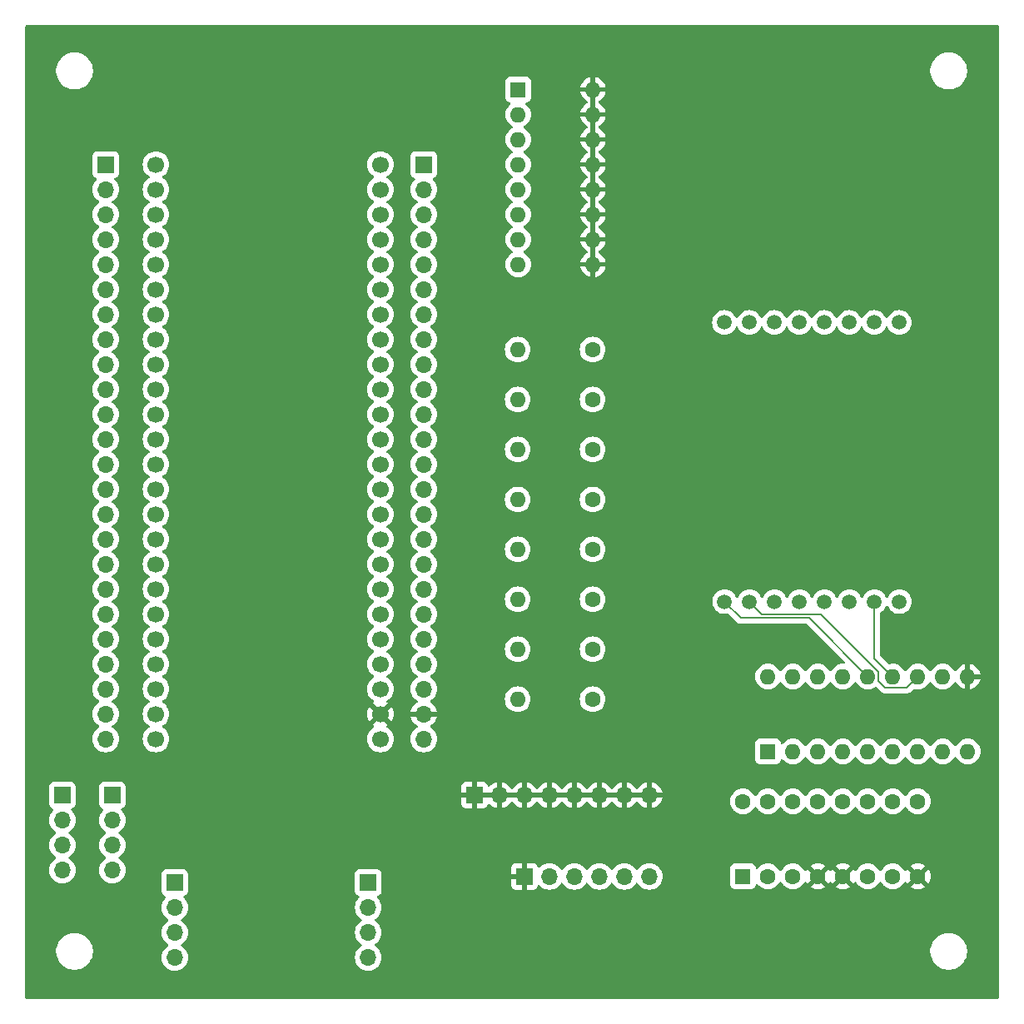
<source format=gbr>
%TF.GenerationSoftware,KiCad,Pcbnew,8.0.2*%
%TF.CreationDate,2024-08-26T11:56:27+09:00*%
%TF.ProjectId,FPGA_Board_v1,46504741-5f42-46f6-9172-645f76312e6b,rev?*%
%TF.SameCoordinates,Original*%
%TF.FileFunction,Copper,L2,Bot*%
%TF.FilePolarity,Positive*%
%FSLAX46Y46*%
G04 Gerber Fmt 4.6, Leading zero omitted, Abs format (unit mm)*
G04 Created by KiCad (PCBNEW 8.0.2) date 2024-08-26 11:56:27*
%MOMM*%
%LPD*%
G01*
G04 APERTURE LIST*
%TA.AperFunction,ComponentPad*%
%ADD10R,1.700000X1.700000*%
%TD*%
%TA.AperFunction,ComponentPad*%
%ADD11O,1.700000X1.700000*%
%TD*%
%TA.AperFunction,ComponentPad*%
%ADD12C,1.600000*%
%TD*%
%TA.AperFunction,ComponentPad*%
%ADD13O,1.600000X1.600000*%
%TD*%
%TA.AperFunction,ComponentPad*%
%ADD14R,1.600000X1.600000*%
%TD*%
%TA.AperFunction,ComponentPad*%
%ADD15C,1.500000*%
%TD*%
%TA.AperFunction,ComponentPad*%
%ADD16C,1.700000*%
%TD*%
%TA.AperFunction,ViaPad*%
%ADD17C,0.600000*%
%TD*%
%TA.AperFunction,Conductor*%
%ADD18C,0.200000*%
%TD*%
G04 APERTURE END LIST*
D10*
%TO.P,J3,1,Pin_1*%
%TO.N,GND*%
X147970000Y-116205000D03*
D11*
%TO.P,J3,2,Pin_2*%
X150510000Y-116205000D03*
%TO.P,J3,3,Pin_3*%
X153050000Y-116205000D03*
%TO.P,J3,4,Pin_4*%
X155590000Y-116205000D03*
%TO.P,J3,5,Pin_5*%
X158130000Y-116205000D03*
%TO.P,J3,6,Pin_6*%
X160670000Y-116205000D03*
%TO.P,J3,7,Pin_7*%
X163210000Y-116205000D03*
%TO.P,J3,8,Pin_8*%
X165750000Y-116205000D03*
%TD*%
D12*
%TO.P,R6,1*%
%TO.N,Net-(U2-C6)*%
X159980000Y-81040000D03*
D13*
%TO.P,R6,2*%
%TO.N,/C6*%
X152360000Y-81040000D03*
%TD*%
D14*
%TO.P,U3,1,I1*%
%TO.N,Net-(U3-I1)*%
X177810000Y-111760000D03*
D13*
%TO.P,U3,2,I2*%
%TO.N,Net-(U3-I2)*%
X180350000Y-111760000D03*
%TO.P,U3,3,I3*%
%TO.N,Net-(U3-I3)*%
X182890000Y-111760000D03*
%TO.P,U3,4,I4*%
%TO.N,Net-(U3-I4)*%
X185430000Y-111760000D03*
%TO.P,U3,5,I5*%
%TO.N,Net-(U3-I5)*%
X187970000Y-111760000D03*
%TO.P,U3,6,I6*%
%TO.N,Net-(U3-I6)*%
X190510000Y-111760000D03*
%TO.P,U3,7,I7*%
%TO.N,Net-(U3-I7)*%
X193050000Y-111760000D03*
%TO.P,U3,8,I8*%
%TO.N,Net-(U3-I8)*%
X195590000Y-111760000D03*
%TO.P,U3,9,COMMON*%
%TO.N,+3V3*%
X198130000Y-111760000D03*
%TO.P,U3,10,GND*%
%TO.N,GND*%
X198130000Y-104140000D03*
%TO.P,U3,11,O8*%
%TO.N,Net-(U2-R8)*%
X195590000Y-104140000D03*
%TO.P,U3,12,O7*%
%TO.N,Net-(U2-R7)*%
X193050000Y-104140000D03*
%TO.P,U3,13,O6*%
%TO.N,Net-(U2-R6)*%
X190510000Y-104140000D03*
%TO.P,U3,14,O5*%
%TO.N,Net-(U2-R5)*%
X187970000Y-104140000D03*
%TO.P,U3,15,O4*%
%TO.N,Net-(U2-R4)*%
X185430000Y-104140000D03*
%TO.P,U3,16,O3*%
%TO.N,Net-(U2-R3)*%
X182890000Y-104140000D03*
%TO.P,U3,17,O2*%
%TO.N,Net-(U2-R2)*%
X180350000Y-104140000D03*
%TO.P,U3,18,O1*%
%TO.N,Net-(U2-R1)*%
X177810000Y-104140000D03*
%TD*%
D15*
%TO.P,U2,1,R5*%
%TO.N,Net-(U2-R5)*%
X173400000Y-96520000D03*
%TO.P,U2,2,R7*%
%TO.N,Net-(U2-R7)*%
X175940000Y-96520000D03*
%TO.P,U2,3,C2*%
%TO.N,Net-(U2-C2)*%
X178480000Y-96520000D03*
%TO.P,U2,4,C3*%
%TO.N,Net-(U2-C3)*%
X181020000Y-96520000D03*
%TO.P,U2,5,R8*%
%TO.N,Net-(U2-R8)*%
X183560000Y-96520000D03*
%TO.P,U2,6,C5*%
%TO.N,Net-(U2-C5)*%
X186100000Y-96520000D03*
%TO.P,U2,7,R6*%
%TO.N,Net-(U2-R6)*%
X188640000Y-96520000D03*
%TO.P,U2,8,R3*%
%TO.N,Net-(U2-R3)*%
X191180000Y-96520000D03*
%TO.P,U2,9,R1*%
%TO.N,Net-(U2-R1)*%
X191160000Y-68120000D03*
%TO.P,U2,10,C4*%
%TO.N,Net-(U2-C4)*%
X188620000Y-68120000D03*
%TO.P,U2,11,C6*%
%TO.N,Net-(U2-C6)*%
X186080000Y-68120000D03*
%TO.P,U2,12,R4*%
%TO.N,Net-(U2-R4)*%
X183540000Y-68120000D03*
%TO.P,U2,13,C1*%
%TO.N,Net-(U2-C1)*%
X181000000Y-68120000D03*
%TO.P,U2,14,R2*%
%TO.N,Net-(U2-R2)*%
X178460000Y-68120000D03*
%TO.P,U2,15,C7*%
%TO.N,Net-(U2-C7)*%
X175920000Y-68120000D03*
%TO.P,U2,16,C8*%
%TO.N,Net-(U2-C8)*%
X173380000Y-68120000D03*
%TD*%
D10*
%TO.P,J2,1,Pin_1*%
%TO.N,Net-(J2-Pin_1)*%
X142815000Y-52070000D03*
D11*
%TO.P,J2,2,Pin_2*%
%TO.N,Net-(J2-Pin_2)*%
X142815000Y-54610000D03*
%TO.P,J2,3,Pin_3*%
%TO.N,Net-(J2-Pin_3)*%
X142815000Y-57150000D03*
%TO.P,J2,4,Pin_4*%
%TO.N,Net-(J2-Pin_4)*%
X142815000Y-59690000D03*
%TO.P,J2,5,Pin_5*%
%TO.N,Net-(J2-Pin_5)*%
X142815000Y-62230000D03*
%TO.P,J2,6,Pin_6*%
%TO.N,Net-(J2-Pin_6)*%
X142815000Y-64770000D03*
%TO.P,J2,7,Pin_7*%
%TO.N,Net-(J2-Pin_7)*%
X142815000Y-67310000D03*
%TO.P,J2,8,Pin_8*%
%TO.N,Net-(J2-Pin_8)*%
X142815000Y-69850000D03*
%TO.P,J2,9,Pin_9*%
%TO.N,Net-(J2-Pin_9)*%
X142815000Y-72390000D03*
%TO.P,J2,10,Pin_10*%
%TO.N,/C8*%
X142815000Y-74930000D03*
%TO.P,J2,11,Pin_11*%
%TO.N,/C7*%
X142815000Y-77470000D03*
%TO.P,J2,12,Pin_12*%
%TO.N,/C6*%
X142815000Y-80010000D03*
%TO.P,J2,13,Pin_13*%
%TO.N,/C5*%
X142815000Y-82550000D03*
%TO.P,J2,14,Pin_14*%
%TO.N,/C4*%
X142815000Y-85090000D03*
%TO.P,J2,15,Pin_15*%
%TO.N,/C3*%
X142815000Y-87630000D03*
%TO.P,J2,16,Pin_16*%
%TO.N,/C2*%
X142815000Y-90170000D03*
%TO.P,J2,17,Pin_17*%
%TO.N,/C1*%
X142815000Y-92710000D03*
%TO.P,J2,18,Pin_18*%
%TO.N,Net-(J2-Pin_18)*%
X142815000Y-95250000D03*
%TO.P,J2,19,Pin_19*%
%TO.N,Net-(J2-Pin_19)*%
X142815000Y-97790000D03*
%TO.P,J2,20,Pin_20*%
%TO.N,Net-(J2-Pin_20)*%
X142815000Y-100330000D03*
%TO.P,J2,21,Pin_21*%
%TO.N,Net-(J2-Pin_21)*%
X142815000Y-102870000D03*
%TO.P,J2,22,Pin_22*%
%TO.N,Net-(J2-Pin_22)*%
X142815000Y-105410000D03*
%TO.P,J2,23,Pin_23*%
%TO.N,GND*%
X142815000Y-107950000D03*
%TO.P,J2,24,Pin_24*%
%TO.N,+3V3*%
X142815000Y-110490000D03*
%TD*%
D14*
%TO.P,SW1,1*%
%TO.N,Net-(J2-Pin_2)*%
X152400000Y-44440000D03*
D13*
%TO.P,SW1,2*%
%TO.N,Net-(J2-Pin_3)*%
X152400000Y-46980000D03*
%TO.P,SW1,3*%
%TO.N,Net-(J2-Pin_4)*%
X152400000Y-49520000D03*
%TO.P,SW1,4*%
%TO.N,Net-(J2-Pin_5)*%
X152400000Y-52060000D03*
%TO.P,SW1,5*%
%TO.N,Net-(J2-Pin_6)*%
X152400000Y-54600000D03*
%TO.P,SW1,6*%
%TO.N,Net-(J2-Pin_7)*%
X152400000Y-57140000D03*
%TO.P,SW1,7*%
%TO.N,Net-(J2-Pin_8)*%
X152400000Y-59680000D03*
%TO.P,SW1,8*%
%TO.N,Net-(J2-Pin_9)*%
X152400000Y-62220000D03*
%TO.P,SW1,9*%
%TO.N,GND*%
X160020000Y-62220000D03*
%TO.P,SW1,10*%
X160020000Y-59680000D03*
%TO.P,SW1,11*%
X160020000Y-57140000D03*
%TO.P,SW1,12*%
X160020000Y-54600000D03*
%TO.P,SW1,13*%
X160020000Y-52060000D03*
%TO.P,SW1,14*%
X160020000Y-49520000D03*
%TO.P,SW1,15*%
X160020000Y-46980000D03*
%TO.P,SW1,16*%
X160020000Y-44440000D03*
%TD*%
D12*
%TO.P,R2,1*%
%TO.N,Net-(U2-C2)*%
X159980000Y-101360000D03*
D13*
%TO.P,R2,2*%
%TO.N,/C2*%
X152360000Y-101360000D03*
%TD*%
D12*
%TO.P,R1,1*%
%TO.N,Net-(U2-C1)*%
X159980000Y-106440000D03*
D13*
%TO.P,R1,2*%
%TO.N,/C1*%
X152360000Y-106440000D03*
%TD*%
D10*
%TO.P,J4,1,Pin_1*%
%TO.N,Net-(J4-Pin_1)*%
X137160000Y-125095000D03*
D11*
%TO.P,J4,2,Pin_2*%
X137160000Y-127635000D03*
%TO.P,J4,3,Pin_3*%
X137160000Y-130175000D03*
%TO.P,J4,4,Pin_4*%
X137160000Y-132715000D03*
%TD*%
D10*
%TO.P,J5,1,Pin_1*%
%TO.N,Net-(J5-Pin_1)*%
X117475000Y-125095000D03*
D11*
%TO.P,J5,2,Pin_2*%
X117475000Y-127635000D03*
%TO.P,J5,3,Pin_3*%
X117475000Y-130175000D03*
%TO.P,J5,4,Pin_4*%
X117475000Y-132715000D03*
%TD*%
D12*
%TO.P,R7,1*%
%TO.N,Net-(U2-C7)*%
X159980000Y-75960000D03*
D13*
%TO.P,R7,2*%
%TO.N,/C7*%
X152360000Y-75960000D03*
%TD*%
D12*
%TO.P,R5,1*%
%TO.N,Net-(U2-C5)*%
X159980000Y-86130000D03*
D13*
%TO.P,R5,2*%
%TO.N,/C5*%
X152360000Y-86130000D03*
%TD*%
D12*
%TO.P,R8,1*%
%TO.N,Net-(U2-C8)*%
X159980000Y-70880000D03*
D13*
%TO.P,R8,2*%
%TO.N,/C8*%
X152360000Y-70880000D03*
%TD*%
D12*
%TO.P,R3,1*%
%TO.N,Net-(U2-C3)*%
X159980000Y-96280000D03*
D13*
%TO.P,R3,2*%
%TO.N,/C3*%
X152360000Y-96280000D03*
%TD*%
D10*
%TO.P,J6,1,Pin_1*%
%TO.N,Net-(J6-Pin_1)*%
X111125000Y-116205000D03*
D11*
%TO.P,J6,2,Pin_2*%
X111125000Y-118745000D03*
%TO.P,J6,3,Pin_3*%
X111125000Y-121285000D03*
%TO.P,J6,4,Pin_4*%
X111125000Y-123825000D03*
%TD*%
D10*
%TO.P,J8,1,Pin_1*%
%TO.N,GND*%
X153035000Y-124460000D03*
D11*
%TO.P,J8,2,Pin_2*%
%TO.N,/CTS*%
X155575000Y-124460000D03*
%TO.P,J8,3,Pin_3*%
%TO.N,+3V3*%
X158115000Y-124460000D03*
%TO.P,J8,4,Pin_4*%
%TO.N,/TXD*%
X160655000Y-124460000D03*
%TO.P,J8,5,Pin_5*%
%TO.N,/RXD*%
X163195000Y-124460000D03*
%TO.P,J8,6,Pin_6*%
%TO.N,/RTS*%
X165735000Y-124460000D03*
%TD*%
D14*
%TO.P,U4,1,A0*%
%TO.N,/A0*%
X175260000Y-124460000D03*
D12*
%TO.P,U4,2,A1*%
%TO.N,/A1*%
X177800000Y-124460000D03*
%TO.P,U4,3,A2*%
%TO.N,/A2*%
X180340000Y-124460000D03*
%TO.P,U4,4,~{E0}*%
%TO.N,GND*%
X182880000Y-124460000D03*
%TO.P,U4,5,~{E1}*%
X185420000Y-124460000D03*
%TO.P,U4,6,E2*%
%TO.N,+3V3*%
X187960000Y-124460000D03*
%TO.P,U4,7,~{Y7}*%
%TO.N,Net-(U3-I8)*%
X190500000Y-124460000D03*
%TO.P,U4,8,GND*%
%TO.N,GND*%
X193040000Y-124460000D03*
%TO.P,U4,9,~{Y6}*%
%TO.N,Net-(U3-I7)*%
X193040000Y-116840000D03*
%TO.P,U4,10,~{Y5}*%
%TO.N,Net-(U3-I6)*%
X190500000Y-116840000D03*
%TO.P,U4,11,~{Y4}*%
%TO.N,Net-(U3-I5)*%
X187960000Y-116840000D03*
%TO.P,U4,12,~{Y3}*%
%TO.N,Net-(U3-I4)*%
X185420000Y-116840000D03*
%TO.P,U4,13,~{Y2}*%
%TO.N,Net-(U3-I3)*%
X182880000Y-116840000D03*
%TO.P,U4,14,~{Y1}*%
%TO.N,Net-(U3-I2)*%
X180340000Y-116840000D03*
%TO.P,U4,15,~{Y0}*%
%TO.N,Net-(U3-I1)*%
X177800000Y-116840000D03*
%TO.P,U4,16,VCC*%
%TO.N,+3V3*%
X175260000Y-116840000D03*
%TD*%
%TO.P,R4,1*%
%TO.N,Net-(U2-C4)*%
X159980000Y-91200000D03*
D13*
%TO.P,R4,2*%
%TO.N,/C4*%
X152360000Y-91200000D03*
%TD*%
D10*
%TO.P,J1,1,Pin_1*%
%TO.N,Net-(J1-Pin_1)*%
X110450000Y-52070000D03*
D11*
%TO.P,J1,2,Pin_2*%
%TO.N,Net-(J1-Pin_2)*%
X110450000Y-54610000D03*
%TO.P,J1,3,Pin_3*%
%TO.N,Net-(J1-Pin_3)*%
X110450000Y-57150000D03*
%TO.P,J1,4,Pin_4*%
%TO.N,Net-(J1-Pin_4)*%
X110450000Y-59690000D03*
%TO.P,J1,5,Pin_5*%
%TO.N,Net-(J1-Pin_5)*%
X110450000Y-62230000D03*
%TO.P,J1,6,Pin_6*%
%TO.N,Net-(J1-Pin_6)*%
X110450000Y-64770000D03*
%TO.P,J1,7,Pin_7*%
%TO.N,Net-(J1-Pin_7)*%
X110450000Y-67310000D03*
%TO.P,J1,8,Pin_8*%
%TO.N,Net-(J1-Pin_8)*%
X110450000Y-69850000D03*
%TO.P,J1,9,Pin_9*%
%TO.N,Net-(J1-Pin_9)*%
X110450000Y-72390000D03*
%TO.P,J1,10,Pin_10*%
%TO.N,Net-(J1-Pin_10)*%
X110450000Y-74930000D03*
%TO.P,J1,11,Pin_11*%
%TO.N,Net-(J1-Pin_11)*%
X110450000Y-77470000D03*
%TO.P,J1,12,Pin_12*%
%TO.N,Net-(J1-Pin_12)*%
X110450000Y-80010000D03*
%TO.P,J1,13,Pin_13*%
%TO.N,Net-(J1-Pin_13)*%
X110450000Y-82550000D03*
%TO.P,J1,14,Pin_14*%
%TO.N,Net-(J1-Pin_14)*%
X110450000Y-85090000D03*
%TO.P,J1,15,Pin_15*%
%TO.N,Net-(J1-Pin_15)*%
X110450000Y-87630000D03*
%TO.P,J1,16,Pin_16*%
%TO.N,/A2*%
X110450000Y-90170000D03*
%TO.P,J1,17,Pin_17*%
%TO.N,/A1*%
X110450000Y-92710000D03*
%TO.P,J1,18,Pin_18*%
%TO.N,/A0*%
X110450000Y-95250000D03*
%TO.P,J1,19,Pin_19*%
%TO.N,/RTS*%
X110450000Y-97790000D03*
%TO.P,J1,20,Pin_20*%
%TO.N,/RXD*%
X110450000Y-100330000D03*
%TO.P,J1,21,Pin_21*%
%TO.N,/TXD*%
X110450000Y-102870000D03*
%TO.P,J1,22,Pin_22*%
%TO.N,/CTS*%
X110450000Y-105410000D03*
%TO.P,J1,23,Pin_23*%
%TO.N,Net-(J1-Pin_23)*%
X110450000Y-107950000D03*
%TO.P,J1,24,Pin_24*%
%TO.N,Net-(J1-Pin_24)*%
X110450000Y-110490000D03*
%TD*%
D10*
%TO.P,J7,1,Pin_1*%
%TO.N,Net-(J7-Pin_1)*%
X106045000Y-116205000D03*
D11*
%TO.P,J7,2,Pin_2*%
X106045000Y-118745000D03*
%TO.P,J7,3,Pin_3*%
X106045000Y-121285000D03*
%TO.P,J7,4,Pin_4*%
X106045000Y-123825000D03*
%TD*%
D16*
%TO.P,U1,1,PIN38*%
%TO.N,Net-(J1-Pin_1)*%
X115570000Y-52070000D03*
%TO.P,U1,2,PIN37*%
%TO.N,Net-(J1-Pin_2)*%
X115570000Y-54610000D03*
%TO.P,U1,3,PIN36*%
%TO.N,Net-(J1-Pin_3)*%
X115570000Y-57150000D03*
%TO.P,U1,4,PIN39*%
%TO.N,Net-(J1-Pin_4)*%
X115570000Y-59690000D03*
%TO.P,U1,5,PIN25*%
%TO.N,Net-(J1-Pin_5)*%
X115570000Y-62230000D03*
%TO.P,U1,6,PIN26*%
%TO.N,Net-(J1-Pin_6)*%
X115570000Y-64770000D03*
%TO.P,U1,7,PIN27*%
%TO.N,Net-(J1-Pin_7)*%
X115570000Y-67310000D03*
%TO.P,U1,8,PIN28*%
%TO.N,Net-(J1-Pin_8)*%
X115570000Y-69850000D03*
%TO.P,U1,9,PIN29*%
%TO.N,Net-(J1-Pin_9)*%
X115570000Y-72390000D03*
%TO.P,U1,10,PIN30*%
%TO.N,Net-(J1-Pin_10)*%
X115570000Y-74930000D03*
%TO.P,U1,11,PIN33*%
%TO.N,Net-(J1-Pin_11)*%
X115570000Y-77470000D03*
%TO.P,U1,12,PIN34*%
%TO.N,Net-(J1-Pin_12)*%
X115570000Y-80010000D03*
%TO.P,U1,13,PIN40*%
%TO.N,Net-(J1-Pin_13)*%
X115570000Y-82550000D03*
%TO.P,U1,14,PIN35*%
%TO.N,Net-(J1-Pin_14)*%
X115570000Y-85090000D03*
%TO.P,U1,15,PIN41*%
%TO.N,Net-(J1-Pin_15)*%
X115570000Y-87630000D03*
%TO.P,U1,16,PIN42*%
%TO.N,/A2*%
X115570000Y-90170000D03*
%TO.P,U1,17,PIN51*%
%TO.N,/A1*%
X115570000Y-92710000D03*
%TO.P,U1,18,PIN53*%
%TO.N,/A0*%
X115570000Y-95250000D03*
%TO.P,U1,19,PIN54*%
%TO.N,/RTS*%
X115570000Y-97790000D03*
%TO.P,U1,20,PIN55*%
%TO.N,/RXD*%
X115570000Y-100330000D03*
%TO.P,U1,21,PIN56*%
%TO.N,/TXD*%
X115570000Y-102870000D03*
%TO.P,U1,22,PIN57*%
%TO.N,/CTS*%
X115570000Y-105410000D03*
%TO.P,U1,23,HDMI_PIN68*%
%TO.N,Net-(J1-Pin_23)*%
X115570000Y-107950000D03*
%TO.P,U1,24,HDMI_PIN69*%
%TO.N,Net-(J1-Pin_24)*%
X115570000Y-110490000D03*
%TO.P,U1,25,3V3*%
%TO.N,+3V3*%
X138390000Y-110490000D03*
%TO.P,U1,26,GND*%
%TO.N,GND*%
X138390000Y-107950000D03*
%TO.P,U1,27,PIN32*%
%TO.N,Net-(J2-Pin_22)*%
X138390000Y-105410000D03*
%TO.P,U1,28,PIN31*%
%TO.N,Net-(J2-Pin_21)*%
X138390000Y-102870000D03*
%TO.P,U1,29,PIN49*%
%TO.N,Net-(J2-Pin_20)*%
X138390000Y-100330000D03*
%TO.P,U1,30,PIN48*%
%TO.N,Net-(J2-Pin_19)*%
X138390000Y-97790000D03*
%TO.P,U1,31,5V*%
%TO.N,Net-(J2-Pin_18)*%
X138390000Y-95250000D03*
%TO.P,U1,32,HDMI_PIN70*%
%TO.N,/C1*%
X138390000Y-92710000D03*
%TO.P,U1,33,HDMI_PIN71*%
%TO.N,/C2*%
X138390000Y-90170000D03*
%TO.P,U1,34,HDMI_PIN72*%
%TO.N,/C3*%
X138390000Y-87630000D03*
%TO.P,U1,35,HDMI_PIN73*%
%TO.N,/C4*%
X138390000Y-85090000D03*
%TO.P,U1,36,HDMI_PIN74*%
%TO.N,/C5*%
X138390000Y-82550000D03*
%TO.P,U1,37,HDMI_PIN75*%
%TO.N,/C6*%
X138390000Y-80010000D03*
%TO.P,U1,38,PIN76*%
%TO.N,/C7*%
X138390000Y-77470000D03*
%TO.P,U1,39,PIN77*%
%TO.N,/C8*%
X138390000Y-74930000D03*
%TO.P,U1,40,PIN79*%
%TO.N,Net-(J2-Pin_9)*%
X138390000Y-72390000D03*
%TO.P,U1,41,PIN80*%
%TO.N,Net-(J2-Pin_8)*%
X138390000Y-69850000D03*
%TO.P,U1,42,PIN81*%
%TO.N,Net-(J2-Pin_7)*%
X138390000Y-67310000D03*
%TO.P,U1,43,PIN82*%
%TO.N,Net-(J2-Pin_6)*%
X138390000Y-64770000D03*
%TO.P,U1,44,PIN83*%
%TO.N,Net-(J2-Pin_5)*%
X138390000Y-62230000D03*
%TO.P,U1,45,PIN84*%
%TO.N,Net-(J2-Pin_4)*%
X138390000Y-59690000D03*
%TO.P,U1,46,PIN85*%
%TO.N,Net-(J2-Pin_3)*%
X138390000Y-57150000D03*
%TO.P,U1,47,PIN86*%
%TO.N,Net-(J2-Pin_2)*%
X138390000Y-54610000D03*
%TO.P,U1,48,PIN63*%
%TO.N,Net-(J2-Pin_1)*%
X138390000Y-52070000D03*
%TD*%
D17*
%TO.N,GND*%
X176530000Y-50800000D03*
X166370000Y-50800000D03*
X171450000Y-117475000D03*
X186690000Y-50800000D03*
%TD*%
D18*
%TO.N,Net-(U2-R7)*%
X189070000Y-103684365D02*
X183175635Y-97790000D01*
X189714365Y-105240000D02*
X189070000Y-104595635D01*
X191950000Y-105240000D02*
X189714365Y-105240000D01*
X177210000Y-97790000D02*
X175940000Y-96520000D01*
X193050000Y-104140000D02*
X191950000Y-105240000D01*
X189070000Y-104595635D02*
X189070000Y-103684365D01*
X183175635Y-97790000D02*
X177210000Y-97790000D01*
%TO.N,Net-(U2-R6)*%
X188640000Y-102270000D02*
X190510000Y-104140000D01*
X188640000Y-96520000D02*
X188640000Y-102270000D01*
%TO.N,Net-(U2-R5)*%
X182020000Y-98190000D02*
X175070000Y-98190000D01*
X187970000Y-104140000D02*
X182020000Y-98190000D01*
X175070000Y-98190000D02*
X173400000Y-96520000D01*
%TD*%
%TA.AperFunction,Conductor*%
%TO.N,GND*%
G36*
X150044075Y-116012007D02*
G01*
X150010000Y-116139174D01*
X150010000Y-116270826D01*
X150044075Y-116397993D01*
X150076988Y-116455000D01*
X148403012Y-116455000D01*
X148435925Y-116397993D01*
X148470000Y-116270826D01*
X148470000Y-116139174D01*
X148435925Y-116012007D01*
X148403012Y-115955000D01*
X150076988Y-115955000D01*
X150044075Y-116012007D01*
G37*
%TD.AperFunction*%
%TA.AperFunction,Conductor*%
G36*
X152584075Y-116012007D02*
G01*
X152550000Y-116139174D01*
X152550000Y-116270826D01*
X152584075Y-116397993D01*
X152616988Y-116455000D01*
X150943012Y-116455000D01*
X150975925Y-116397993D01*
X151010000Y-116270826D01*
X151010000Y-116139174D01*
X150975925Y-116012007D01*
X150943012Y-115955000D01*
X152616988Y-115955000D01*
X152584075Y-116012007D01*
G37*
%TD.AperFunction*%
%TA.AperFunction,Conductor*%
G36*
X155124075Y-116012007D02*
G01*
X155090000Y-116139174D01*
X155090000Y-116270826D01*
X155124075Y-116397993D01*
X155156988Y-116455000D01*
X153483012Y-116455000D01*
X153515925Y-116397993D01*
X153550000Y-116270826D01*
X153550000Y-116139174D01*
X153515925Y-116012007D01*
X153483012Y-115955000D01*
X155156988Y-115955000D01*
X155124075Y-116012007D01*
G37*
%TD.AperFunction*%
%TA.AperFunction,Conductor*%
G36*
X157664075Y-116012007D02*
G01*
X157630000Y-116139174D01*
X157630000Y-116270826D01*
X157664075Y-116397993D01*
X157696988Y-116455000D01*
X156023012Y-116455000D01*
X156055925Y-116397993D01*
X156090000Y-116270826D01*
X156090000Y-116139174D01*
X156055925Y-116012007D01*
X156023012Y-115955000D01*
X157696988Y-115955000D01*
X157664075Y-116012007D01*
G37*
%TD.AperFunction*%
%TA.AperFunction,Conductor*%
G36*
X160204075Y-116012007D02*
G01*
X160170000Y-116139174D01*
X160170000Y-116270826D01*
X160204075Y-116397993D01*
X160236988Y-116455000D01*
X158563012Y-116455000D01*
X158595925Y-116397993D01*
X158630000Y-116270826D01*
X158630000Y-116139174D01*
X158595925Y-116012007D01*
X158563012Y-115955000D01*
X160236988Y-115955000D01*
X160204075Y-116012007D01*
G37*
%TD.AperFunction*%
%TA.AperFunction,Conductor*%
G36*
X162744075Y-116012007D02*
G01*
X162710000Y-116139174D01*
X162710000Y-116270826D01*
X162744075Y-116397993D01*
X162776988Y-116455000D01*
X161103012Y-116455000D01*
X161135925Y-116397993D01*
X161170000Y-116270826D01*
X161170000Y-116139174D01*
X161135925Y-116012007D01*
X161103012Y-115955000D01*
X162776988Y-115955000D01*
X162744075Y-116012007D01*
G37*
%TD.AperFunction*%
%TA.AperFunction,Conductor*%
G36*
X165284075Y-116012007D02*
G01*
X165250000Y-116139174D01*
X165250000Y-116270826D01*
X165284075Y-116397993D01*
X165316988Y-116455000D01*
X163643012Y-116455000D01*
X163675925Y-116397993D01*
X163710000Y-116270826D01*
X163710000Y-116139174D01*
X163675925Y-116012007D01*
X163643012Y-115955000D01*
X165316988Y-115955000D01*
X165284075Y-116012007D01*
G37*
%TD.AperFunction*%
%TA.AperFunction,Conductor*%
G36*
X160270000Y-61904314D02*
G01*
X160265606Y-61899920D01*
X160174394Y-61847259D01*
X160072661Y-61820000D01*
X159967339Y-61820000D01*
X159865606Y-61847259D01*
X159774394Y-61899920D01*
X159770000Y-61904314D01*
X159770000Y-59995686D01*
X159774394Y-60000080D01*
X159865606Y-60052741D01*
X159967339Y-60080000D01*
X160072661Y-60080000D01*
X160174394Y-60052741D01*
X160265606Y-60000080D01*
X160270000Y-59995686D01*
X160270000Y-61904314D01*
G37*
%TD.AperFunction*%
%TA.AperFunction,Conductor*%
G36*
X160270000Y-59364314D02*
G01*
X160265606Y-59359920D01*
X160174394Y-59307259D01*
X160072661Y-59280000D01*
X159967339Y-59280000D01*
X159865606Y-59307259D01*
X159774394Y-59359920D01*
X159770000Y-59364314D01*
X159770000Y-57455686D01*
X159774394Y-57460080D01*
X159865606Y-57512741D01*
X159967339Y-57540000D01*
X160072661Y-57540000D01*
X160174394Y-57512741D01*
X160265606Y-57460080D01*
X160270000Y-57455686D01*
X160270000Y-59364314D01*
G37*
%TD.AperFunction*%
%TA.AperFunction,Conductor*%
G36*
X160270000Y-56824314D02*
G01*
X160265606Y-56819920D01*
X160174394Y-56767259D01*
X160072661Y-56740000D01*
X159967339Y-56740000D01*
X159865606Y-56767259D01*
X159774394Y-56819920D01*
X159770000Y-56824314D01*
X159770000Y-54915686D01*
X159774394Y-54920080D01*
X159865606Y-54972741D01*
X159967339Y-55000000D01*
X160072661Y-55000000D01*
X160174394Y-54972741D01*
X160265606Y-54920080D01*
X160270000Y-54915686D01*
X160270000Y-56824314D01*
G37*
%TD.AperFunction*%
%TA.AperFunction,Conductor*%
G36*
X160270000Y-54284314D02*
G01*
X160265606Y-54279920D01*
X160174394Y-54227259D01*
X160072661Y-54200000D01*
X159967339Y-54200000D01*
X159865606Y-54227259D01*
X159774394Y-54279920D01*
X159770000Y-54284314D01*
X159770000Y-52375686D01*
X159774394Y-52380080D01*
X159865606Y-52432741D01*
X159967339Y-52460000D01*
X160072661Y-52460000D01*
X160174394Y-52432741D01*
X160265606Y-52380080D01*
X160270000Y-52375686D01*
X160270000Y-54284314D01*
G37*
%TD.AperFunction*%
%TA.AperFunction,Conductor*%
G36*
X160270000Y-51744314D02*
G01*
X160265606Y-51739920D01*
X160174394Y-51687259D01*
X160072661Y-51660000D01*
X159967339Y-51660000D01*
X159865606Y-51687259D01*
X159774394Y-51739920D01*
X159770000Y-51744314D01*
X159770000Y-49835686D01*
X159774394Y-49840080D01*
X159865606Y-49892741D01*
X159967339Y-49920000D01*
X160072661Y-49920000D01*
X160174394Y-49892741D01*
X160265606Y-49840080D01*
X160270000Y-49835686D01*
X160270000Y-51744314D01*
G37*
%TD.AperFunction*%
%TA.AperFunction,Conductor*%
G36*
X160270000Y-49204314D02*
G01*
X160265606Y-49199920D01*
X160174394Y-49147259D01*
X160072661Y-49120000D01*
X159967339Y-49120000D01*
X159865606Y-49147259D01*
X159774394Y-49199920D01*
X159770000Y-49204314D01*
X159770000Y-47295686D01*
X159774394Y-47300080D01*
X159865606Y-47352741D01*
X159967339Y-47380000D01*
X160072661Y-47380000D01*
X160174394Y-47352741D01*
X160265606Y-47300080D01*
X160270000Y-47295686D01*
X160270000Y-49204314D01*
G37*
%TD.AperFunction*%
%TA.AperFunction,Conductor*%
G36*
X160270000Y-46664314D02*
G01*
X160265606Y-46659920D01*
X160174394Y-46607259D01*
X160072661Y-46580000D01*
X159967339Y-46580000D01*
X159865606Y-46607259D01*
X159774394Y-46659920D01*
X159770000Y-46664314D01*
X159770000Y-44755686D01*
X159774394Y-44760080D01*
X159865606Y-44812741D01*
X159967339Y-44840000D01*
X160072661Y-44840000D01*
X160174394Y-44812741D01*
X160265606Y-44760080D01*
X160270000Y-44755686D01*
X160270000Y-46664314D01*
G37*
%TD.AperFunction*%
%TA.AperFunction,Conductor*%
G36*
X201232539Y-37915185D02*
G01*
X201278294Y-37967989D01*
X201289500Y-38019500D01*
X201289500Y-136770500D01*
X201269815Y-136837539D01*
X201217011Y-136883294D01*
X201165500Y-136894500D01*
X102414500Y-136894500D01*
X102347461Y-136874815D01*
X102301706Y-136822011D01*
X102290500Y-136770500D01*
X102290500Y-131957065D01*
X105419500Y-131957065D01*
X105419500Y-132202934D01*
X105425873Y-132251337D01*
X105451591Y-132446677D01*
X105460412Y-132479596D01*
X105515222Y-132684152D01*
X105515225Y-132684162D01*
X105527999Y-132715000D01*
X105609306Y-132911292D01*
X105732233Y-133124208D01*
X105732235Y-133124211D01*
X105732236Y-133124212D01*
X105881897Y-133319254D01*
X105881903Y-133319261D01*
X106055738Y-133493096D01*
X106055744Y-133493101D01*
X106250792Y-133642767D01*
X106463708Y-133765694D01*
X106690847Y-133859778D01*
X106928323Y-133923409D01*
X107172073Y-133955500D01*
X107172080Y-133955500D01*
X107417920Y-133955500D01*
X107417927Y-133955500D01*
X107661677Y-133923409D01*
X107899153Y-133859778D01*
X108126292Y-133765694D01*
X108339208Y-133642767D01*
X108534256Y-133493101D01*
X108708101Y-133319256D01*
X108857767Y-133124208D01*
X108980694Y-132911292D01*
X109074778Y-132684153D01*
X109138409Y-132446677D01*
X109170500Y-132202927D01*
X109170500Y-131957073D01*
X109138409Y-131713323D01*
X109074778Y-131475847D01*
X108980694Y-131248708D01*
X108857767Y-131035792D01*
X108708101Y-130840744D01*
X108708096Y-130840738D01*
X108534261Y-130666903D01*
X108534254Y-130666897D01*
X108339212Y-130517236D01*
X108339211Y-130517235D01*
X108339208Y-130517233D01*
X108126292Y-130394306D01*
X108126285Y-130394303D01*
X107899162Y-130300225D01*
X107899155Y-130300223D01*
X107899153Y-130300222D01*
X107661677Y-130236591D01*
X107620939Y-130231227D01*
X107417934Y-130204500D01*
X107417927Y-130204500D01*
X107172073Y-130204500D01*
X107172065Y-130204500D01*
X106940059Y-130235045D01*
X106928323Y-130236591D01*
X106690847Y-130300222D01*
X106690837Y-130300225D01*
X106463714Y-130394303D01*
X106463705Y-130394307D01*
X106250787Y-130517236D01*
X106055745Y-130666897D01*
X106055738Y-130666903D01*
X105881903Y-130840738D01*
X105881897Y-130840745D01*
X105732236Y-131035787D01*
X105609307Y-131248705D01*
X105609303Y-131248714D01*
X105515225Y-131475837D01*
X105515222Y-131475847D01*
X105461458Y-131676501D01*
X105451592Y-131713320D01*
X105451590Y-131713331D01*
X105419500Y-131957065D01*
X102290500Y-131957065D01*
X102290500Y-127634999D01*
X116119341Y-127634999D01*
X116119341Y-127635000D01*
X116139936Y-127870403D01*
X116139938Y-127870413D01*
X116201094Y-128098655D01*
X116201096Y-128098659D01*
X116201097Y-128098663D01*
X116300965Y-128312830D01*
X116300967Y-128312834D01*
X116436501Y-128506395D01*
X116436506Y-128506402D01*
X116603597Y-128673493D01*
X116603603Y-128673498D01*
X116789158Y-128803425D01*
X116832783Y-128858002D01*
X116839977Y-128927500D01*
X116808454Y-128989855D01*
X116789158Y-129006575D01*
X116603597Y-129136505D01*
X116436505Y-129303597D01*
X116300965Y-129497169D01*
X116300964Y-129497171D01*
X116201098Y-129711335D01*
X116201094Y-129711344D01*
X116139938Y-129939586D01*
X116139936Y-129939596D01*
X116119341Y-130174999D01*
X116119341Y-130175000D01*
X116139936Y-130410403D01*
X116139938Y-130410413D01*
X116201094Y-130638655D01*
X116201096Y-130638659D01*
X116201097Y-130638663D01*
X116214263Y-130666897D01*
X116300965Y-130852830D01*
X116300967Y-130852834D01*
X116409281Y-131007521D01*
X116429076Y-131035792D01*
X116436501Y-131046395D01*
X116436506Y-131046402D01*
X116603597Y-131213493D01*
X116603603Y-131213498D01*
X116789158Y-131343425D01*
X116832783Y-131398002D01*
X116839977Y-131467500D01*
X116808454Y-131529855D01*
X116789158Y-131546575D01*
X116603597Y-131676505D01*
X116436505Y-131843597D01*
X116300965Y-132037169D01*
X116300964Y-132037171D01*
X116201098Y-132251335D01*
X116201094Y-132251344D01*
X116139938Y-132479586D01*
X116139936Y-132479596D01*
X116119341Y-132714999D01*
X116119341Y-132715000D01*
X116139936Y-132950403D01*
X116139938Y-132950413D01*
X116201094Y-133178655D01*
X116201096Y-133178659D01*
X116201097Y-133178663D01*
X116266656Y-133319254D01*
X116300965Y-133392830D01*
X116300967Y-133392834D01*
X116371176Y-133493102D01*
X116436505Y-133586401D01*
X116603599Y-133753495D01*
X116621024Y-133765696D01*
X116797165Y-133889032D01*
X116797167Y-133889033D01*
X116797170Y-133889035D01*
X117011337Y-133988903D01*
X117239592Y-134050063D01*
X117427918Y-134066539D01*
X117474999Y-134070659D01*
X117475000Y-134070659D01*
X117475001Y-134070659D01*
X117514234Y-134067226D01*
X117710408Y-134050063D01*
X117938663Y-133988903D01*
X118152830Y-133889035D01*
X118346401Y-133753495D01*
X118513495Y-133586401D01*
X118649035Y-133392830D01*
X118748903Y-133178663D01*
X118810063Y-132950408D01*
X118830659Y-132715000D01*
X118810063Y-132479592D01*
X118748903Y-132251337D01*
X118649035Y-132037171D01*
X118592955Y-131957079D01*
X118513494Y-131843597D01*
X118346402Y-131676506D01*
X118346396Y-131676501D01*
X118160842Y-131546575D01*
X118117217Y-131491998D01*
X118110023Y-131422500D01*
X118141546Y-131360145D01*
X118160842Y-131343425D01*
X118296103Y-131248714D01*
X118346401Y-131213495D01*
X118513495Y-131046401D01*
X118649035Y-130852830D01*
X118748903Y-130638663D01*
X118810063Y-130410408D01*
X118830659Y-130175000D01*
X118810063Y-129939592D01*
X118748903Y-129711337D01*
X118649035Y-129497171D01*
X118513495Y-129303599D01*
X118513494Y-129303597D01*
X118346402Y-129136506D01*
X118346396Y-129136501D01*
X118160842Y-129006575D01*
X118117217Y-128951998D01*
X118110023Y-128882500D01*
X118141546Y-128820145D01*
X118160842Y-128803425D01*
X118183026Y-128787891D01*
X118346401Y-128673495D01*
X118513495Y-128506401D01*
X118649035Y-128312830D01*
X118748903Y-128098663D01*
X118810063Y-127870408D01*
X118830659Y-127635000D01*
X118830659Y-127634999D01*
X135804341Y-127634999D01*
X135804341Y-127635000D01*
X135824936Y-127870403D01*
X135824938Y-127870413D01*
X135886094Y-128098655D01*
X135886096Y-128098659D01*
X135886097Y-128098663D01*
X135985965Y-128312830D01*
X135985967Y-128312834D01*
X136121501Y-128506395D01*
X136121506Y-128506402D01*
X136288597Y-128673493D01*
X136288603Y-128673498D01*
X136474158Y-128803425D01*
X136517783Y-128858002D01*
X136524977Y-128927500D01*
X136493454Y-128989855D01*
X136474158Y-129006575D01*
X136288597Y-129136505D01*
X136121505Y-129303597D01*
X135985965Y-129497169D01*
X135985964Y-129497171D01*
X135886098Y-129711335D01*
X135886094Y-129711344D01*
X135824938Y-129939586D01*
X135824936Y-129939596D01*
X135804341Y-130174999D01*
X135804341Y-130175000D01*
X135824936Y-130410403D01*
X135824938Y-130410413D01*
X135886094Y-130638655D01*
X135886096Y-130638659D01*
X135886097Y-130638663D01*
X135899263Y-130666897D01*
X135985965Y-130852830D01*
X135985967Y-130852834D01*
X136094281Y-131007521D01*
X136114076Y-131035792D01*
X136121501Y-131046395D01*
X136121506Y-131046402D01*
X136288597Y-131213493D01*
X136288603Y-131213498D01*
X136474158Y-131343425D01*
X136517783Y-131398002D01*
X136524977Y-131467500D01*
X136493454Y-131529855D01*
X136474158Y-131546575D01*
X136288597Y-131676505D01*
X136121505Y-131843597D01*
X135985965Y-132037169D01*
X135985964Y-132037171D01*
X135886098Y-132251335D01*
X135886094Y-132251344D01*
X135824938Y-132479586D01*
X135824936Y-132479596D01*
X135804341Y-132714999D01*
X135804341Y-132715000D01*
X135824936Y-132950403D01*
X135824938Y-132950413D01*
X135886094Y-133178655D01*
X135886096Y-133178659D01*
X135886097Y-133178663D01*
X135951656Y-133319254D01*
X135985965Y-133392830D01*
X135985967Y-133392834D01*
X136056176Y-133493102D01*
X136121505Y-133586401D01*
X136288599Y-133753495D01*
X136306024Y-133765696D01*
X136482165Y-133889032D01*
X136482167Y-133889033D01*
X136482170Y-133889035D01*
X136696337Y-133988903D01*
X136924592Y-134050063D01*
X137112918Y-134066539D01*
X137159999Y-134070659D01*
X137160000Y-134070659D01*
X137160001Y-134070659D01*
X137199234Y-134067226D01*
X137395408Y-134050063D01*
X137623663Y-133988903D01*
X137837830Y-133889035D01*
X138031401Y-133753495D01*
X138198495Y-133586401D01*
X138334035Y-133392830D01*
X138433903Y-133178663D01*
X138495063Y-132950408D01*
X138515659Y-132715000D01*
X138495063Y-132479592D01*
X138433903Y-132251337D01*
X138334035Y-132037171D01*
X138277955Y-131957079D01*
X138277945Y-131957065D01*
X194319500Y-131957065D01*
X194319500Y-132202934D01*
X194325873Y-132251337D01*
X194351591Y-132446677D01*
X194360412Y-132479596D01*
X194415222Y-132684152D01*
X194415225Y-132684162D01*
X194427999Y-132715000D01*
X194509306Y-132911292D01*
X194632233Y-133124208D01*
X194632235Y-133124211D01*
X194632236Y-133124212D01*
X194781897Y-133319254D01*
X194781903Y-133319261D01*
X194955738Y-133493096D01*
X194955744Y-133493101D01*
X195150792Y-133642767D01*
X195363708Y-133765694D01*
X195590847Y-133859778D01*
X195828323Y-133923409D01*
X196072073Y-133955500D01*
X196072080Y-133955500D01*
X196317920Y-133955500D01*
X196317927Y-133955500D01*
X196561677Y-133923409D01*
X196799153Y-133859778D01*
X197026292Y-133765694D01*
X197239208Y-133642767D01*
X197434256Y-133493101D01*
X197608101Y-133319256D01*
X197757767Y-133124208D01*
X197880694Y-132911292D01*
X197974778Y-132684153D01*
X198038409Y-132446677D01*
X198070500Y-132202927D01*
X198070500Y-131957073D01*
X198038409Y-131713323D01*
X197974778Y-131475847D01*
X197880694Y-131248708D01*
X197757767Y-131035792D01*
X197608101Y-130840744D01*
X197608096Y-130840738D01*
X197434261Y-130666903D01*
X197434254Y-130666897D01*
X197239212Y-130517236D01*
X197239211Y-130517235D01*
X197239208Y-130517233D01*
X197026292Y-130394306D01*
X197026285Y-130394303D01*
X196799162Y-130300225D01*
X196799155Y-130300223D01*
X196799153Y-130300222D01*
X196561677Y-130236591D01*
X196520939Y-130231227D01*
X196317934Y-130204500D01*
X196317927Y-130204500D01*
X196072073Y-130204500D01*
X196072065Y-130204500D01*
X195840059Y-130235045D01*
X195828323Y-130236591D01*
X195590847Y-130300222D01*
X195590837Y-130300225D01*
X195363714Y-130394303D01*
X195363705Y-130394307D01*
X195150787Y-130517236D01*
X194955745Y-130666897D01*
X194955738Y-130666903D01*
X194781903Y-130840738D01*
X194781897Y-130840745D01*
X194632236Y-131035787D01*
X194509307Y-131248705D01*
X194509303Y-131248714D01*
X194415225Y-131475837D01*
X194415222Y-131475847D01*
X194361458Y-131676501D01*
X194351592Y-131713320D01*
X194351590Y-131713331D01*
X194319500Y-131957065D01*
X138277945Y-131957065D01*
X138198494Y-131843597D01*
X138031402Y-131676506D01*
X138031396Y-131676501D01*
X137845842Y-131546575D01*
X137802217Y-131491998D01*
X137795023Y-131422500D01*
X137826546Y-131360145D01*
X137845842Y-131343425D01*
X137981103Y-131248714D01*
X138031401Y-131213495D01*
X138198495Y-131046401D01*
X138334035Y-130852830D01*
X138433903Y-130638663D01*
X138495063Y-130410408D01*
X138515659Y-130175000D01*
X138495063Y-129939592D01*
X138433903Y-129711337D01*
X138334035Y-129497171D01*
X138198495Y-129303599D01*
X138198494Y-129303597D01*
X138031402Y-129136506D01*
X138031396Y-129136501D01*
X137845842Y-129006575D01*
X137802217Y-128951998D01*
X137795023Y-128882500D01*
X137826546Y-128820145D01*
X137845842Y-128803425D01*
X137868026Y-128787891D01*
X138031401Y-128673495D01*
X138198495Y-128506401D01*
X138334035Y-128312830D01*
X138433903Y-128098663D01*
X138495063Y-127870408D01*
X138515659Y-127635000D01*
X138495063Y-127399592D01*
X138433903Y-127171337D01*
X138334035Y-126957171D01*
X138198495Y-126763599D01*
X138076567Y-126641671D01*
X138043084Y-126580351D01*
X138048068Y-126510659D01*
X138089939Y-126454725D01*
X138120915Y-126437810D01*
X138252331Y-126388796D01*
X138367546Y-126302546D01*
X138453796Y-126187331D01*
X138504091Y-126052483D01*
X138510500Y-125992873D01*
X138510499Y-124197128D01*
X138504091Y-124137517D01*
X138475331Y-124060408D01*
X138453797Y-124002671D01*
X138453793Y-124002664D01*
X138367547Y-123887455D01*
X138367544Y-123887452D01*
X138252335Y-123801206D01*
X138252328Y-123801202D01*
X138117482Y-123750908D01*
X138117483Y-123750908D01*
X138057883Y-123744501D01*
X138057881Y-123744500D01*
X138057873Y-123744500D01*
X138057864Y-123744500D01*
X136262129Y-123744500D01*
X136262123Y-123744501D01*
X136202516Y-123750908D01*
X136067671Y-123801202D01*
X136067664Y-123801206D01*
X135952455Y-123887452D01*
X135952452Y-123887455D01*
X135866206Y-124002664D01*
X135866202Y-124002671D01*
X135815908Y-124137517D01*
X135809501Y-124197116D01*
X135809501Y-124197123D01*
X135809500Y-124197135D01*
X135809500Y-125992870D01*
X135809501Y-125992876D01*
X135815908Y-126052483D01*
X135866202Y-126187328D01*
X135866206Y-126187335D01*
X135952452Y-126302544D01*
X135952455Y-126302547D01*
X136067664Y-126388793D01*
X136067671Y-126388797D01*
X136199081Y-126437810D01*
X136255015Y-126479681D01*
X136279432Y-126545145D01*
X136264580Y-126613418D01*
X136243430Y-126641673D01*
X136121503Y-126763600D01*
X135985965Y-126957169D01*
X135985964Y-126957171D01*
X135886098Y-127171335D01*
X135886094Y-127171344D01*
X135824938Y-127399586D01*
X135824936Y-127399596D01*
X135804341Y-127634999D01*
X118830659Y-127634999D01*
X118810063Y-127399592D01*
X118748903Y-127171337D01*
X118649035Y-126957171D01*
X118513495Y-126763599D01*
X118391567Y-126641671D01*
X118358084Y-126580351D01*
X118363068Y-126510659D01*
X118404939Y-126454725D01*
X118435915Y-126437810D01*
X118567331Y-126388796D01*
X118682546Y-126302546D01*
X118768796Y-126187331D01*
X118819091Y-126052483D01*
X118825500Y-125992873D01*
X118825499Y-124197128D01*
X118819091Y-124137517D01*
X118790331Y-124060408D01*
X118768797Y-124002671D01*
X118768793Y-124002664D01*
X118682547Y-123887455D01*
X118682544Y-123887452D01*
X118567335Y-123801206D01*
X118567328Y-123801202D01*
X118432482Y-123750908D01*
X118432483Y-123750908D01*
X118372883Y-123744501D01*
X118372881Y-123744500D01*
X118372873Y-123744500D01*
X118372864Y-123744500D01*
X116577129Y-123744500D01*
X116577123Y-123744501D01*
X116517516Y-123750908D01*
X116382671Y-123801202D01*
X116382664Y-123801206D01*
X116267455Y-123887452D01*
X116267452Y-123887455D01*
X116181206Y-124002664D01*
X116181202Y-124002671D01*
X116130908Y-124137517D01*
X116124501Y-124197116D01*
X116124501Y-124197123D01*
X116124500Y-124197135D01*
X116124500Y-125992870D01*
X116124501Y-125992876D01*
X116130908Y-126052483D01*
X116181202Y-126187328D01*
X116181206Y-126187335D01*
X116267452Y-126302544D01*
X116267455Y-126302547D01*
X116382664Y-126388793D01*
X116382671Y-126388797D01*
X116514081Y-126437810D01*
X116570015Y-126479681D01*
X116594432Y-126545145D01*
X116579580Y-126613418D01*
X116558430Y-126641673D01*
X116436503Y-126763600D01*
X116300965Y-126957169D01*
X116300964Y-126957171D01*
X116201098Y-127171335D01*
X116201094Y-127171344D01*
X116139938Y-127399586D01*
X116139936Y-127399596D01*
X116119341Y-127634999D01*
X102290500Y-127634999D01*
X102290500Y-118744999D01*
X104689341Y-118744999D01*
X104689341Y-118745000D01*
X104709936Y-118980403D01*
X104709938Y-118980413D01*
X104771094Y-119208655D01*
X104771096Y-119208659D01*
X104771097Y-119208663D01*
X104870965Y-119422830D01*
X104870967Y-119422834D01*
X105006501Y-119616395D01*
X105006506Y-119616402D01*
X105173597Y-119783493D01*
X105173603Y-119783498D01*
X105359158Y-119913425D01*
X105402783Y-119968002D01*
X105409977Y-120037500D01*
X105378454Y-120099855D01*
X105359158Y-120116575D01*
X105173597Y-120246505D01*
X105006505Y-120413597D01*
X104870965Y-120607169D01*
X104870964Y-120607171D01*
X104771098Y-120821335D01*
X104771094Y-120821344D01*
X104709938Y-121049586D01*
X104709936Y-121049596D01*
X104689341Y-121284999D01*
X104689341Y-121285000D01*
X104709936Y-121520403D01*
X104709938Y-121520413D01*
X104771094Y-121748655D01*
X104771096Y-121748659D01*
X104771097Y-121748663D01*
X104870965Y-121962830D01*
X104870967Y-121962834D01*
X105006501Y-122156395D01*
X105006506Y-122156402D01*
X105173597Y-122323493D01*
X105173603Y-122323498D01*
X105359158Y-122453425D01*
X105402783Y-122508002D01*
X105409977Y-122577500D01*
X105378454Y-122639855D01*
X105359158Y-122656575D01*
X105173597Y-122786505D01*
X105006505Y-122953597D01*
X104870965Y-123147169D01*
X104870964Y-123147171D01*
X104771098Y-123361335D01*
X104771094Y-123361344D01*
X104709938Y-123589586D01*
X104709936Y-123589596D01*
X104689341Y-123824999D01*
X104689341Y-123825000D01*
X104709936Y-124060403D01*
X104709938Y-124060413D01*
X104771094Y-124288655D01*
X104771096Y-124288659D01*
X104771097Y-124288663D01*
X104778998Y-124305606D01*
X104870965Y-124502830D01*
X104870967Y-124502834D01*
X104949083Y-124614394D01*
X105006505Y-124696401D01*
X105173599Y-124863495D01*
X105234755Y-124906317D01*
X105367165Y-124999032D01*
X105367167Y-124999033D01*
X105367170Y-124999035D01*
X105581337Y-125098903D01*
X105809592Y-125160063D01*
X105997918Y-125176539D01*
X106044999Y-125180659D01*
X106045000Y-125180659D01*
X106045001Y-125180659D01*
X106084234Y-125177226D01*
X106280408Y-125160063D01*
X106508663Y-125098903D01*
X106722830Y-124999035D01*
X106916401Y-124863495D01*
X107083495Y-124696401D01*
X107219035Y-124502830D01*
X107318903Y-124288663D01*
X107380063Y-124060408D01*
X107400659Y-123825000D01*
X107380063Y-123589592D01*
X107318903Y-123361337D01*
X107219035Y-123147171D01*
X107203468Y-123124938D01*
X107083494Y-122953597D01*
X106916402Y-122786506D01*
X106916396Y-122786501D01*
X106730842Y-122656575D01*
X106687217Y-122601998D01*
X106680023Y-122532500D01*
X106711546Y-122470145D01*
X106730842Y-122453425D01*
X106753026Y-122437891D01*
X106916401Y-122323495D01*
X107083495Y-122156401D01*
X107219035Y-121962830D01*
X107318903Y-121748663D01*
X107380063Y-121520408D01*
X107400659Y-121285000D01*
X107380063Y-121049592D01*
X107318903Y-120821337D01*
X107219035Y-120607171D01*
X107083495Y-120413599D01*
X107083494Y-120413597D01*
X106916402Y-120246506D01*
X106916396Y-120246501D01*
X106730842Y-120116575D01*
X106687217Y-120061998D01*
X106680023Y-119992500D01*
X106711546Y-119930145D01*
X106730842Y-119913425D01*
X106753026Y-119897891D01*
X106916401Y-119783495D01*
X107083495Y-119616401D01*
X107219035Y-119422830D01*
X107318903Y-119208663D01*
X107380063Y-118980408D01*
X107400659Y-118745000D01*
X107400659Y-118744999D01*
X109769341Y-118744999D01*
X109769341Y-118745000D01*
X109789936Y-118980403D01*
X109789938Y-118980413D01*
X109851094Y-119208655D01*
X109851096Y-119208659D01*
X109851097Y-119208663D01*
X109950965Y-119422830D01*
X109950967Y-119422834D01*
X110086501Y-119616395D01*
X110086506Y-119616402D01*
X110253597Y-119783493D01*
X110253603Y-119783498D01*
X110439158Y-119913425D01*
X110482783Y-119968002D01*
X110489977Y-120037500D01*
X110458454Y-120099855D01*
X110439158Y-120116575D01*
X110253597Y-120246505D01*
X110086505Y-120413597D01*
X109950965Y-120607169D01*
X109950964Y-120607171D01*
X109851098Y-120821335D01*
X109851094Y-120821344D01*
X109789938Y-121049586D01*
X109789936Y-121049596D01*
X109769341Y-121284999D01*
X109769341Y-121285000D01*
X109789936Y-121520403D01*
X109789938Y-121520413D01*
X109851094Y-121748655D01*
X109851096Y-121748659D01*
X109851097Y-121748663D01*
X109950965Y-121962830D01*
X109950967Y-121962834D01*
X110086501Y-122156395D01*
X110086506Y-122156402D01*
X110253597Y-122323493D01*
X110253603Y-122323498D01*
X110439158Y-122453425D01*
X110482783Y-122508002D01*
X110489977Y-122577500D01*
X110458454Y-122639855D01*
X110439158Y-122656575D01*
X110253597Y-122786505D01*
X110086505Y-122953597D01*
X109950965Y-123147169D01*
X109950964Y-123147171D01*
X109851098Y-123361335D01*
X109851094Y-123361344D01*
X109789938Y-123589586D01*
X109789936Y-123589596D01*
X109769341Y-123824999D01*
X109769341Y-123825000D01*
X109789936Y-124060403D01*
X109789938Y-124060413D01*
X109851094Y-124288655D01*
X109851096Y-124288659D01*
X109851097Y-124288663D01*
X109858998Y-124305606D01*
X109950965Y-124502830D01*
X109950967Y-124502834D01*
X110029083Y-124614394D01*
X110086505Y-124696401D01*
X110253599Y-124863495D01*
X110314755Y-124906317D01*
X110447165Y-124999032D01*
X110447167Y-124999033D01*
X110447170Y-124999035D01*
X110661337Y-125098903D01*
X110889592Y-125160063D01*
X111077918Y-125176539D01*
X111124999Y-125180659D01*
X111125000Y-125180659D01*
X111125001Y-125180659D01*
X111164234Y-125177226D01*
X111360408Y-125160063D01*
X111588663Y-125098903D01*
X111802830Y-124999035D01*
X111996401Y-124863495D01*
X112163495Y-124696401D01*
X112299035Y-124502830D01*
X112398903Y-124288663D01*
X112460063Y-124060408D01*
X112480659Y-123825000D01*
X112460063Y-123589592D01*
X112452711Y-123562155D01*
X151685000Y-123562155D01*
X151685000Y-124210000D01*
X152601988Y-124210000D01*
X152569075Y-124267007D01*
X152535000Y-124394174D01*
X152535000Y-124525826D01*
X152569075Y-124652993D01*
X152601988Y-124710000D01*
X151685000Y-124710000D01*
X151685000Y-125357844D01*
X151691401Y-125417372D01*
X151691403Y-125417379D01*
X151741645Y-125552086D01*
X151741649Y-125552093D01*
X151827809Y-125667187D01*
X151827812Y-125667190D01*
X151942906Y-125753350D01*
X151942913Y-125753354D01*
X152077620Y-125803596D01*
X152077627Y-125803598D01*
X152137155Y-125809999D01*
X152137172Y-125810000D01*
X152785000Y-125810000D01*
X152785000Y-124893012D01*
X152842007Y-124925925D01*
X152969174Y-124960000D01*
X153100826Y-124960000D01*
X153227993Y-124925925D01*
X153285000Y-124893012D01*
X153285000Y-125810000D01*
X153932828Y-125810000D01*
X153932844Y-125809999D01*
X153992372Y-125803598D01*
X153992379Y-125803596D01*
X154127086Y-125753354D01*
X154127093Y-125753350D01*
X154242187Y-125667190D01*
X154242190Y-125667187D01*
X154328350Y-125552093D01*
X154328354Y-125552086D01*
X154377422Y-125420529D01*
X154419293Y-125364595D01*
X154484757Y-125340178D01*
X154553030Y-125355030D01*
X154581285Y-125376181D01*
X154703599Y-125498495D01*
X154761482Y-125539025D01*
X154897165Y-125634032D01*
X154897167Y-125634033D01*
X154897170Y-125634035D01*
X155111337Y-125733903D01*
X155339592Y-125795063D01*
X155510319Y-125810000D01*
X155574999Y-125815659D01*
X155575000Y-125815659D01*
X155575001Y-125815659D01*
X155639681Y-125810000D01*
X155810408Y-125795063D01*
X156038663Y-125733903D01*
X156252830Y-125634035D01*
X156446401Y-125498495D01*
X156613495Y-125331401D01*
X156743425Y-125145842D01*
X156798002Y-125102217D01*
X156867500Y-125095023D01*
X156929855Y-125126546D01*
X156946575Y-125145842D01*
X157076500Y-125331395D01*
X157076505Y-125331401D01*
X157243599Y-125498495D01*
X157301482Y-125539025D01*
X157437165Y-125634032D01*
X157437167Y-125634033D01*
X157437170Y-125634035D01*
X157651337Y-125733903D01*
X157879592Y-125795063D01*
X158050319Y-125810000D01*
X158114999Y-125815659D01*
X158115000Y-125815659D01*
X158115001Y-125815659D01*
X158179681Y-125810000D01*
X158350408Y-125795063D01*
X158578663Y-125733903D01*
X158792830Y-125634035D01*
X158986401Y-125498495D01*
X159153495Y-125331401D01*
X159283425Y-125145842D01*
X159338002Y-125102217D01*
X159407500Y-125095023D01*
X159469855Y-125126546D01*
X159486575Y-125145842D01*
X159616500Y-125331395D01*
X159616505Y-125331401D01*
X159783599Y-125498495D01*
X159841482Y-125539025D01*
X159977165Y-125634032D01*
X159977167Y-125634033D01*
X159977170Y-125634035D01*
X160191337Y-125733903D01*
X160419592Y-125795063D01*
X160590319Y-125810000D01*
X160654999Y-125815659D01*
X160655000Y-125815659D01*
X160655001Y-125815659D01*
X160719681Y-125810000D01*
X160890408Y-125795063D01*
X161118663Y-125733903D01*
X161332830Y-125634035D01*
X161526401Y-125498495D01*
X161693495Y-125331401D01*
X161823425Y-125145842D01*
X161878002Y-125102217D01*
X161947500Y-125095023D01*
X162009855Y-125126546D01*
X162026575Y-125145842D01*
X162156500Y-125331395D01*
X162156505Y-125331401D01*
X162323599Y-125498495D01*
X162381482Y-125539025D01*
X162517165Y-125634032D01*
X162517167Y-125634033D01*
X162517170Y-125634035D01*
X162731337Y-125733903D01*
X162959592Y-125795063D01*
X163130319Y-125810000D01*
X163194999Y-125815659D01*
X163195000Y-125815659D01*
X163195001Y-125815659D01*
X163259681Y-125810000D01*
X163430408Y-125795063D01*
X163658663Y-125733903D01*
X163872830Y-125634035D01*
X164066401Y-125498495D01*
X164233495Y-125331401D01*
X164363425Y-125145842D01*
X164418002Y-125102217D01*
X164487500Y-125095023D01*
X164549855Y-125126546D01*
X164566575Y-125145842D01*
X164696500Y-125331395D01*
X164696505Y-125331401D01*
X164863599Y-125498495D01*
X164921482Y-125539025D01*
X165057165Y-125634032D01*
X165057167Y-125634033D01*
X165057170Y-125634035D01*
X165271337Y-125733903D01*
X165499592Y-125795063D01*
X165670319Y-125810000D01*
X165734999Y-125815659D01*
X165735000Y-125815659D01*
X165735001Y-125815659D01*
X165799681Y-125810000D01*
X165970408Y-125795063D01*
X166198663Y-125733903D01*
X166412830Y-125634035D01*
X166606401Y-125498495D01*
X166773495Y-125331401D01*
X166909035Y-125137830D01*
X167008903Y-124923663D01*
X167070063Y-124695408D01*
X167090659Y-124460000D01*
X167070063Y-124224592D01*
X167008903Y-123996337D01*
X166909035Y-123782171D01*
X166903425Y-123774158D01*
X166789975Y-123612135D01*
X173959500Y-123612135D01*
X173959500Y-125307870D01*
X173959501Y-125307876D01*
X173965908Y-125367483D01*
X174016202Y-125502328D01*
X174016206Y-125502335D01*
X174102452Y-125617544D01*
X174102455Y-125617547D01*
X174217664Y-125703793D01*
X174217671Y-125703797D01*
X174352517Y-125754091D01*
X174352516Y-125754091D01*
X174359444Y-125754835D01*
X174412127Y-125760500D01*
X176107872Y-125760499D01*
X176167483Y-125754091D01*
X176302331Y-125703796D01*
X176417546Y-125617546D01*
X176503796Y-125502331D01*
X176554091Y-125367483D01*
X176557862Y-125332401D01*
X176584599Y-125267855D01*
X176641990Y-125228006D01*
X176711816Y-125225511D01*
X176771905Y-125261163D01*
X176782726Y-125274536D01*
X176799956Y-125299143D01*
X176960858Y-125460045D01*
X176960861Y-125460047D01*
X177147266Y-125590568D01*
X177353504Y-125686739D01*
X177573308Y-125745635D01*
X177735230Y-125759801D01*
X177799998Y-125765468D01*
X177800000Y-125765468D01*
X177800002Y-125765468D01*
X177856807Y-125760498D01*
X178026692Y-125745635D01*
X178246496Y-125686739D01*
X178452734Y-125590568D01*
X178639139Y-125460047D01*
X178800047Y-125299139D01*
X178930568Y-125112734D01*
X178957618Y-125054724D01*
X179003790Y-125002285D01*
X179070983Y-124983133D01*
X179137865Y-125003348D01*
X179182382Y-125054725D01*
X179209429Y-125112728D01*
X179209432Y-125112734D01*
X179339954Y-125299141D01*
X179500858Y-125460045D01*
X179500861Y-125460047D01*
X179687266Y-125590568D01*
X179893504Y-125686739D01*
X180113308Y-125745635D01*
X180275230Y-125759801D01*
X180339998Y-125765468D01*
X180340000Y-125765468D01*
X180340002Y-125765468D01*
X180396807Y-125760498D01*
X180566692Y-125745635D01*
X180786496Y-125686739D01*
X180992734Y-125590568D01*
X181179139Y-125460047D01*
X181340047Y-125299139D01*
X181470568Y-125112734D01*
X181497893Y-125054134D01*
X181544065Y-125001695D01*
X181611258Y-124982543D01*
X181678139Y-125002758D01*
X181722657Y-125054134D01*
X181749864Y-125112480D01*
X181800974Y-125185472D01*
X182480000Y-124506446D01*
X182480000Y-124512661D01*
X182507259Y-124614394D01*
X182559920Y-124705606D01*
X182634394Y-124780080D01*
X182725606Y-124832741D01*
X182827339Y-124860000D01*
X182833553Y-124860000D01*
X182154526Y-125539025D01*
X182227513Y-125590132D01*
X182227521Y-125590136D01*
X182433668Y-125686264D01*
X182433682Y-125686269D01*
X182653389Y-125745139D01*
X182653400Y-125745141D01*
X182879998Y-125764966D01*
X182880002Y-125764966D01*
X183106599Y-125745141D01*
X183106610Y-125745139D01*
X183326317Y-125686269D01*
X183326331Y-125686264D01*
X183532478Y-125590136D01*
X183605471Y-125539024D01*
X182926447Y-124860000D01*
X182932661Y-124860000D01*
X183034394Y-124832741D01*
X183125606Y-124780080D01*
X183200080Y-124705606D01*
X183252741Y-124614394D01*
X183280000Y-124512661D01*
X183280000Y-124506447D01*
X183959024Y-125185471D01*
X184010136Y-125112478D01*
X184037618Y-125053544D01*
X184083790Y-125001104D01*
X184150983Y-124981952D01*
X184217864Y-125002167D01*
X184262382Y-125053544D01*
X184289863Y-125112478D01*
X184340974Y-125185472D01*
X185020000Y-124506446D01*
X185020000Y-124512661D01*
X185047259Y-124614394D01*
X185099920Y-124705606D01*
X185174394Y-124780080D01*
X185265606Y-124832741D01*
X185367339Y-124860000D01*
X185373553Y-124860000D01*
X184694526Y-125539025D01*
X184767513Y-125590132D01*
X184767521Y-125590136D01*
X184973668Y-125686264D01*
X184973682Y-125686269D01*
X185193389Y-125745139D01*
X185193400Y-125745141D01*
X185419998Y-125764966D01*
X185420002Y-125764966D01*
X185646599Y-125745141D01*
X185646610Y-125745139D01*
X185866317Y-125686269D01*
X185866331Y-125686264D01*
X186072478Y-125590136D01*
X186145471Y-125539024D01*
X185466447Y-124860000D01*
X185472661Y-124860000D01*
X185574394Y-124832741D01*
X185665606Y-124780080D01*
X185740080Y-124705606D01*
X185792741Y-124614394D01*
X185820000Y-124512661D01*
X185820000Y-124506447D01*
X186499024Y-125185471D01*
X186550133Y-125112482D01*
X186577341Y-125054135D01*
X186623513Y-125001696D01*
X186690707Y-124982543D01*
X186757588Y-125002758D01*
X186802105Y-125054132D01*
X186829432Y-125112734D01*
X186862572Y-125160063D01*
X186959954Y-125299141D01*
X187120858Y-125460045D01*
X187120861Y-125460047D01*
X187307266Y-125590568D01*
X187513504Y-125686739D01*
X187733308Y-125745635D01*
X187895230Y-125759801D01*
X187959998Y-125765468D01*
X187960000Y-125765468D01*
X187960002Y-125765468D01*
X188016807Y-125760498D01*
X188186692Y-125745635D01*
X188406496Y-125686739D01*
X188612734Y-125590568D01*
X188799139Y-125460047D01*
X188960047Y-125299139D01*
X189090568Y-125112734D01*
X189117618Y-125054724D01*
X189163790Y-125002285D01*
X189230983Y-124983133D01*
X189297865Y-125003348D01*
X189342382Y-125054725D01*
X189369429Y-125112728D01*
X189369432Y-125112734D01*
X189499954Y-125299141D01*
X189660858Y-125460045D01*
X189660861Y-125460047D01*
X189847266Y-125590568D01*
X190053504Y-125686739D01*
X190273308Y-125745635D01*
X190435230Y-125759801D01*
X190499998Y-125765468D01*
X190500000Y-125765468D01*
X190500002Y-125765468D01*
X190556807Y-125760498D01*
X190726692Y-125745635D01*
X190946496Y-125686739D01*
X191152734Y-125590568D01*
X191339139Y-125460047D01*
X191500047Y-125299139D01*
X191630568Y-125112734D01*
X191657893Y-125054134D01*
X191704065Y-125001695D01*
X191771258Y-124982543D01*
X191838139Y-125002758D01*
X191882657Y-125054134D01*
X191909864Y-125112480D01*
X191960974Y-125185472D01*
X192640000Y-124506446D01*
X192640000Y-124512661D01*
X192667259Y-124614394D01*
X192719920Y-124705606D01*
X192794394Y-124780080D01*
X192885606Y-124832741D01*
X192987339Y-124860000D01*
X192993553Y-124860000D01*
X192314526Y-125539025D01*
X192387513Y-125590132D01*
X192387521Y-125590136D01*
X192593668Y-125686264D01*
X192593682Y-125686269D01*
X192813389Y-125745139D01*
X192813400Y-125745141D01*
X193039998Y-125764966D01*
X193040002Y-125764966D01*
X193266599Y-125745141D01*
X193266610Y-125745139D01*
X193486317Y-125686269D01*
X193486331Y-125686264D01*
X193692478Y-125590136D01*
X193765471Y-125539024D01*
X193086447Y-124860000D01*
X193092661Y-124860000D01*
X193194394Y-124832741D01*
X193285606Y-124780080D01*
X193360080Y-124705606D01*
X193412741Y-124614394D01*
X193440000Y-124512661D01*
X193440000Y-124506447D01*
X194119024Y-125185471D01*
X194170136Y-125112478D01*
X194266264Y-124906331D01*
X194266269Y-124906317D01*
X194325139Y-124686610D01*
X194325141Y-124686599D01*
X194344966Y-124460002D01*
X194344966Y-124459997D01*
X194325141Y-124233400D01*
X194325139Y-124233389D01*
X194266269Y-124013682D01*
X194266264Y-124013668D01*
X194170136Y-123807521D01*
X194170132Y-123807513D01*
X194119025Y-123734526D01*
X193440000Y-124413551D01*
X193440000Y-124407339D01*
X193412741Y-124305606D01*
X193360080Y-124214394D01*
X193285606Y-124139920D01*
X193194394Y-124087259D01*
X193092661Y-124060000D01*
X193086448Y-124060000D01*
X193765472Y-123380974D01*
X193692478Y-123329863D01*
X193486331Y-123233735D01*
X193486317Y-123233730D01*
X193266610Y-123174860D01*
X193266599Y-123174858D01*
X193040002Y-123155034D01*
X193039998Y-123155034D01*
X192813400Y-123174858D01*
X192813389Y-123174860D01*
X192593682Y-123233730D01*
X192593673Y-123233734D01*
X192387516Y-123329866D01*
X192387512Y-123329868D01*
X192314526Y-123380973D01*
X192314526Y-123380974D01*
X192993553Y-124060000D01*
X192987339Y-124060000D01*
X192885606Y-124087259D01*
X192794394Y-124139920D01*
X192719920Y-124214394D01*
X192667259Y-124305606D01*
X192640000Y-124407339D01*
X192640000Y-124413552D01*
X191960974Y-123734526D01*
X191960973Y-123734526D01*
X191909868Y-123807512D01*
X191909868Y-123807513D01*
X191882657Y-123865867D01*
X191836484Y-123918306D01*
X191769290Y-123937457D01*
X191702409Y-123917241D01*
X191657893Y-123865865D01*
X191638837Y-123825000D01*
X191630568Y-123807266D01*
X191500047Y-123620861D01*
X191500045Y-123620858D01*
X191339141Y-123459954D01*
X191152734Y-123329432D01*
X191152732Y-123329431D01*
X190946497Y-123233261D01*
X190946488Y-123233258D01*
X190726697Y-123174366D01*
X190726693Y-123174365D01*
X190726692Y-123174365D01*
X190726691Y-123174364D01*
X190726686Y-123174364D01*
X190500002Y-123154532D01*
X190499998Y-123154532D01*
X190273313Y-123174364D01*
X190273302Y-123174366D01*
X190053511Y-123233258D01*
X190053502Y-123233261D01*
X189847267Y-123329431D01*
X189847265Y-123329432D01*
X189660858Y-123459954D01*
X189499954Y-123620858D01*
X189369432Y-123807265D01*
X189369431Y-123807267D01*
X189342382Y-123865275D01*
X189296209Y-123917714D01*
X189229016Y-123936866D01*
X189162135Y-123916650D01*
X189117618Y-123865275D01*
X189090568Y-123807266D01*
X188960047Y-123620861D01*
X188960045Y-123620858D01*
X188799141Y-123459954D01*
X188612734Y-123329432D01*
X188612732Y-123329431D01*
X188406497Y-123233261D01*
X188406488Y-123233258D01*
X188186697Y-123174366D01*
X188186693Y-123174365D01*
X188186692Y-123174365D01*
X188186691Y-123174364D01*
X188186686Y-123174364D01*
X187960002Y-123154532D01*
X187959998Y-123154532D01*
X187733313Y-123174364D01*
X187733302Y-123174366D01*
X187513511Y-123233258D01*
X187513502Y-123233261D01*
X187307267Y-123329431D01*
X187307265Y-123329432D01*
X187120858Y-123459954D01*
X186959954Y-123620858D01*
X186829432Y-123807265D01*
X186829428Y-123807272D01*
X186802105Y-123865866D01*
X186755932Y-123918305D01*
X186688738Y-123937456D01*
X186621858Y-123917239D01*
X186577342Y-123865864D01*
X186550136Y-123807521D01*
X186550132Y-123807513D01*
X186499025Y-123734526D01*
X185820000Y-124413551D01*
X185820000Y-124407339D01*
X185792741Y-124305606D01*
X185740080Y-124214394D01*
X185665606Y-124139920D01*
X185574394Y-124087259D01*
X185472661Y-124060000D01*
X185466448Y-124060000D01*
X186145472Y-123380974D01*
X186072478Y-123329863D01*
X185866331Y-123233735D01*
X185866317Y-123233730D01*
X185646610Y-123174860D01*
X185646599Y-123174858D01*
X185420002Y-123155034D01*
X185419998Y-123155034D01*
X185193400Y-123174858D01*
X185193389Y-123174860D01*
X184973682Y-123233730D01*
X184973673Y-123233734D01*
X184767516Y-123329866D01*
X184767512Y-123329868D01*
X184694526Y-123380973D01*
X184694526Y-123380974D01*
X185373553Y-124060000D01*
X185367339Y-124060000D01*
X185265606Y-124087259D01*
X185174394Y-124139920D01*
X185099920Y-124214394D01*
X185047259Y-124305606D01*
X185020000Y-124407339D01*
X185020000Y-124413552D01*
X184340974Y-123734526D01*
X184340973Y-123734526D01*
X184289868Y-123807512D01*
X184262382Y-123866457D01*
X184216209Y-123918895D01*
X184149015Y-123938047D01*
X184082134Y-123917831D01*
X184037618Y-123866456D01*
X184010134Y-123807517D01*
X184010132Y-123807513D01*
X183959025Y-123734526D01*
X183280000Y-124413551D01*
X183280000Y-124407339D01*
X183252741Y-124305606D01*
X183200080Y-124214394D01*
X183125606Y-124139920D01*
X183034394Y-124087259D01*
X182932661Y-124060000D01*
X182926448Y-124060000D01*
X183605472Y-123380974D01*
X183532478Y-123329863D01*
X183326331Y-123233735D01*
X183326317Y-123233730D01*
X183106610Y-123174860D01*
X183106599Y-123174858D01*
X182880002Y-123155034D01*
X182879998Y-123155034D01*
X182653400Y-123174858D01*
X182653389Y-123174860D01*
X182433682Y-123233730D01*
X182433673Y-123233734D01*
X182227516Y-123329866D01*
X182227512Y-123329868D01*
X182154526Y-123380973D01*
X182154526Y-123380974D01*
X182833553Y-124060000D01*
X182827339Y-124060000D01*
X182725606Y-124087259D01*
X182634394Y-124139920D01*
X182559920Y-124214394D01*
X182507259Y-124305606D01*
X182480000Y-124407339D01*
X182480000Y-124413552D01*
X181800974Y-123734526D01*
X181800973Y-123734526D01*
X181749868Y-123807512D01*
X181749868Y-123807513D01*
X181722657Y-123865867D01*
X181676484Y-123918306D01*
X181609290Y-123937457D01*
X181542409Y-123917241D01*
X181497893Y-123865865D01*
X181478837Y-123825000D01*
X181470568Y-123807266D01*
X181340047Y-123620861D01*
X181340045Y-123620858D01*
X181179141Y-123459954D01*
X180992734Y-123329432D01*
X180992732Y-123329431D01*
X180786497Y-123233261D01*
X180786488Y-123233258D01*
X180566697Y-123174366D01*
X180566693Y-123174365D01*
X180566692Y-123174365D01*
X180566691Y-123174364D01*
X180566686Y-123174364D01*
X180340002Y-123154532D01*
X180339998Y-123154532D01*
X180113313Y-123174364D01*
X180113302Y-123174366D01*
X179893511Y-123233258D01*
X179893502Y-123233261D01*
X179687267Y-123329431D01*
X179687265Y-123329432D01*
X179500858Y-123459954D01*
X179339954Y-123620858D01*
X179209432Y-123807265D01*
X179209431Y-123807267D01*
X179182382Y-123865275D01*
X179136209Y-123917714D01*
X179069016Y-123936866D01*
X179002135Y-123916650D01*
X178957618Y-123865275D01*
X178930568Y-123807266D01*
X178800047Y-123620861D01*
X178800045Y-123620858D01*
X178639141Y-123459954D01*
X178452734Y-123329432D01*
X178452732Y-123329431D01*
X178246497Y-123233261D01*
X178246488Y-123233258D01*
X178026697Y-123174366D01*
X178026693Y-123174365D01*
X178026692Y-123174365D01*
X178026691Y-123174364D01*
X178026686Y-123174364D01*
X177800002Y-123154532D01*
X177799998Y-123154532D01*
X177573313Y-123174364D01*
X177573302Y-123174366D01*
X177353511Y-123233258D01*
X177353502Y-123233261D01*
X177147267Y-123329431D01*
X177147265Y-123329432D01*
X176960858Y-123459954D01*
X176799954Y-123620858D01*
X176782725Y-123645464D01*
X176728147Y-123689088D01*
X176658648Y-123696280D01*
X176596294Y-123664757D01*
X176560882Y-123604526D01*
X176557861Y-123587591D01*
X176554091Y-123552516D01*
X176503797Y-123417671D01*
X176503793Y-123417664D01*
X176417547Y-123302455D01*
X176417544Y-123302452D01*
X176302335Y-123216206D01*
X176302328Y-123216202D01*
X176167482Y-123165908D01*
X176167483Y-123165908D01*
X176107883Y-123159501D01*
X176107881Y-123159500D01*
X176107873Y-123159500D01*
X176107864Y-123159500D01*
X174412129Y-123159500D01*
X174412123Y-123159501D01*
X174352516Y-123165908D01*
X174217671Y-123216202D01*
X174217664Y-123216206D01*
X174102455Y-123302452D01*
X174102452Y-123302455D01*
X174016206Y-123417664D01*
X174016202Y-123417671D01*
X173965908Y-123552517D01*
X173959501Y-123612116D01*
X173959500Y-123612135D01*
X166789975Y-123612135D01*
X166773494Y-123588597D01*
X166606402Y-123421506D01*
X166606395Y-123421501D01*
X166600922Y-123417669D01*
X166529854Y-123367906D01*
X166412834Y-123285967D01*
X166412830Y-123285965D01*
X166341727Y-123252809D01*
X166198663Y-123186097D01*
X166198659Y-123186096D01*
X166198655Y-123186094D01*
X165970413Y-123124938D01*
X165970403Y-123124936D01*
X165735001Y-123104341D01*
X165734999Y-123104341D01*
X165499596Y-123124936D01*
X165499586Y-123124938D01*
X165271344Y-123186094D01*
X165271335Y-123186098D01*
X165057171Y-123285964D01*
X165057169Y-123285965D01*
X164863597Y-123421505D01*
X164696505Y-123588597D01*
X164566575Y-123774158D01*
X164511998Y-123817783D01*
X164442500Y-123824977D01*
X164380145Y-123793454D01*
X164363425Y-123774158D01*
X164233494Y-123588597D01*
X164066402Y-123421506D01*
X164066395Y-123421501D01*
X164060922Y-123417669D01*
X163989854Y-123367906D01*
X163872834Y-123285967D01*
X163872830Y-123285965D01*
X163801727Y-123252809D01*
X163658663Y-123186097D01*
X163658659Y-123186096D01*
X163658655Y-123186094D01*
X163430413Y-123124938D01*
X163430403Y-123124936D01*
X163195001Y-123104341D01*
X163194999Y-123104341D01*
X162959596Y-123124936D01*
X162959586Y-123124938D01*
X162731344Y-123186094D01*
X162731335Y-123186098D01*
X162517171Y-123285964D01*
X162517169Y-123285965D01*
X162323597Y-123421505D01*
X162156505Y-123588597D01*
X162026575Y-123774158D01*
X161971998Y-123817783D01*
X161902500Y-123824977D01*
X161840145Y-123793454D01*
X161823425Y-123774158D01*
X161693494Y-123588597D01*
X161526402Y-123421506D01*
X161526395Y-123421501D01*
X161520922Y-123417669D01*
X161449854Y-123367906D01*
X161332834Y-123285967D01*
X161332830Y-123285965D01*
X161261727Y-123252809D01*
X161118663Y-123186097D01*
X161118659Y-123186096D01*
X161118655Y-123186094D01*
X160890413Y-123124938D01*
X160890403Y-123124936D01*
X160655001Y-123104341D01*
X160654999Y-123104341D01*
X160419596Y-123124936D01*
X160419586Y-123124938D01*
X160191344Y-123186094D01*
X160191335Y-123186098D01*
X159977171Y-123285964D01*
X159977169Y-123285965D01*
X159783597Y-123421505D01*
X159616505Y-123588597D01*
X159486575Y-123774158D01*
X159431998Y-123817783D01*
X159362500Y-123824977D01*
X159300145Y-123793454D01*
X159283425Y-123774158D01*
X159153494Y-123588597D01*
X158986402Y-123421506D01*
X158986395Y-123421501D01*
X158980922Y-123417669D01*
X158909854Y-123367906D01*
X158792834Y-123285967D01*
X158792830Y-123285965D01*
X158721727Y-123252809D01*
X158578663Y-123186097D01*
X158578659Y-123186096D01*
X158578655Y-123186094D01*
X158350413Y-123124938D01*
X158350403Y-123124936D01*
X158115001Y-123104341D01*
X158114999Y-123104341D01*
X157879596Y-123124936D01*
X157879586Y-123124938D01*
X157651344Y-123186094D01*
X157651335Y-123186098D01*
X157437171Y-123285964D01*
X157437169Y-123285965D01*
X157243597Y-123421505D01*
X157076505Y-123588597D01*
X156946575Y-123774158D01*
X156891998Y-123817783D01*
X156822500Y-123824977D01*
X156760145Y-123793454D01*
X156743425Y-123774158D01*
X156613494Y-123588597D01*
X156446402Y-123421506D01*
X156446395Y-123421501D01*
X156440922Y-123417669D01*
X156369854Y-123367906D01*
X156252834Y-123285967D01*
X156252830Y-123285965D01*
X156181727Y-123252809D01*
X156038663Y-123186097D01*
X156038659Y-123186096D01*
X156038655Y-123186094D01*
X155810413Y-123124938D01*
X155810403Y-123124936D01*
X155575001Y-123104341D01*
X155574999Y-123104341D01*
X155339596Y-123124936D01*
X155339586Y-123124938D01*
X155111344Y-123186094D01*
X155111335Y-123186098D01*
X154897171Y-123285964D01*
X154897169Y-123285965D01*
X154703600Y-123421503D01*
X154581284Y-123543819D01*
X154519961Y-123577303D01*
X154450269Y-123572319D01*
X154394336Y-123530447D01*
X154377421Y-123499470D01*
X154328354Y-123367913D01*
X154328350Y-123367906D01*
X154242190Y-123252812D01*
X154242187Y-123252809D01*
X154127093Y-123166649D01*
X154127086Y-123166645D01*
X153992379Y-123116403D01*
X153992372Y-123116401D01*
X153932844Y-123110000D01*
X153285000Y-123110000D01*
X153285000Y-124026988D01*
X153227993Y-123994075D01*
X153100826Y-123960000D01*
X152969174Y-123960000D01*
X152842007Y-123994075D01*
X152785000Y-124026988D01*
X152785000Y-123110000D01*
X152137155Y-123110000D01*
X152077627Y-123116401D01*
X152077620Y-123116403D01*
X151942913Y-123166645D01*
X151942906Y-123166649D01*
X151827812Y-123252809D01*
X151827809Y-123252812D01*
X151741649Y-123367906D01*
X151741645Y-123367913D01*
X151691403Y-123502620D01*
X151691401Y-123502627D01*
X151685000Y-123562155D01*
X112452711Y-123562155D01*
X112398903Y-123361337D01*
X112299035Y-123147171D01*
X112283468Y-123124938D01*
X112163494Y-122953597D01*
X111996402Y-122786506D01*
X111996396Y-122786501D01*
X111810842Y-122656575D01*
X111767217Y-122601998D01*
X111760023Y-122532500D01*
X111791546Y-122470145D01*
X111810842Y-122453425D01*
X111833026Y-122437891D01*
X111996401Y-122323495D01*
X112163495Y-122156401D01*
X112299035Y-121962830D01*
X112398903Y-121748663D01*
X112460063Y-121520408D01*
X112480659Y-121285000D01*
X112460063Y-121049592D01*
X112398903Y-120821337D01*
X112299035Y-120607171D01*
X112163495Y-120413599D01*
X112163494Y-120413597D01*
X111996402Y-120246506D01*
X111996396Y-120246501D01*
X111810842Y-120116575D01*
X111767217Y-120061998D01*
X111760023Y-119992500D01*
X111791546Y-119930145D01*
X111810842Y-119913425D01*
X111833026Y-119897891D01*
X111996401Y-119783495D01*
X112163495Y-119616401D01*
X112299035Y-119422830D01*
X112398903Y-119208663D01*
X112460063Y-118980408D01*
X112480659Y-118745000D01*
X112460063Y-118509592D01*
X112398903Y-118281337D01*
X112299035Y-118067171D01*
X112231392Y-117970567D01*
X112163496Y-117873600D01*
X112129941Y-117840045D01*
X112041567Y-117751671D01*
X112008084Y-117690351D01*
X112013068Y-117620659D01*
X112054939Y-117564725D01*
X112085915Y-117547810D01*
X112217331Y-117498796D01*
X112332546Y-117412546D01*
X112418796Y-117297331D01*
X112469091Y-117162483D01*
X112475500Y-117102873D01*
X112475499Y-115307155D01*
X146620000Y-115307155D01*
X146620000Y-115955000D01*
X147536988Y-115955000D01*
X147504075Y-116012007D01*
X147470000Y-116139174D01*
X147470000Y-116270826D01*
X147504075Y-116397993D01*
X147536988Y-116455000D01*
X146620000Y-116455000D01*
X146620000Y-117102844D01*
X146626401Y-117162372D01*
X146626403Y-117162379D01*
X146676645Y-117297086D01*
X146676649Y-117297093D01*
X146762809Y-117412187D01*
X146762812Y-117412190D01*
X146877906Y-117498350D01*
X146877913Y-117498354D01*
X147012620Y-117548596D01*
X147012627Y-117548598D01*
X147072155Y-117554999D01*
X147072172Y-117555000D01*
X147720000Y-117555000D01*
X147720000Y-116638012D01*
X147777007Y-116670925D01*
X147904174Y-116705000D01*
X148035826Y-116705000D01*
X148162993Y-116670925D01*
X148220000Y-116638012D01*
X148220000Y-117555000D01*
X148867828Y-117555000D01*
X148867844Y-117554999D01*
X148927372Y-117548598D01*
X148927379Y-117548596D01*
X149062086Y-117498354D01*
X149062093Y-117498350D01*
X149177187Y-117412190D01*
X149177190Y-117412187D01*
X149263350Y-117297093D01*
X149263354Y-117297086D01*
X149312614Y-117165013D01*
X149354485Y-117109079D01*
X149419949Y-117084662D01*
X149488222Y-117099513D01*
X149516477Y-117120665D01*
X149638917Y-117243105D01*
X149832421Y-117378600D01*
X150046507Y-117478429D01*
X150046516Y-117478433D01*
X150260000Y-117535634D01*
X150260000Y-116638012D01*
X150317007Y-116670925D01*
X150444174Y-116705000D01*
X150575826Y-116705000D01*
X150702993Y-116670925D01*
X150760000Y-116638012D01*
X150760000Y-117535633D01*
X150973483Y-117478433D01*
X150973492Y-117478429D01*
X151187578Y-117378600D01*
X151381082Y-117243105D01*
X151548105Y-117076082D01*
X151678425Y-116889968D01*
X151733002Y-116846344D01*
X151802501Y-116839151D01*
X151864855Y-116870673D01*
X151881575Y-116889968D01*
X152011894Y-117076082D01*
X152178917Y-117243105D01*
X152372421Y-117378600D01*
X152586507Y-117478429D01*
X152586516Y-117478433D01*
X152800000Y-117535634D01*
X152800000Y-116638012D01*
X152857007Y-116670925D01*
X152984174Y-116705000D01*
X153115826Y-116705000D01*
X153242993Y-116670925D01*
X153300000Y-116638012D01*
X153300000Y-117535633D01*
X153513483Y-117478433D01*
X153513492Y-117478429D01*
X153727578Y-117378600D01*
X153921082Y-117243105D01*
X154088105Y-117076082D01*
X154218425Y-116889968D01*
X154273002Y-116846344D01*
X154342501Y-116839151D01*
X154404855Y-116870673D01*
X154421575Y-116889968D01*
X154551894Y-117076082D01*
X154718917Y-117243105D01*
X154912421Y-117378600D01*
X155126507Y-117478429D01*
X155126516Y-117478433D01*
X155340000Y-117535634D01*
X155340000Y-116638012D01*
X155397007Y-116670925D01*
X155524174Y-116705000D01*
X155655826Y-116705000D01*
X155782993Y-116670925D01*
X155840000Y-116638012D01*
X155840000Y-117535633D01*
X156053483Y-117478433D01*
X156053492Y-117478429D01*
X156267578Y-117378600D01*
X156461082Y-117243105D01*
X156628105Y-117076082D01*
X156758425Y-116889968D01*
X156813002Y-116846344D01*
X156882501Y-116839151D01*
X156944855Y-116870673D01*
X156961575Y-116889968D01*
X157091894Y-117076082D01*
X157258917Y-117243105D01*
X157452421Y-117378600D01*
X157666507Y-117478429D01*
X157666516Y-117478433D01*
X157880000Y-117535634D01*
X157880000Y-116638012D01*
X157937007Y-116670925D01*
X158064174Y-116705000D01*
X158195826Y-116705000D01*
X158322993Y-116670925D01*
X158380000Y-116638012D01*
X158380000Y-117535633D01*
X158593483Y-117478433D01*
X158593492Y-117478429D01*
X158807578Y-117378600D01*
X159001082Y-117243105D01*
X159168105Y-117076082D01*
X159298425Y-116889968D01*
X159353002Y-116846344D01*
X159422501Y-116839151D01*
X159484855Y-116870673D01*
X159501575Y-116889968D01*
X159631894Y-117076082D01*
X159798917Y-117243105D01*
X159992421Y-117378600D01*
X160206507Y-117478429D01*
X160206516Y-117478433D01*
X160420000Y-117535634D01*
X160420000Y-116638012D01*
X160477007Y-116670925D01*
X160604174Y-116705000D01*
X160735826Y-116705000D01*
X160862993Y-116670925D01*
X160920000Y-116638012D01*
X160920000Y-117535633D01*
X161133483Y-117478433D01*
X161133492Y-117478429D01*
X161347578Y-117378600D01*
X161541082Y-117243105D01*
X161708105Y-117076082D01*
X161838425Y-116889968D01*
X161893002Y-116846344D01*
X161962501Y-116839151D01*
X162024855Y-116870673D01*
X162041575Y-116889968D01*
X162171894Y-117076082D01*
X162338917Y-117243105D01*
X162532421Y-117378600D01*
X162746507Y-117478429D01*
X162746516Y-117478433D01*
X162960000Y-117535634D01*
X162960000Y-116638012D01*
X163017007Y-116670925D01*
X163144174Y-116705000D01*
X163275826Y-116705000D01*
X163402993Y-116670925D01*
X163460000Y-116638012D01*
X163460000Y-117535633D01*
X163673483Y-117478433D01*
X163673492Y-117478429D01*
X163887578Y-117378600D01*
X164081082Y-117243105D01*
X164248105Y-117076082D01*
X164378425Y-116889968D01*
X164433002Y-116846344D01*
X164502501Y-116839151D01*
X164564855Y-116870673D01*
X164581575Y-116889968D01*
X164711894Y-117076082D01*
X164878917Y-117243105D01*
X165072421Y-117378600D01*
X165286507Y-117478429D01*
X165286516Y-117478433D01*
X165500000Y-117535634D01*
X165500000Y-116638012D01*
X165557007Y-116670925D01*
X165684174Y-116705000D01*
X165815826Y-116705000D01*
X165942993Y-116670925D01*
X166000000Y-116638012D01*
X166000000Y-117535633D01*
X166213483Y-117478433D01*
X166213492Y-117478429D01*
X166427578Y-117378600D01*
X166621082Y-117243105D01*
X166788105Y-117076082D01*
X166923600Y-116882578D01*
X166943455Y-116839998D01*
X173954532Y-116839998D01*
X173954532Y-116840001D01*
X173974364Y-117066686D01*
X173974366Y-117066697D01*
X174033258Y-117286488D01*
X174033261Y-117286497D01*
X174129431Y-117492732D01*
X174129432Y-117492734D01*
X174259954Y-117679141D01*
X174420858Y-117840045D01*
X174420861Y-117840047D01*
X174607266Y-117970568D01*
X174813504Y-118066739D01*
X174813509Y-118066740D01*
X174813511Y-118066741D01*
X174815116Y-118067171D01*
X175033308Y-118125635D01*
X175195230Y-118139801D01*
X175259998Y-118145468D01*
X175260000Y-118145468D01*
X175260002Y-118145468D01*
X175316673Y-118140509D01*
X175486692Y-118125635D01*
X175706496Y-118066739D01*
X175912734Y-117970568D01*
X176099139Y-117840047D01*
X176260047Y-117679139D01*
X176390568Y-117492734D01*
X176417618Y-117434724D01*
X176463790Y-117382285D01*
X176530983Y-117363133D01*
X176597865Y-117383348D01*
X176642382Y-117434725D01*
X176669429Y-117492728D01*
X176669432Y-117492734D01*
X176799954Y-117679141D01*
X176960858Y-117840045D01*
X176960861Y-117840047D01*
X177147266Y-117970568D01*
X177353504Y-118066739D01*
X177353509Y-118066740D01*
X177353511Y-118066741D01*
X177355116Y-118067171D01*
X177573308Y-118125635D01*
X177735230Y-118139801D01*
X177799998Y-118145468D01*
X177800000Y-118145468D01*
X177800002Y-118145468D01*
X177856673Y-118140509D01*
X178026692Y-118125635D01*
X178246496Y-118066739D01*
X178452734Y-117970568D01*
X178639139Y-117840047D01*
X178800047Y-117679139D01*
X178930568Y-117492734D01*
X178957618Y-117434724D01*
X179003790Y-117382285D01*
X179070983Y-117363133D01*
X179137865Y-117383348D01*
X179182382Y-117434725D01*
X179209429Y-117492728D01*
X179209432Y-117492734D01*
X179339954Y-117679141D01*
X179500858Y-117840045D01*
X179500861Y-117840047D01*
X179687266Y-117970568D01*
X179893504Y-118066739D01*
X179893509Y-118066740D01*
X179893511Y-118066741D01*
X179895116Y-118067171D01*
X180113308Y-118125635D01*
X180275230Y-118139801D01*
X180339998Y-118145468D01*
X180340000Y-118145468D01*
X180340002Y-118145468D01*
X180396673Y-118140509D01*
X180566692Y-118125635D01*
X180786496Y-118066739D01*
X180992734Y-117970568D01*
X181179139Y-117840047D01*
X181340047Y-117679139D01*
X181470568Y-117492734D01*
X181497618Y-117434724D01*
X181543790Y-117382285D01*
X181610983Y-117363133D01*
X181677865Y-117383348D01*
X181722382Y-117434725D01*
X181749429Y-117492728D01*
X181749432Y-117492734D01*
X181879954Y-117679141D01*
X182040858Y-117840045D01*
X182040861Y-117840047D01*
X182227266Y-117970568D01*
X182433504Y-118066739D01*
X182433509Y-118066740D01*
X182433511Y-118066741D01*
X182435116Y-118067171D01*
X182653308Y-118125635D01*
X182815230Y-118139801D01*
X182879998Y-118145468D01*
X182880000Y-118145468D01*
X182880002Y-118145468D01*
X182936673Y-118140509D01*
X183106692Y-118125635D01*
X183326496Y-118066739D01*
X183532734Y-117970568D01*
X183719139Y-117840047D01*
X183880047Y-117679139D01*
X184010568Y-117492734D01*
X184037618Y-117434724D01*
X184083790Y-117382285D01*
X184150983Y-117363133D01*
X184217865Y-117383348D01*
X184262382Y-117434725D01*
X184289429Y-117492728D01*
X184289432Y-117492734D01*
X184419954Y-117679141D01*
X184580858Y-117840045D01*
X184580861Y-117840047D01*
X184767266Y-117970568D01*
X184973504Y-118066739D01*
X184973509Y-118066740D01*
X184973511Y-118066741D01*
X184975116Y-118067171D01*
X185193308Y-118125635D01*
X185355230Y-118139801D01*
X185419998Y-118145468D01*
X185420000Y-118145468D01*
X185420002Y-118145468D01*
X185476673Y-118140509D01*
X185646692Y-118125635D01*
X185866496Y-118066739D01*
X186072734Y-117970568D01*
X186259139Y-117840047D01*
X186420047Y-117679139D01*
X186550568Y-117492734D01*
X186577618Y-117434724D01*
X186623790Y-117382285D01*
X186690983Y-117363133D01*
X186757865Y-117383348D01*
X186802382Y-117434725D01*
X186829429Y-117492728D01*
X186829432Y-117492734D01*
X186959954Y-117679141D01*
X187120858Y-117840045D01*
X187120861Y-117840047D01*
X187307266Y-117970568D01*
X187513504Y-118066739D01*
X187513509Y-118066740D01*
X187513511Y-118066741D01*
X187515116Y-118067171D01*
X187733308Y-118125635D01*
X187895230Y-118139801D01*
X187959998Y-118145468D01*
X187960000Y-118145468D01*
X187960002Y-118145468D01*
X188016673Y-118140509D01*
X188186692Y-118125635D01*
X188406496Y-118066739D01*
X188612734Y-117970568D01*
X188799139Y-117840047D01*
X188960047Y-117679139D01*
X189090568Y-117492734D01*
X189117618Y-117434724D01*
X189163790Y-117382285D01*
X189230983Y-117363133D01*
X189297865Y-117383348D01*
X189342382Y-117434725D01*
X189369429Y-117492728D01*
X189369432Y-117492734D01*
X189499954Y-117679141D01*
X189660858Y-117840045D01*
X189660861Y-117840047D01*
X189847266Y-117970568D01*
X190053504Y-118066739D01*
X190053509Y-118066740D01*
X190053511Y-118066741D01*
X190055116Y-118067171D01*
X190273308Y-118125635D01*
X190435230Y-118139801D01*
X190499998Y-118145468D01*
X190500000Y-118145468D01*
X190500002Y-118145468D01*
X190556673Y-118140509D01*
X190726692Y-118125635D01*
X190946496Y-118066739D01*
X191152734Y-117970568D01*
X191339139Y-117840047D01*
X191500047Y-117679139D01*
X191630568Y-117492734D01*
X191657618Y-117434724D01*
X191703790Y-117382285D01*
X191770983Y-117363133D01*
X191837865Y-117383348D01*
X191882382Y-117434725D01*
X191909429Y-117492728D01*
X191909432Y-117492734D01*
X192039954Y-117679141D01*
X192200858Y-117840045D01*
X192200861Y-117840047D01*
X192387266Y-117970568D01*
X192593504Y-118066739D01*
X192593509Y-118066740D01*
X192593511Y-118066741D01*
X192595116Y-118067171D01*
X192813308Y-118125635D01*
X192975230Y-118139801D01*
X193039998Y-118145468D01*
X193040000Y-118145468D01*
X193040002Y-118145468D01*
X193096673Y-118140509D01*
X193266692Y-118125635D01*
X193486496Y-118066739D01*
X193692734Y-117970568D01*
X193879139Y-117840047D01*
X194040047Y-117679139D01*
X194170568Y-117492734D01*
X194266739Y-117286496D01*
X194325635Y-117066692D01*
X194345468Y-116840000D01*
X194325635Y-116613308D01*
X194266739Y-116393504D01*
X194170568Y-116187266D01*
X194072839Y-116047693D01*
X194040045Y-116000858D01*
X193879141Y-115839954D01*
X193692734Y-115709432D01*
X193692732Y-115709431D01*
X193486497Y-115613261D01*
X193486488Y-115613258D01*
X193266697Y-115554366D01*
X193266693Y-115554365D01*
X193266692Y-115554365D01*
X193266691Y-115554364D01*
X193266686Y-115554364D01*
X193040002Y-115534532D01*
X193039998Y-115534532D01*
X192813313Y-115554364D01*
X192813302Y-115554366D01*
X192593511Y-115613258D01*
X192593502Y-115613261D01*
X192387267Y-115709431D01*
X192387265Y-115709432D01*
X192200858Y-115839954D01*
X192039954Y-116000858D01*
X191909432Y-116187265D01*
X191909431Y-116187267D01*
X191882382Y-116245275D01*
X191836209Y-116297714D01*
X191769016Y-116316866D01*
X191702135Y-116296650D01*
X191657618Y-116245275D01*
X191630568Y-116187267D01*
X191630567Y-116187265D01*
X191500045Y-116000858D01*
X191339141Y-115839954D01*
X191152734Y-115709432D01*
X191152732Y-115709431D01*
X190946497Y-115613261D01*
X190946488Y-115613258D01*
X190726697Y-115554366D01*
X190726693Y-115554365D01*
X190726692Y-115554365D01*
X190726691Y-115554364D01*
X190726686Y-115554364D01*
X190500002Y-115534532D01*
X190499998Y-115534532D01*
X190273313Y-115554364D01*
X190273302Y-115554366D01*
X190053511Y-115613258D01*
X190053502Y-115613261D01*
X189847267Y-115709431D01*
X189847265Y-115709432D01*
X189660858Y-115839954D01*
X189499954Y-116000858D01*
X189369432Y-116187265D01*
X189369431Y-116187267D01*
X189342382Y-116245275D01*
X189296209Y-116297714D01*
X189229016Y-116316866D01*
X189162135Y-116296650D01*
X189117618Y-116245275D01*
X189090568Y-116187267D01*
X189090567Y-116187265D01*
X188960045Y-116000858D01*
X188799141Y-115839954D01*
X188612734Y-115709432D01*
X188612732Y-115709431D01*
X188406497Y-115613261D01*
X188406488Y-115613258D01*
X188186697Y-115554366D01*
X188186693Y-115554365D01*
X188186692Y-115554365D01*
X188186691Y-115554364D01*
X188186686Y-115554364D01*
X187960002Y-115534532D01*
X187959998Y-115534532D01*
X187733313Y-115554364D01*
X187733302Y-115554366D01*
X187513511Y-115613258D01*
X187513502Y-115613261D01*
X187307267Y-115709431D01*
X187307265Y-115709432D01*
X187120858Y-115839954D01*
X186959954Y-116000858D01*
X186829432Y-116187265D01*
X186829431Y-116187267D01*
X186802382Y-116245275D01*
X186756209Y-116297714D01*
X186689016Y-116316866D01*
X186622135Y-116296650D01*
X186577618Y-116245275D01*
X186550568Y-116187267D01*
X186550567Y-116187265D01*
X186420045Y-116000858D01*
X186259141Y-115839954D01*
X186072734Y-115709432D01*
X186072732Y-115709431D01*
X185866497Y-115613261D01*
X185866488Y-115613258D01*
X185646697Y-115554366D01*
X185646693Y-115554365D01*
X185646692Y-115554365D01*
X185646691Y-115554364D01*
X185646686Y-115554364D01*
X185420002Y-115534532D01*
X185419998Y-115534532D01*
X185193313Y-115554364D01*
X185193302Y-115554366D01*
X184973511Y-115613258D01*
X184973502Y-115613261D01*
X184767267Y-115709431D01*
X184767265Y-115709432D01*
X184580858Y-115839954D01*
X184419954Y-116000858D01*
X184289432Y-116187265D01*
X184289431Y-116187267D01*
X184262382Y-116245275D01*
X184216209Y-116297714D01*
X184149016Y-116316866D01*
X184082135Y-116296650D01*
X184037618Y-116245275D01*
X184010568Y-116187267D01*
X184010567Y-116187265D01*
X183880045Y-116000858D01*
X183719141Y-115839954D01*
X183532734Y-115709432D01*
X183532732Y-115709431D01*
X183326497Y-115613261D01*
X183326488Y-115613258D01*
X183106697Y-115554366D01*
X183106693Y-115554365D01*
X183106692Y-115554365D01*
X183106691Y-115554364D01*
X183106686Y-115554364D01*
X182880002Y-115534532D01*
X182879998Y-115534532D01*
X182653313Y-115554364D01*
X182653302Y-115554366D01*
X182433511Y-115613258D01*
X182433502Y-115613261D01*
X182227267Y-115709431D01*
X182227265Y-115709432D01*
X182040858Y-115839954D01*
X181879954Y-116000858D01*
X181749432Y-116187265D01*
X181749431Y-116187267D01*
X181722382Y-116245275D01*
X181676209Y-116297714D01*
X181609016Y-116316866D01*
X181542135Y-116296650D01*
X181497618Y-116245275D01*
X181470568Y-116187267D01*
X181470567Y-116187265D01*
X181340045Y-116000858D01*
X181179141Y-115839954D01*
X180992734Y-115709432D01*
X180992732Y-115709431D01*
X180786497Y-115613261D01*
X180786488Y-115613258D01*
X180566697Y-115554366D01*
X180566693Y-115554365D01*
X180566692Y-115554365D01*
X180566691Y-115554364D01*
X180566686Y-115554364D01*
X180340002Y-115534532D01*
X180339998Y-115534532D01*
X180113313Y-115554364D01*
X180113302Y-115554366D01*
X179893511Y-115613258D01*
X179893502Y-115613261D01*
X179687267Y-115709431D01*
X179687265Y-115709432D01*
X179500858Y-115839954D01*
X179339954Y-116000858D01*
X179209432Y-116187265D01*
X179209431Y-116187267D01*
X179182382Y-116245275D01*
X179136209Y-116297714D01*
X179069016Y-116316866D01*
X179002135Y-116296650D01*
X178957618Y-116245275D01*
X178930568Y-116187267D01*
X178930567Y-116187265D01*
X178800045Y-116000858D01*
X178639141Y-115839954D01*
X178452734Y-115709432D01*
X178452732Y-115709431D01*
X178246497Y-115613261D01*
X178246488Y-115613258D01*
X178026697Y-115554366D01*
X178026693Y-115554365D01*
X178026692Y-115554365D01*
X178026691Y-115554364D01*
X178026686Y-115554364D01*
X177800002Y-115534532D01*
X177799998Y-115534532D01*
X177573313Y-115554364D01*
X177573302Y-115554366D01*
X177353511Y-115613258D01*
X177353502Y-115613261D01*
X177147267Y-115709431D01*
X177147265Y-115709432D01*
X176960858Y-115839954D01*
X176799954Y-116000858D01*
X176669432Y-116187265D01*
X176669431Y-116187267D01*
X176642382Y-116245275D01*
X176596209Y-116297714D01*
X176529016Y-116316866D01*
X176462135Y-116296650D01*
X176417618Y-116245275D01*
X176390568Y-116187267D01*
X176390567Y-116187265D01*
X176260045Y-116000858D01*
X176099141Y-115839954D01*
X175912734Y-115709432D01*
X175912732Y-115709431D01*
X175706497Y-115613261D01*
X175706488Y-115613258D01*
X175486697Y-115554366D01*
X175486693Y-115554365D01*
X175486692Y-115554365D01*
X175486691Y-115554364D01*
X175486686Y-115554364D01*
X175260002Y-115534532D01*
X175259998Y-115534532D01*
X175033313Y-115554364D01*
X175033302Y-115554366D01*
X174813511Y-115613258D01*
X174813502Y-115613261D01*
X174607267Y-115709431D01*
X174607265Y-115709432D01*
X174420858Y-115839954D01*
X174259954Y-116000858D01*
X174129432Y-116187265D01*
X174129431Y-116187267D01*
X174033261Y-116393502D01*
X174033258Y-116393511D01*
X173974366Y-116613302D01*
X173974364Y-116613313D01*
X173954532Y-116839998D01*
X166943455Y-116839998D01*
X167023429Y-116668492D01*
X167023432Y-116668486D01*
X167080636Y-116455000D01*
X166183012Y-116455000D01*
X166215925Y-116397993D01*
X166250000Y-116270826D01*
X166250000Y-116139174D01*
X166215925Y-116012007D01*
X166183012Y-115955000D01*
X167080636Y-115955000D01*
X167080635Y-115954999D01*
X167023432Y-115741513D01*
X167023429Y-115741507D01*
X166923600Y-115527422D01*
X166923599Y-115527420D01*
X166788113Y-115333926D01*
X166788108Y-115333920D01*
X166621082Y-115166894D01*
X166427578Y-115031399D01*
X166213492Y-114931570D01*
X166213486Y-114931567D01*
X166000000Y-114874364D01*
X166000000Y-115771988D01*
X165942993Y-115739075D01*
X165815826Y-115705000D01*
X165684174Y-115705000D01*
X165557007Y-115739075D01*
X165500000Y-115771988D01*
X165500000Y-114874364D01*
X165499999Y-114874364D01*
X165286513Y-114931567D01*
X165286507Y-114931570D01*
X165072422Y-115031399D01*
X165072420Y-115031400D01*
X164878926Y-115166886D01*
X164878920Y-115166891D01*
X164711891Y-115333920D01*
X164711890Y-115333922D01*
X164581575Y-115520031D01*
X164526998Y-115563655D01*
X164457499Y-115570848D01*
X164395145Y-115539326D01*
X164378425Y-115520031D01*
X164248109Y-115333922D01*
X164248108Y-115333920D01*
X164081082Y-115166894D01*
X163887578Y-115031399D01*
X163673492Y-114931570D01*
X163673486Y-114931567D01*
X163460000Y-114874364D01*
X163460000Y-115771988D01*
X163402993Y-115739075D01*
X163275826Y-115705000D01*
X163144174Y-115705000D01*
X163017007Y-115739075D01*
X162960000Y-115771988D01*
X162960000Y-114874364D01*
X162959999Y-114874364D01*
X162746513Y-114931567D01*
X162746507Y-114931570D01*
X162532422Y-115031399D01*
X162532420Y-115031400D01*
X162338926Y-115166886D01*
X162338920Y-115166891D01*
X162171891Y-115333920D01*
X162171890Y-115333922D01*
X162041575Y-115520031D01*
X161986998Y-115563655D01*
X161917499Y-115570848D01*
X161855145Y-115539326D01*
X161838425Y-115520031D01*
X161708109Y-115333922D01*
X161708108Y-115333920D01*
X161541082Y-115166894D01*
X161347578Y-115031399D01*
X161133492Y-114931570D01*
X161133486Y-114931567D01*
X160920000Y-114874364D01*
X160920000Y-115771988D01*
X160862993Y-115739075D01*
X160735826Y-115705000D01*
X160604174Y-115705000D01*
X160477007Y-115739075D01*
X160420000Y-115771988D01*
X160420000Y-114874364D01*
X160419999Y-114874364D01*
X160206513Y-114931567D01*
X160206507Y-114931570D01*
X159992422Y-115031399D01*
X159992420Y-115031400D01*
X159798926Y-115166886D01*
X159798920Y-115166891D01*
X159631891Y-115333920D01*
X159631890Y-115333922D01*
X159501575Y-115520031D01*
X159446998Y-115563655D01*
X159377499Y-115570848D01*
X159315145Y-115539326D01*
X159298425Y-115520031D01*
X159168109Y-115333922D01*
X159168108Y-115333920D01*
X159001082Y-115166894D01*
X158807578Y-115031399D01*
X158593492Y-114931570D01*
X158593486Y-114931567D01*
X158380000Y-114874364D01*
X158380000Y-115771988D01*
X158322993Y-115739075D01*
X158195826Y-115705000D01*
X158064174Y-115705000D01*
X157937007Y-115739075D01*
X157880000Y-115771988D01*
X157880000Y-114874364D01*
X157879999Y-114874364D01*
X157666513Y-114931567D01*
X157666507Y-114931570D01*
X157452422Y-115031399D01*
X157452420Y-115031400D01*
X157258926Y-115166886D01*
X157258920Y-115166891D01*
X157091891Y-115333920D01*
X157091890Y-115333922D01*
X156961575Y-115520031D01*
X156906998Y-115563655D01*
X156837499Y-115570848D01*
X156775145Y-115539326D01*
X156758425Y-115520031D01*
X156628109Y-115333922D01*
X156628108Y-115333920D01*
X156461082Y-115166894D01*
X156267578Y-115031399D01*
X156053492Y-114931570D01*
X156053486Y-114931567D01*
X155840000Y-114874364D01*
X155840000Y-115771988D01*
X155782993Y-115739075D01*
X155655826Y-115705000D01*
X155524174Y-115705000D01*
X155397007Y-115739075D01*
X155340000Y-115771988D01*
X155340000Y-114874364D01*
X155339999Y-114874364D01*
X155126513Y-114931567D01*
X155126507Y-114931570D01*
X154912422Y-115031399D01*
X154912420Y-115031400D01*
X154718926Y-115166886D01*
X154718920Y-115166891D01*
X154551891Y-115333920D01*
X154551890Y-115333922D01*
X154421575Y-115520031D01*
X154366998Y-115563655D01*
X154297499Y-115570848D01*
X154235145Y-115539326D01*
X154218425Y-115520031D01*
X154088109Y-115333922D01*
X154088108Y-115333920D01*
X153921082Y-115166894D01*
X153727578Y-115031399D01*
X153513492Y-114931570D01*
X153513486Y-114931567D01*
X153300000Y-114874364D01*
X153300000Y-115771988D01*
X153242993Y-115739075D01*
X153115826Y-115705000D01*
X152984174Y-115705000D01*
X152857007Y-115739075D01*
X152800000Y-115771988D01*
X152800000Y-114874364D01*
X152799999Y-114874364D01*
X152586513Y-114931567D01*
X152586507Y-114931570D01*
X152372422Y-115031399D01*
X152372420Y-115031400D01*
X152178926Y-115166886D01*
X152178920Y-115166891D01*
X152011891Y-115333920D01*
X152011890Y-115333922D01*
X151881575Y-115520031D01*
X151826998Y-115563655D01*
X151757499Y-115570848D01*
X151695145Y-115539326D01*
X151678425Y-115520031D01*
X151548109Y-115333922D01*
X151548108Y-115333920D01*
X151381082Y-115166894D01*
X151187578Y-115031399D01*
X150973492Y-114931570D01*
X150973486Y-114931567D01*
X150760000Y-114874364D01*
X150760000Y-115771988D01*
X150702993Y-115739075D01*
X150575826Y-115705000D01*
X150444174Y-115705000D01*
X150317007Y-115739075D01*
X150260000Y-115771988D01*
X150260000Y-114874364D01*
X150259999Y-114874364D01*
X150046513Y-114931567D01*
X150046507Y-114931570D01*
X149832422Y-115031399D01*
X149832420Y-115031400D01*
X149638926Y-115166886D01*
X149516477Y-115289335D01*
X149455154Y-115322819D01*
X149385462Y-115317835D01*
X149329529Y-115275963D01*
X149312614Y-115244986D01*
X149263354Y-115112913D01*
X149263350Y-115112906D01*
X149177190Y-114997812D01*
X149177187Y-114997809D01*
X149062093Y-114911649D01*
X149062086Y-114911645D01*
X148927379Y-114861403D01*
X148927372Y-114861401D01*
X148867844Y-114855000D01*
X148220000Y-114855000D01*
X148220000Y-115771988D01*
X148162993Y-115739075D01*
X148035826Y-115705000D01*
X147904174Y-115705000D01*
X147777007Y-115739075D01*
X147720000Y-115771988D01*
X147720000Y-114855000D01*
X147072155Y-114855000D01*
X147012627Y-114861401D01*
X147012620Y-114861403D01*
X146877913Y-114911645D01*
X146877906Y-114911649D01*
X146762812Y-114997809D01*
X146762809Y-114997812D01*
X146676649Y-115112906D01*
X146676645Y-115112913D01*
X146626403Y-115247620D01*
X146626401Y-115247627D01*
X146620000Y-115307155D01*
X112475499Y-115307155D01*
X112475499Y-115307128D01*
X112469091Y-115247517D01*
X112439019Y-115166891D01*
X112418797Y-115112671D01*
X112418793Y-115112664D01*
X112332547Y-114997455D01*
X112332544Y-114997452D01*
X112217335Y-114911206D01*
X112217328Y-114911202D01*
X112082482Y-114860908D01*
X112082483Y-114860908D01*
X112022883Y-114854501D01*
X112022881Y-114854500D01*
X112022873Y-114854500D01*
X112022864Y-114854500D01*
X110227129Y-114854500D01*
X110227123Y-114854501D01*
X110167516Y-114860908D01*
X110032671Y-114911202D01*
X110032664Y-114911206D01*
X109917455Y-114997452D01*
X109917452Y-114997455D01*
X109831206Y-115112664D01*
X109831202Y-115112671D01*
X109780908Y-115247517D01*
X109774501Y-115307116D01*
X109774501Y-115307123D01*
X109774500Y-115307135D01*
X109774500Y-117102870D01*
X109774501Y-117102876D01*
X109780908Y-117162483D01*
X109831202Y-117297328D01*
X109831206Y-117297335D01*
X109917452Y-117412544D01*
X109917455Y-117412547D01*
X110032664Y-117498793D01*
X110032671Y-117498797D01*
X110164081Y-117547810D01*
X110220015Y-117589681D01*
X110244432Y-117655145D01*
X110229580Y-117723418D01*
X110208430Y-117751673D01*
X110086503Y-117873600D01*
X109950965Y-118067169D01*
X109950964Y-118067171D01*
X109851098Y-118281335D01*
X109851094Y-118281344D01*
X109789938Y-118509586D01*
X109789936Y-118509596D01*
X109769341Y-118744999D01*
X107400659Y-118744999D01*
X107380063Y-118509592D01*
X107318903Y-118281337D01*
X107219035Y-118067171D01*
X107151392Y-117970567D01*
X107083496Y-117873600D01*
X107049941Y-117840045D01*
X106961567Y-117751671D01*
X106928084Y-117690351D01*
X106933068Y-117620659D01*
X106974939Y-117564725D01*
X107005915Y-117547810D01*
X107137331Y-117498796D01*
X107252546Y-117412546D01*
X107338796Y-117297331D01*
X107389091Y-117162483D01*
X107395500Y-117102873D01*
X107395499Y-115307128D01*
X107389091Y-115247517D01*
X107359019Y-115166891D01*
X107338797Y-115112671D01*
X107338793Y-115112664D01*
X107252547Y-114997455D01*
X107252544Y-114997452D01*
X107137335Y-114911206D01*
X107137328Y-114911202D01*
X107002482Y-114860908D01*
X107002483Y-114860908D01*
X106942883Y-114854501D01*
X106942881Y-114854500D01*
X106942873Y-114854500D01*
X106942864Y-114854500D01*
X105147129Y-114854500D01*
X105147123Y-114854501D01*
X105087516Y-114860908D01*
X104952671Y-114911202D01*
X104952664Y-114911206D01*
X104837455Y-114997452D01*
X104837452Y-114997455D01*
X104751206Y-115112664D01*
X104751202Y-115112671D01*
X104700908Y-115247517D01*
X104694501Y-115307116D01*
X104694501Y-115307123D01*
X104694500Y-115307135D01*
X104694500Y-117102870D01*
X104694501Y-117102876D01*
X104700908Y-117162483D01*
X104751202Y-117297328D01*
X104751206Y-117297335D01*
X104837452Y-117412544D01*
X104837455Y-117412547D01*
X104952664Y-117498793D01*
X104952671Y-117498797D01*
X105084081Y-117547810D01*
X105140015Y-117589681D01*
X105164432Y-117655145D01*
X105149580Y-117723418D01*
X105128430Y-117751673D01*
X105006503Y-117873600D01*
X104870965Y-118067169D01*
X104870964Y-118067171D01*
X104771098Y-118281335D01*
X104771094Y-118281344D01*
X104709938Y-118509586D01*
X104709936Y-118509596D01*
X104689341Y-118744999D01*
X102290500Y-118744999D01*
X102290500Y-54609999D01*
X109094341Y-54609999D01*
X109094341Y-54610000D01*
X109114936Y-54845403D01*
X109114938Y-54845413D01*
X109176094Y-55073655D01*
X109176096Y-55073659D01*
X109176097Y-55073663D01*
X109275965Y-55287830D01*
X109275967Y-55287834D01*
X109411501Y-55481395D01*
X109411506Y-55481402D01*
X109578597Y-55648493D01*
X109578603Y-55648498D01*
X109764158Y-55778425D01*
X109807783Y-55833002D01*
X109814977Y-55902500D01*
X109783454Y-55964855D01*
X109764158Y-55981575D01*
X109578597Y-56111505D01*
X109411505Y-56278597D01*
X109275965Y-56472169D01*
X109275964Y-56472171D01*
X109176098Y-56686335D01*
X109176094Y-56686344D01*
X109114938Y-56914586D01*
X109114936Y-56914596D01*
X109094341Y-57149999D01*
X109094341Y-57150000D01*
X109114936Y-57385403D01*
X109114938Y-57385413D01*
X109176094Y-57613655D01*
X109176096Y-57613659D01*
X109176097Y-57613663D01*
X109275965Y-57827830D01*
X109275967Y-57827834D01*
X109411501Y-58021395D01*
X109411506Y-58021402D01*
X109578597Y-58188493D01*
X109578603Y-58188498D01*
X109764158Y-58318425D01*
X109807783Y-58373002D01*
X109814977Y-58442500D01*
X109783454Y-58504855D01*
X109764158Y-58521575D01*
X109578597Y-58651505D01*
X109411505Y-58818597D01*
X109275965Y-59012169D01*
X109275964Y-59012171D01*
X109176098Y-59226335D01*
X109176094Y-59226344D01*
X109114938Y-59454586D01*
X109114936Y-59454596D01*
X109094341Y-59689999D01*
X109094341Y-59690000D01*
X109114936Y-59925403D01*
X109114938Y-59925413D01*
X109176094Y-60153655D01*
X109176096Y-60153659D01*
X109176097Y-60153663D01*
X109275965Y-60367830D01*
X109275967Y-60367834D01*
X109411501Y-60561395D01*
X109411506Y-60561402D01*
X109578597Y-60728493D01*
X109578603Y-60728498D01*
X109764158Y-60858425D01*
X109807783Y-60913002D01*
X109814977Y-60982500D01*
X109783454Y-61044855D01*
X109764158Y-61061575D01*
X109578597Y-61191505D01*
X109411505Y-61358597D01*
X109275965Y-61552169D01*
X109275964Y-61552171D01*
X109176098Y-61766335D01*
X109176094Y-61766344D01*
X109114938Y-61994586D01*
X109114936Y-61994596D01*
X109094341Y-62229999D01*
X109094341Y-62230000D01*
X109114936Y-62465403D01*
X109114938Y-62465413D01*
X109176094Y-62693655D01*
X109176096Y-62693659D01*
X109176097Y-62693663D01*
X109275965Y-62907830D01*
X109275967Y-62907834D01*
X109411501Y-63101395D01*
X109411506Y-63101402D01*
X109578597Y-63268493D01*
X109578603Y-63268498D01*
X109764158Y-63398425D01*
X109807783Y-63453002D01*
X109814977Y-63522500D01*
X109783454Y-63584855D01*
X109764158Y-63601575D01*
X109578597Y-63731505D01*
X109411505Y-63898597D01*
X109275965Y-64092169D01*
X109275964Y-64092171D01*
X109176098Y-64306335D01*
X109176094Y-64306344D01*
X109114938Y-64534586D01*
X109114936Y-64534596D01*
X109094341Y-64769999D01*
X109094341Y-64770000D01*
X109114936Y-65005403D01*
X109114938Y-65005413D01*
X109176094Y-65233655D01*
X109176096Y-65233659D01*
X109176097Y-65233663D01*
X109275965Y-65447830D01*
X109275967Y-65447834D01*
X109411501Y-65641395D01*
X109411506Y-65641402D01*
X109578597Y-65808493D01*
X109578603Y-65808498D01*
X109764158Y-65938425D01*
X109807783Y-65993002D01*
X109814977Y-66062500D01*
X109783454Y-66124855D01*
X109764158Y-66141575D01*
X109578597Y-66271505D01*
X109411505Y-66438597D01*
X109275965Y-66632169D01*
X109275964Y-66632171D01*
X109176098Y-66846335D01*
X109176094Y-66846344D01*
X109114938Y-67074586D01*
X109114936Y-67074596D01*
X109094341Y-67309999D01*
X109094341Y-67310000D01*
X109114936Y-67545403D01*
X109114938Y-67545413D01*
X109176094Y-67773655D01*
X109176096Y-67773659D01*
X109176097Y-67773663D01*
X109235953Y-67902024D01*
X109275965Y-67987830D01*
X109275967Y-67987834D01*
X109411501Y-68181395D01*
X109411506Y-68181402D01*
X109578597Y-68348493D01*
X109578603Y-68348498D01*
X109764158Y-68478425D01*
X109807783Y-68533002D01*
X109814977Y-68602500D01*
X109783454Y-68664855D01*
X109764158Y-68681575D01*
X109578597Y-68811505D01*
X109411505Y-68978597D01*
X109275965Y-69172169D01*
X109275964Y-69172171D01*
X109176098Y-69386335D01*
X109176094Y-69386344D01*
X109114938Y-69614586D01*
X109114936Y-69614596D01*
X109094341Y-69849999D01*
X109094341Y-69850000D01*
X109114936Y-70085403D01*
X109114938Y-70085413D01*
X109176094Y-70313655D01*
X109176096Y-70313659D01*
X109176097Y-70313663D01*
X109231979Y-70433502D01*
X109275965Y-70527830D01*
X109275967Y-70527834D01*
X109411501Y-70721395D01*
X109411506Y-70721402D01*
X109578597Y-70888493D01*
X109578603Y-70888498D01*
X109764158Y-71018425D01*
X109807783Y-71073002D01*
X109814977Y-71142500D01*
X109783454Y-71204855D01*
X109764158Y-71221575D01*
X109578597Y-71351505D01*
X109411505Y-71518597D01*
X109275965Y-71712169D01*
X109275964Y-71712171D01*
X109176098Y-71926335D01*
X109176094Y-71926344D01*
X109114938Y-72154586D01*
X109114936Y-72154596D01*
X109094341Y-72389999D01*
X109094341Y-72390000D01*
X109114936Y-72625403D01*
X109114938Y-72625413D01*
X109176094Y-72853655D01*
X109176096Y-72853659D01*
X109176097Y-72853663D01*
X109275965Y-73067830D01*
X109275967Y-73067834D01*
X109411501Y-73261395D01*
X109411506Y-73261402D01*
X109578597Y-73428493D01*
X109578603Y-73428498D01*
X109764158Y-73558425D01*
X109807783Y-73613002D01*
X109814977Y-73682500D01*
X109783454Y-73744855D01*
X109764158Y-73761575D01*
X109578597Y-73891505D01*
X109411505Y-74058597D01*
X109275965Y-74252169D01*
X109275964Y-74252171D01*
X109176098Y-74466335D01*
X109176094Y-74466344D01*
X109114938Y-74694586D01*
X109114936Y-74694596D01*
X109094341Y-74929999D01*
X109094341Y-74930000D01*
X109114936Y-75165403D01*
X109114938Y-75165413D01*
X109176094Y-75393655D01*
X109176096Y-75393659D01*
X109176097Y-75393663D01*
X109231979Y-75513502D01*
X109275965Y-75607830D01*
X109275967Y-75607834D01*
X109411501Y-75801395D01*
X109411506Y-75801402D01*
X109578597Y-75968493D01*
X109578603Y-75968498D01*
X109764158Y-76098425D01*
X109807783Y-76153002D01*
X109814977Y-76222500D01*
X109783454Y-76284855D01*
X109764158Y-76301575D01*
X109578597Y-76431505D01*
X109411505Y-76598597D01*
X109275965Y-76792169D01*
X109275964Y-76792171D01*
X109176098Y-77006335D01*
X109176094Y-77006344D01*
X109114938Y-77234586D01*
X109114936Y-77234596D01*
X109094341Y-77469999D01*
X109094341Y-77470000D01*
X109114936Y-77705403D01*
X109114938Y-77705413D01*
X109176094Y-77933655D01*
X109176096Y-77933659D01*
X109176097Y-77933663D01*
X109275965Y-78147830D01*
X109275967Y-78147834D01*
X109411501Y-78341395D01*
X109411506Y-78341402D01*
X109578597Y-78508493D01*
X109578603Y-78508498D01*
X109764158Y-78638425D01*
X109807783Y-78693002D01*
X109814977Y-78762500D01*
X109783454Y-78824855D01*
X109764158Y-78841575D01*
X109578597Y-78971505D01*
X109411505Y-79138597D01*
X109275965Y-79332169D01*
X109275964Y-79332171D01*
X109176098Y-79546335D01*
X109176094Y-79546344D01*
X109114938Y-79774586D01*
X109114936Y-79774596D01*
X109094341Y-80009999D01*
X109094341Y-80010000D01*
X109114936Y-80245403D01*
X109114938Y-80245413D01*
X109176094Y-80473655D01*
X109176096Y-80473659D01*
X109176097Y-80473663D01*
X109231979Y-80593502D01*
X109275965Y-80687830D01*
X109275967Y-80687834D01*
X109411501Y-80881395D01*
X109411506Y-80881402D01*
X109578597Y-81048493D01*
X109578603Y-81048498D01*
X109764158Y-81178425D01*
X109807783Y-81233002D01*
X109814977Y-81302500D01*
X109783454Y-81364855D01*
X109764158Y-81381575D01*
X109578597Y-81511505D01*
X109411505Y-81678597D01*
X109275965Y-81872169D01*
X109275964Y-81872171D01*
X109176098Y-82086335D01*
X109176094Y-82086344D01*
X109114938Y-82314586D01*
X109114936Y-82314596D01*
X109094341Y-82549999D01*
X109094341Y-82550000D01*
X109114936Y-82785403D01*
X109114938Y-82785413D01*
X109176094Y-83013655D01*
X109176096Y-83013659D01*
X109176097Y-83013663D01*
X109275965Y-83227830D01*
X109275967Y-83227834D01*
X109411501Y-83421395D01*
X109411506Y-83421402D01*
X109578597Y-83588493D01*
X109578603Y-83588498D01*
X109764158Y-83718425D01*
X109807783Y-83773002D01*
X109814977Y-83842500D01*
X109783454Y-83904855D01*
X109764158Y-83921575D01*
X109578597Y-84051505D01*
X109411505Y-84218597D01*
X109275965Y-84412169D01*
X109275964Y-84412171D01*
X109176098Y-84626335D01*
X109176094Y-84626344D01*
X109114938Y-84854586D01*
X109114936Y-84854596D01*
X109094341Y-85089999D01*
X109094341Y-85090000D01*
X109114936Y-85325403D01*
X109114938Y-85325413D01*
X109176094Y-85553655D01*
X109176096Y-85553659D01*
X109176097Y-85553663D01*
X109275965Y-85767830D01*
X109275967Y-85767834D01*
X109411501Y-85961395D01*
X109411506Y-85961402D01*
X109578597Y-86128493D01*
X109578603Y-86128498D01*
X109764158Y-86258425D01*
X109807783Y-86313002D01*
X109814977Y-86382500D01*
X109783454Y-86444855D01*
X109764158Y-86461575D01*
X109578597Y-86591505D01*
X109411505Y-86758597D01*
X109275965Y-86952169D01*
X109275964Y-86952171D01*
X109176098Y-87166335D01*
X109176094Y-87166344D01*
X109114938Y-87394586D01*
X109114936Y-87394596D01*
X109094341Y-87629999D01*
X109094341Y-87630000D01*
X109114936Y-87865403D01*
X109114938Y-87865413D01*
X109176094Y-88093655D01*
X109176096Y-88093659D01*
X109176097Y-88093663D01*
X109275965Y-88307830D01*
X109275967Y-88307834D01*
X109411501Y-88501395D01*
X109411506Y-88501402D01*
X109578597Y-88668493D01*
X109578603Y-88668498D01*
X109764158Y-88798425D01*
X109807783Y-88853002D01*
X109814977Y-88922500D01*
X109783454Y-88984855D01*
X109764158Y-89001575D01*
X109578597Y-89131505D01*
X109411505Y-89298597D01*
X109275965Y-89492169D01*
X109275964Y-89492171D01*
X109176098Y-89706335D01*
X109176094Y-89706344D01*
X109114938Y-89934586D01*
X109114936Y-89934596D01*
X109094341Y-90169999D01*
X109094341Y-90170000D01*
X109114936Y-90405403D01*
X109114938Y-90405413D01*
X109176094Y-90633655D01*
X109176096Y-90633659D01*
X109176097Y-90633663D01*
X109231979Y-90753502D01*
X109275965Y-90847830D01*
X109275967Y-90847834D01*
X109411501Y-91041395D01*
X109411506Y-91041402D01*
X109578597Y-91208493D01*
X109578603Y-91208498D01*
X109764158Y-91338425D01*
X109807783Y-91393002D01*
X109814977Y-91462500D01*
X109783454Y-91524855D01*
X109764158Y-91541575D01*
X109578597Y-91671505D01*
X109411505Y-91838597D01*
X109275965Y-92032169D01*
X109275964Y-92032171D01*
X109176098Y-92246335D01*
X109176094Y-92246344D01*
X109114938Y-92474586D01*
X109114936Y-92474596D01*
X109094341Y-92709999D01*
X109094341Y-92710000D01*
X109114936Y-92945403D01*
X109114938Y-92945413D01*
X109176094Y-93173655D01*
X109176096Y-93173659D01*
X109176097Y-93173663D01*
X109275965Y-93387830D01*
X109275967Y-93387834D01*
X109411501Y-93581395D01*
X109411506Y-93581402D01*
X109578597Y-93748493D01*
X109578603Y-93748498D01*
X109764158Y-93878425D01*
X109807783Y-93933002D01*
X109814977Y-94002500D01*
X109783454Y-94064855D01*
X109764158Y-94081575D01*
X109578597Y-94211505D01*
X109411505Y-94378597D01*
X109275965Y-94572169D01*
X109275964Y-94572171D01*
X109176098Y-94786335D01*
X109176094Y-94786344D01*
X109114938Y-95014586D01*
X109114936Y-95014596D01*
X109094341Y-95249999D01*
X109094341Y-95250000D01*
X109114936Y-95485403D01*
X109114938Y-95485413D01*
X109176094Y-95713655D01*
X109176096Y-95713659D01*
X109176097Y-95713663D01*
X109259426Y-95892362D01*
X109275965Y-95927830D01*
X109275967Y-95927834D01*
X109411501Y-96121395D01*
X109411506Y-96121402D01*
X109578597Y-96288493D01*
X109578603Y-96288498D01*
X109764158Y-96418425D01*
X109807783Y-96473002D01*
X109814977Y-96542500D01*
X109783454Y-96604855D01*
X109764158Y-96621575D01*
X109578597Y-96751505D01*
X109411505Y-96918597D01*
X109275965Y-97112169D01*
X109275964Y-97112171D01*
X109176098Y-97326335D01*
X109176094Y-97326344D01*
X109114938Y-97554586D01*
X109114936Y-97554596D01*
X109094341Y-97789999D01*
X109094341Y-97790000D01*
X109114936Y-98025403D01*
X109114938Y-98025413D01*
X109176094Y-98253655D01*
X109176096Y-98253659D01*
X109176097Y-98253663D01*
X109275965Y-98467830D01*
X109275967Y-98467834D01*
X109411501Y-98661395D01*
X109411506Y-98661402D01*
X109578597Y-98828493D01*
X109578603Y-98828498D01*
X109764158Y-98958425D01*
X109807783Y-99013002D01*
X109814977Y-99082500D01*
X109783454Y-99144855D01*
X109764158Y-99161575D01*
X109578597Y-99291505D01*
X109411505Y-99458597D01*
X109275965Y-99652169D01*
X109275964Y-99652171D01*
X109176098Y-99866335D01*
X109176094Y-99866344D01*
X109114938Y-100094586D01*
X109114936Y-100094596D01*
X109094341Y-100329999D01*
X109094341Y-100330000D01*
X109114936Y-100565403D01*
X109114938Y-100565413D01*
X109176094Y-100793655D01*
X109176096Y-100793659D01*
X109176097Y-100793663D01*
X109231979Y-100913502D01*
X109275965Y-101007830D01*
X109275967Y-101007834D01*
X109411501Y-101201395D01*
X109411506Y-101201402D01*
X109578597Y-101368493D01*
X109578603Y-101368498D01*
X109764158Y-101498425D01*
X109807783Y-101553002D01*
X109814977Y-101622500D01*
X109783454Y-101684855D01*
X109764158Y-101701575D01*
X109578597Y-101831505D01*
X109411505Y-101998597D01*
X109275965Y-102192169D01*
X109275964Y-102192171D01*
X109176098Y-102406335D01*
X109176094Y-102406344D01*
X109114938Y-102634586D01*
X109114936Y-102634596D01*
X109094341Y-102869999D01*
X109094341Y-102870000D01*
X109114936Y-103105403D01*
X109114938Y-103105413D01*
X109176094Y-103333655D01*
X109176096Y-103333659D01*
X109176097Y-103333663D01*
X109247724Y-103487267D01*
X109275965Y-103547830D01*
X109275967Y-103547834D01*
X109411501Y-103741395D01*
X109411506Y-103741402D01*
X109578597Y-103908493D01*
X109578603Y-103908498D01*
X109764158Y-104038425D01*
X109807783Y-104093002D01*
X109814977Y-104162500D01*
X109783454Y-104224855D01*
X109764158Y-104241575D01*
X109578597Y-104371505D01*
X109411505Y-104538597D01*
X109275965Y-104732169D01*
X109275964Y-104732171D01*
X109176098Y-104946335D01*
X109176094Y-104946344D01*
X109114938Y-105174586D01*
X109114936Y-105174596D01*
X109094341Y-105409999D01*
X109094341Y-105410000D01*
X109114936Y-105645403D01*
X109114938Y-105645413D01*
X109176094Y-105873655D01*
X109176096Y-105873659D01*
X109176097Y-105873663D01*
X109231979Y-105993502D01*
X109275965Y-106087830D01*
X109275967Y-106087834D01*
X109411501Y-106281395D01*
X109411506Y-106281402D01*
X109578597Y-106448493D01*
X109578603Y-106448498D01*
X109764158Y-106578425D01*
X109807783Y-106633002D01*
X109814977Y-106702500D01*
X109783454Y-106764855D01*
X109764158Y-106781575D01*
X109578597Y-106911505D01*
X109411505Y-107078597D01*
X109275965Y-107272169D01*
X109275964Y-107272171D01*
X109176098Y-107486335D01*
X109176094Y-107486344D01*
X109114938Y-107714586D01*
X109114936Y-107714596D01*
X109094341Y-107949999D01*
X109094341Y-107950000D01*
X109114936Y-108185403D01*
X109114938Y-108185413D01*
X109176094Y-108413655D01*
X109176096Y-108413659D01*
X109176097Y-108413663D01*
X109275847Y-108627578D01*
X109275965Y-108627830D01*
X109275967Y-108627834D01*
X109411501Y-108821395D01*
X109411506Y-108821402D01*
X109578597Y-108988493D01*
X109578603Y-108988498D01*
X109764158Y-109118425D01*
X109807783Y-109173002D01*
X109814977Y-109242500D01*
X109783454Y-109304855D01*
X109764158Y-109321575D01*
X109578597Y-109451505D01*
X109411505Y-109618597D01*
X109275965Y-109812169D01*
X109275964Y-109812171D01*
X109176098Y-110026335D01*
X109176094Y-110026344D01*
X109114938Y-110254586D01*
X109114936Y-110254596D01*
X109094341Y-110489999D01*
X109094341Y-110490000D01*
X109114936Y-110725403D01*
X109114938Y-110725413D01*
X109176094Y-110953655D01*
X109176096Y-110953659D01*
X109176097Y-110953663D01*
X109247724Y-111107267D01*
X109275965Y-111167830D01*
X109275967Y-111167834D01*
X109377966Y-111313502D01*
X109411505Y-111361401D01*
X109578599Y-111528495D01*
X109585473Y-111533308D01*
X109772165Y-111664032D01*
X109772167Y-111664033D01*
X109772170Y-111664035D01*
X109986337Y-111763903D01*
X110214592Y-111825063D01*
X110402918Y-111841539D01*
X110449999Y-111845659D01*
X110450000Y-111845659D01*
X110450001Y-111845659D01*
X110489234Y-111842226D01*
X110685408Y-111825063D01*
X110913663Y-111763903D01*
X111127830Y-111664035D01*
X111321401Y-111528495D01*
X111488495Y-111361401D01*
X111624035Y-111167830D01*
X111723903Y-110953663D01*
X111785063Y-110725408D01*
X111805659Y-110490000D01*
X111785063Y-110254592D01*
X111723903Y-110026337D01*
X111624035Y-109812171D01*
X111488495Y-109618599D01*
X111488494Y-109618597D01*
X111321402Y-109451506D01*
X111321396Y-109451501D01*
X111135842Y-109321575D01*
X111092217Y-109266998D01*
X111085023Y-109197500D01*
X111116546Y-109135145D01*
X111135842Y-109118425D01*
X111212248Y-109064925D01*
X111321401Y-108988495D01*
X111488495Y-108821401D01*
X111624035Y-108627830D01*
X111723903Y-108413663D01*
X111785063Y-108185408D01*
X111805659Y-107950000D01*
X111785063Y-107714592D01*
X111723903Y-107486337D01*
X111624035Y-107272171D01*
X111565537Y-107188626D01*
X111488494Y-107078597D01*
X111321402Y-106911506D01*
X111321396Y-106911501D01*
X111135842Y-106781575D01*
X111092217Y-106726998D01*
X111085023Y-106657500D01*
X111116546Y-106595145D01*
X111135842Y-106578425D01*
X111158026Y-106562891D01*
X111321401Y-106448495D01*
X111488495Y-106281401D01*
X111624035Y-106087830D01*
X111723903Y-105873663D01*
X111785063Y-105645408D01*
X111805659Y-105410000D01*
X111785063Y-105174592D01*
X111723903Y-104946337D01*
X111624035Y-104732171D01*
X111588692Y-104681695D01*
X111488494Y-104538597D01*
X111321402Y-104371506D01*
X111321396Y-104371501D01*
X111135842Y-104241575D01*
X111092217Y-104186998D01*
X111085023Y-104117500D01*
X111116546Y-104055145D01*
X111135842Y-104038425D01*
X111314527Y-103913308D01*
X111321401Y-103908495D01*
X111488495Y-103741401D01*
X111624035Y-103547830D01*
X111723903Y-103333663D01*
X111785063Y-103105408D01*
X111805659Y-102870000D01*
X111785063Y-102634592D01*
X111723903Y-102406337D01*
X111624035Y-102192171D01*
X111498393Y-102012734D01*
X111488494Y-101998597D01*
X111321402Y-101831506D01*
X111321396Y-101831501D01*
X111135842Y-101701575D01*
X111092217Y-101646998D01*
X111085023Y-101577500D01*
X111116546Y-101515145D01*
X111135842Y-101498425D01*
X111158026Y-101482891D01*
X111321401Y-101368495D01*
X111488495Y-101201401D01*
X111624035Y-101007830D01*
X111723903Y-100793663D01*
X111785063Y-100565408D01*
X111805659Y-100330000D01*
X111785063Y-100094592D01*
X111723903Y-99866337D01*
X111624035Y-99652171D01*
X111488495Y-99458599D01*
X111488494Y-99458597D01*
X111321402Y-99291506D01*
X111321396Y-99291501D01*
X111135842Y-99161575D01*
X111092217Y-99106998D01*
X111085023Y-99037500D01*
X111116546Y-98975145D01*
X111135842Y-98958425D01*
X111158026Y-98942891D01*
X111321401Y-98828495D01*
X111488495Y-98661401D01*
X111624035Y-98467830D01*
X111723903Y-98253663D01*
X111785063Y-98025408D01*
X111805659Y-97790000D01*
X111785063Y-97554592D01*
X111723903Y-97326337D01*
X111624035Y-97112171D01*
X111617414Y-97102714D01*
X111488494Y-96918597D01*
X111321402Y-96751506D01*
X111321396Y-96751501D01*
X111135842Y-96621575D01*
X111092217Y-96566998D01*
X111085023Y-96497500D01*
X111116546Y-96435145D01*
X111135842Y-96418425D01*
X111158026Y-96402891D01*
X111321401Y-96288495D01*
X111488495Y-96121401D01*
X111624035Y-95927830D01*
X111723903Y-95713663D01*
X111785063Y-95485408D01*
X111805659Y-95250000D01*
X111785063Y-95014592D01*
X111723903Y-94786337D01*
X111624035Y-94572171D01*
X111488495Y-94378599D01*
X111488494Y-94378597D01*
X111321402Y-94211506D01*
X111321396Y-94211501D01*
X111135842Y-94081575D01*
X111092217Y-94026998D01*
X111085023Y-93957500D01*
X111116546Y-93895145D01*
X111135842Y-93878425D01*
X111158026Y-93862891D01*
X111321401Y-93748495D01*
X111488495Y-93581401D01*
X111624035Y-93387830D01*
X111723903Y-93173663D01*
X111785063Y-92945408D01*
X111805659Y-92710000D01*
X111785063Y-92474592D01*
X111723903Y-92246337D01*
X111624035Y-92032171D01*
X111498393Y-91852734D01*
X111488494Y-91838597D01*
X111321402Y-91671506D01*
X111321396Y-91671501D01*
X111135842Y-91541575D01*
X111092217Y-91486998D01*
X111085023Y-91417500D01*
X111116546Y-91355145D01*
X111135842Y-91338425D01*
X111158026Y-91322891D01*
X111321401Y-91208495D01*
X111488495Y-91041401D01*
X111624035Y-90847830D01*
X111723903Y-90633663D01*
X111785063Y-90405408D01*
X111805659Y-90170000D01*
X111785063Y-89934592D01*
X111723903Y-89706337D01*
X111624035Y-89492171D01*
X111488495Y-89298599D01*
X111488494Y-89298597D01*
X111321402Y-89131506D01*
X111321396Y-89131501D01*
X111135842Y-89001575D01*
X111092217Y-88946998D01*
X111085023Y-88877500D01*
X111116546Y-88815145D01*
X111135842Y-88798425D01*
X111158026Y-88782891D01*
X111321401Y-88668495D01*
X111488495Y-88501401D01*
X111624035Y-88307830D01*
X111723903Y-88093663D01*
X111785063Y-87865408D01*
X111805659Y-87630000D01*
X111785063Y-87394592D01*
X111723903Y-87166337D01*
X111624035Y-86952171D01*
X111505395Y-86782734D01*
X111488494Y-86758597D01*
X111321402Y-86591506D01*
X111321396Y-86591501D01*
X111135842Y-86461575D01*
X111092217Y-86406998D01*
X111085023Y-86337500D01*
X111116546Y-86275145D01*
X111135842Y-86258425D01*
X111319250Y-86130001D01*
X111321401Y-86128495D01*
X111488495Y-85961401D01*
X111624035Y-85767830D01*
X111723903Y-85553663D01*
X111785063Y-85325408D01*
X111805659Y-85090000D01*
X111785063Y-84854592D01*
X111723903Y-84626337D01*
X111624035Y-84412171D01*
X111488495Y-84218599D01*
X111488494Y-84218597D01*
X111321402Y-84051506D01*
X111321396Y-84051501D01*
X111135842Y-83921575D01*
X111092217Y-83866998D01*
X111085023Y-83797500D01*
X111116546Y-83735145D01*
X111135842Y-83718425D01*
X111158026Y-83702891D01*
X111321401Y-83588495D01*
X111488495Y-83421401D01*
X111624035Y-83227830D01*
X111723903Y-83013663D01*
X111785063Y-82785408D01*
X111805659Y-82550000D01*
X111785063Y-82314592D01*
X111723903Y-82086337D01*
X111624035Y-81872171D01*
X111498393Y-81692734D01*
X111488494Y-81678597D01*
X111321402Y-81511506D01*
X111321396Y-81511501D01*
X111135842Y-81381575D01*
X111092217Y-81326998D01*
X111085023Y-81257500D01*
X111116546Y-81195145D01*
X111135842Y-81178425D01*
X111158026Y-81162891D01*
X111321401Y-81048495D01*
X111488495Y-80881401D01*
X111624035Y-80687830D01*
X111723903Y-80473663D01*
X111785063Y-80245408D01*
X111805659Y-80010000D01*
X111785063Y-79774592D01*
X111723903Y-79546337D01*
X111624035Y-79332171D01*
X111488495Y-79138599D01*
X111488494Y-79138597D01*
X111321402Y-78971506D01*
X111321396Y-78971501D01*
X111135842Y-78841575D01*
X111092217Y-78786998D01*
X111085023Y-78717500D01*
X111116546Y-78655145D01*
X111135842Y-78638425D01*
X111158026Y-78622891D01*
X111321401Y-78508495D01*
X111488495Y-78341401D01*
X111624035Y-78147830D01*
X111723903Y-77933663D01*
X111785063Y-77705408D01*
X111805659Y-77470000D01*
X111785063Y-77234592D01*
X111723903Y-77006337D01*
X111624035Y-76792171D01*
X111498393Y-76612734D01*
X111488494Y-76598597D01*
X111321402Y-76431506D01*
X111321396Y-76431501D01*
X111135842Y-76301575D01*
X111092217Y-76246998D01*
X111085023Y-76177500D01*
X111116546Y-76115145D01*
X111135842Y-76098425D01*
X111158026Y-76082891D01*
X111321401Y-75968495D01*
X111488495Y-75801401D01*
X111624035Y-75607830D01*
X111723903Y-75393663D01*
X111785063Y-75165408D01*
X111805659Y-74930000D01*
X111785063Y-74694592D01*
X111723903Y-74466337D01*
X111624035Y-74252171D01*
X111488495Y-74058599D01*
X111488494Y-74058597D01*
X111321402Y-73891506D01*
X111321396Y-73891501D01*
X111135842Y-73761575D01*
X111092217Y-73706998D01*
X111085023Y-73637500D01*
X111116546Y-73575145D01*
X111135842Y-73558425D01*
X111158026Y-73542891D01*
X111321401Y-73428495D01*
X111488495Y-73261401D01*
X111624035Y-73067830D01*
X111723903Y-72853663D01*
X111785063Y-72625408D01*
X111805659Y-72390000D01*
X111785063Y-72154592D01*
X111723903Y-71926337D01*
X111624035Y-71712171D01*
X111498393Y-71532734D01*
X111488494Y-71518597D01*
X111321402Y-71351506D01*
X111321396Y-71351501D01*
X111135842Y-71221575D01*
X111092217Y-71166998D01*
X111085023Y-71097500D01*
X111116546Y-71035145D01*
X111135842Y-71018425D01*
X111158026Y-71002891D01*
X111321401Y-70888495D01*
X111488495Y-70721401D01*
X111624035Y-70527830D01*
X111723903Y-70313663D01*
X111785063Y-70085408D01*
X111805659Y-69850000D01*
X111785063Y-69614592D01*
X111723903Y-69386337D01*
X111624035Y-69172171D01*
X111560616Y-69081598D01*
X111488494Y-68978597D01*
X111321402Y-68811506D01*
X111321396Y-68811501D01*
X111135842Y-68681575D01*
X111092217Y-68626998D01*
X111085023Y-68557500D01*
X111116546Y-68495145D01*
X111135842Y-68478425D01*
X111158026Y-68462891D01*
X111321401Y-68348495D01*
X111488495Y-68181401D01*
X111624035Y-67987830D01*
X111723903Y-67773663D01*
X111785063Y-67545408D01*
X111805659Y-67310000D01*
X111785063Y-67074592D01*
X111733939Y-66883793D01*
X111723905Y-66846344D01*
X111723904Y-66846343D01*
X111723903Y-66846337D01*
X111624035Y-66632171D01*
X111488495Y-66438599D01*
X111488494Y-66438597D01*
X111321402Y-66271506D01*
X111321396Y-66271501D01*
X111135842Y-66141575D01*
X111092217Y-66086998D01*
X111085023Y-66017500D01*
X111116546Y-65955145D01*
X111135842Y-65938425D01*
X111158026Y-65922891D01*
X111321401Y-65808495D01*
X111488495Y-65641401D01*
X111624035Y-65447830D01*
X111723903Y-65233663D01*
X111785063Y-65005408D01*
X111805659Y-64770000D01*
X111785063Y-64534592D01*
X111723903Y-64306337D01*
X111624035Y-64092171D01*
X111488495Y-63898599D01*
X111488494Y-63898597D01*
X111321402Y-63731506D01*
X111321396Y-63731501D01*
X111135842Y-63601575D01*
X111092217Y-63546998D01*
X111085023Y-63477500D01*
X111116546Y-63415145D01*
X111135842Y-63398425D01*
X111204190Y-63350567D01*
X111321401Y-63268495D01*
X111488495Y-63101401D01*
X111624035Y-62907830D01*
X111723903Y-62693663D01*
X111785063Y-62465408D01*
X111805659Y-62230000D01*
X111785063Y-61994592D01*
X111723903Y-61766337D01*
X111624035Y-61552171D01*
X111488495Y-61358599D01*
X111488494Y-61358597D01*
X111321402Y-61191506D01*
X111321396Y-61191501D01*
X111135842Y-61061575D01*
X111092217Y-61006998D01*
X111085023Y-60937500D01*
X111116546Y-60875145D01*
X111135842Y-60858425D01*
X111204807Y-60810135D01*
X111321401Y-60728495D01*
X111488495Y-60561401D01*
X111624035Y-60367830D01*
X111723903Y-60153663D01*
X111785063Y-59925408D01*
X111805659Y-59690000D01*
X111785063Y-59454592D01*
X111723903Y-59226337D01*
X111624035Y-59012171D01*
X111488495Y-58818599D01*
X111488494Y-58818597D01*
X111321402Y-58651506D01*
X111321396Y-58651501D01*
X111135842Y-58521575D01*
X111092217Y-58466998D01*
X111085023Y-58397500D01*
X111116546Y-58335145D01*
X111135842Y-58318425D01*
X111204807Y-58270135D01*
X111321401Y-58188495D01*
X111488495Y-58021401D01*
X111624035Y-57827830D01*
X111723903Y-57613663D01*
X111785063Y-57385408D01*
X111805659Y-57150000D01*
X111785063Y-56914592D01*
X111723903Y-56686337D01*
X111624035Y-56472171D01*
X111488495Y-56278599D01*
X111488494Y-56278597D01*
X111321402Y-56111506D01*
X111321396Y-56111501D01*
X111135842Y-55981575D01*
X111092217Y-55926998D01*
X111085023Y-55857500D01*
X111116546Y-55795145D01*
X111135842Y-55778425D01*
X111204807Y-55730135D01*
X111321401Y-55648495D01*
X111488495Y-55481401D01*
X111624035Y-55287830D01*
X111723903Y-55073663D01*
X111785063Y-54845408D01*
X111805659Y-54610000D01*
X111785063Y-54374592D01*
X111723903Y-54146337D01*
X111624035Y-53932171D01*
X111488495Y-53738599D01*
X111366567Y-53616671D01*
X111333084Y-53555351D01*
X111338068Y-53485659D01*
X111379939Y-53429725D01*
X111410915Y-53412810D01*
X111542331Y-53363796D01*
X111657546Y-53277546D01*
X111743796Y-53162331D01*
X111794091Y-53027483D01*
X111800500Y-52967873D01*
X111800499Y-52069999D01*
X114214341Y-52069999D01*
X114214341Y-52070000D01*
X114234936Y-52305403D01*
X114234938Y-52305413D01*
X114296094Y-52533655D01*
X114296096Y-52533659D01*
X114296097Y-52533663D01*
X114395965Y-52747830D01*
X114395967Y-52747834D01*
X114531501Y-52941395D01*
X114531506Y-52941402D01*
X114698597Y-53108493D01*
X114698603Y-53108498D01*
X114884158Y-53238425D01*
X114927783Y-53293002D01*
X114934977Y-53362500D01*
X114903454Y-53424855D01*
X114884158Y-53441575D01*
X114698597Y-53571505D01*
X114531505Y-53738597D01*
X114395965Y-53932169D01*
X114395964Y-53932171D01*
X114296098Y-54146335D01*
X114296094Y-54146344D01*
X114234938Y-54374586D01*
X114234936Y-54374596D01*
X114214341Y-54609999D01*
X114214341Y-54610000D01*
X114234936Y-54845403D01*
X114234938Y-54845413D01*
X114296094Y-55073655D01*
X114296096Y-55073659D01*
X114296097Y-55073663D01*
X114395965Y-55287830D01*
X114395967Y-55287834D01*
X114531501Y-55481395D01*
X114531506Y-55481402D01*
X114698597Y-55648493D01*
X114698603Y-55648498D01*
X114884158Y-55778425D01*
X114927783Y-55833002D01*
X114934977Y-55902500D01*
X114903454Y-55964855D01*
X114884158Y-55981575D01*
X114698597Y-56111505D01*
X114531505Y-56278597D01*
X114395965Y-56472169D01*
X114395964Y-56472171D01*
X114296098Y-56686335D01*
X114296094Y-56686344D01*
X114234938Y-56914586D01*
X114234936Y-56914596D01*
X114214341Y-57149999D01*
X114214341Y-57150000D01*
X114234936Y-57385403D01*
X114234938Y-57385413D01*
X114296094Y-57613655D01*
X114296096Y-57613659D01*
X114296097Y-57613663D01*
X114395965Y-57827830D01*
X114395967Y-57827834D01*
X114531501Y-58021395D01*
X114531506Y-58021402D01*
X114698597Y-58188493D01*
X114698603Y-58188498D01*
X114884158Y-58318425D01*
X114927783Y-58373002D01*
X114934977Y-58442500D01*
X114903454Y-58504855D01*
X114884158Y-58521575D01*
X114698597Y-58651505D01*
X114531505Y-58818597D01*
X114395965Y-59012169D01*
X114395964Y-59012171D01*
X114296098Y-59226335D01*
X114296094Y-59226344D01*
X114234938Y-59454586D01*
X114234936Y-59454596D01*
X114214341Y-59689999D01*
X114214341Y-59690000D01*
X114234936Y-59925403D01*
X114234938Y-59925413D01*
X114296094Y-60153655D01*
X114296096Y-60153659D01*
X114296097Y-60153663D01*
X114395965Y-60367830D01*
X114395967Y-60367834D01*
X114531501Y-60561395D01*
X114531506Y-60561402D01*
X114698597Y-60728493D01*
X114698603Y-60728498D01*
X114884158Y-60858425D01*
X114927783Y-60913002D01*
X114934977Y-60982500D01*
X114903454Y-61044855D01*
X114884158Y-61061575D01*
X114698597Y-61191505D01*
X114531505Y-61358597D01*
X114395965Y-61552169D01*
X114395964Y-61552171D01*
X114296098Y-61766335D01*
X114296094Y-61766344D01*
X114234938Y-61994586D01*
X114234936Y-61994596D01*
X114214341Y-62229999D01*
X114214341Y-62230000D01*
X114234936Y-62465403D01*
X114234938Y-62465413D01*
X114296094Y-62693655D01*
X114296096Y-62693659D01*
X114296097Y-62693663D01*
X114395965Y-62907830D01*
X114395967Y-62907834D01*
X114531501Y-63101395D01*
X114531506Y-63101402D01*
X114698597Y-63268493D01*
X114698603Y-63268498D01*
X114884158Y-63398425D01*
X114927783Y-63453002D01*
X114934977Y-63522500D01*
X114903454Y-63584855D01*
X114884158Y-63601575D01*
X114698597Y-63731505D01*
X114531505Y-63898597D01*
X114395965Y-64092169D01*
X114395964Y-64092171D01*
X114296098Y-64306335D01*
X114296094Y-64306344D01*
X114234938Y-64534586D01*
X114234936Y-64534596D01*
X114214341Y-64769999D01*
X114214341Y-64770000D01*
X114234936Y-65005403D01*
X114234938Y-65005413D01*
X114296094Y-65233655D01*
X114296096Y-65233659D01*
X114296097Y-65233663D01*
X114395965Y-65447830D01*
X114395967Y-65447834D01*
X114531501Y-65641395D01*
X114531506Y-65641402D01*
X114698597Y-65808493D01*
X114698603Y-65808498D01*
X114884158Y-65938425D01*
X114927783Y-65993002D01*
X114934977Y-66062500D01*
X114903454Y-66124855D01*
X114884158Y-66141575D01*
X114698597Y-66271505D01*
X114531505Y-66438597D01*
X114395965Y-66632169D01*
X114395964Y-66632171D01*
X114296098Y-66846335D01*
X114296094Y-66846344D01*
X114234938Y-67074586D01*
X114234936Y-67074596D01*
X114214341Y-67309999D01*
X114214341Y-67310000D01*
X114234936Y-67545403D01*
X114234938Y-67545413D01*
X114296094Y-67773655D01*
X114296096Y-67773659D01*
X114296097Y-67773663D01*
X114355953Y-67902024D01*
X114395965Y-67987830D01*
X114395967Y-67987834D01*
X114531501Y-68181395D01*
X114531506Y-68181402D01*
X114698597Y-68348493D01*
X114698603Y-68348498D01*
X114884158Y-68478425D01*
X114927783Y-68533002D01*
X114934977Y-68602500D01*
X114903454Y-68664855D01*
X114884158Y-68681575D01*
X114698597Y-68811505D01*
X114531505Y-68978597D01*
X114395965Y-69172169D01*
X114395964Y-69172171D01*
X114296098Y-69386335D01*
X114296094Y-69386344D01*
X114234938Y-69614586D01*
X114234936Y-69614596D01*
X114214341Y-69849999D01*
X114214341Y-69850000D01*
X114234936Y-70085403D01*
X114234938Y-70085413D01*
X114296094Y-70313655D01*
X114296096Y-70313659D01*
X114296097Y-70313663D01*
X114351979Y-70433502D01*
X114395965Y-70527830D01*
X114395967Y-70527834D01*
X114531501Y-70721395D01*
X114531506Y-70721402D01*
X114698597Y-70888493D01*
X114698603Y-70888498D01*
X114884158Y-71018425D01*
X114927783Y-71073002D01*
X114934977Y-71142500D01*
X114903454Y-71204855D01*
X114884158Y-71221575D01*
X114698597Y-71351505D01*
X114531505Y-71518597D01*
X114395965Y-71712169D01*
X114395964Y-71712171D01*
X114296098Y-71926335D01*
X114296094Y-71926344D01*
X114234938Y-72154586D01*
X114234936Y-72154596D01*
X114214341Y-72389999D01*
X114214341Y-72390000D01*
X114234936Y-72625403D01*
X114234938Y-72625413D01*
X114296094Y-72853655D01*
X114296096Y-72853659D01*
X114296097Y-72853663D01*
X114395965Y-73067830D01*
X114395967Y-73067834D01*
X114531501Y-73261395D01*
X114531506Y-73261402D01*
X114698597Y-73428493D01*
X114698603Y-73428498D01*
X114884158Y-73558425D01*
X114927783Y-73613002D01*
X114934977Y-73682500D01*
X114903454Y-73744855D01*
X114884158Y-73761575D01*
X114698597Y-73891505D01*
X114531505Y-74058597D01*
X114395965Y-74252169D01*
X114395964Y-74252171D01*
X114296098Y-74466335D01*
X114296094Y-74466344D01*
X114234938Y-74694586D01*
X114234936Y-74694596D01*
X114214341Y-74929999D01*
X114214341Y-74930000D01*
X114234936Y-75165403D01*
X114234938Y-75165413D01*
X114296094Y-75393655D01*
X114296096Y-75393659D01*
X114296097Y-75393663D01*
X114351979Y-75513502D01*
X114395965Y-75607830D01*
X114395967Y-75607834D01*
X114531501Y-75801395D01*
X114531506Y-75801402D01*
X114698597Y-75968493D01*
X114698603Y-75968498D01*
X114884158Y-76098425D01*
X114927783Y-76153002D01*
X114934977Y-76222500D01*
X114903454Y-76284855D01*
X114884158Y-76301575D01*
X114698597Y-76431505D01*
X114531505Y-76598597D01*
X114395965Y-76792169D01*
X114395964Y-76792171D01*
X114296098Y-77006335D01*
X114296094Y-77006344D01*
X114234938Y-77234586D01*
X114234936Y-77234596D01*
X114214341Y-77469999D01*
X114214341Y-77470000D01*
X114234936Y-77705403D01*
X114234938Y-77705413D01*
X114296094Y-77933655D01*
X114296096Y-77933659D01*
X114296097Y-77933663D01*
X114395965Y-78147830D01*
X114395967Y-78147834D01*
X114531501Y-78341395D01*
X114531506Y-78341402D01*
X114698597Y-78508493D01*
X114698603Y-78508498D01*
X114884158Y-78638425D01*
X114927783Y-78693002D01*
X114934977Y-78762500D01*
X114903454Y-78824855D01*
X114884158Y-78841575D01*
X114698597Y-78971505D01*
X114531505Y-79138597D01*
X114395965Y-79332169D01*
X114395964Y-79332171D01*
X114296098Y-79546335D01*
X114296094Y-79546344D01*
X114234938Y-79774586D01*
X114234936Y-79774596D01*
X114214341Y-80009999D01*
X114214341Y-80010000D01*
X114234936Y-80245403D01*
X114234938Y-80245413D01*
X114296094Y-80473655D01*
X114296096Y-80473659D01*
X114296097Y-80473663D01*
X114351979Y-80593502D01*
X114395965Y-80687830D01*
X114395967Y-80687834D01*
X114531501Y-80881395D01*
X114531506Y-80881402D01*
X114698597Y-81048493D01*
X114698603Y-81048498D01*
X114884158Y-81178425D01*
X114927783Y-81233002D01*
X114934977Y-81302500D01*
X114903454Y-81364855D01*
X114884158Y-81381575D01*
X114698597Y-81511505D01*
X114531505Y-81678597D01*
X114395965Y-81872169D01*
X114395964Y-81872171D01*
X114296098Y-82086335D01*
X114296094Y-82086344D01*
X114234938Y-82314586D01*
X114234936Y-82314596D01*
X114214341Y-82549999D01*
X114214341Y-82550000D01*
X114234936Y-82785403D01*
X114234938Y-82785413D01*
X114296094Y-83013655D01*
X114296096Y-83013659D01*
X114296097Y-83013663D01*
X114395965Y-83227830D01*
X114395967Y-83227834D01*
X114531501Y-83421395D01*
X114531506Y-83421402D01*
X114698597Y-83588493D01*
X114698603Y-83588498D01*
X114884158Y-83718425D01*
X114927783Y-83773002D01*
X114934977Y-83842500D01*
X114903454Y-83904855D01*
X114884158Y-83921575D01*
X114698597Y-84051505D01*
X114531505Y-84218597D01*
X114395965Y-84412169D01*
X114395964Y-84412171D01*
X114296098Y-84626335D01*
X114296094Y-84626344D01*
X114234938Y-84854586D01*
X114234936Y-84854596D01*
X114214341Y-85089999D01*
X114214341Y-85090000D01*
X114234936Y-85325403D01*
X114234938Y-85325413D01*
X114296094Y-85553655D01*
X114296096Y-85553659D01*
X114296097Y-85553663D01*
X114395965Y-85767830D01*
X114395967Y-85767834D01*
X114531501Y-85961395D01*
X114531506Y-85961402D01*
X114698597Y-86128493D01*
X114698603Y-86128498D01*
X114884158Y-86258425D01*
X114927783Y-86313002D01*
X114934977Y-86382500D01*
X114903454Y-86444855D01*
X114884158Y-86461575D01*
X114698597Y-86591505D01*
X114531505Y-86758597D01*
X114395965Y-86952169D01*
X114395964Y-86952171D01*
X114296098Y-87166335D01*
X114296094Y-87166344D01*
X114234938Y-87394586D01*
X114234936Y-87394596D01*
X114214341Y-87629999D01*
X114214341Y-87630000D01*
X114234936Y-87865403D01*
X114234938Y-87865413D01*
X114296094Y-88093655D01*
X114296096Y-88093659D01*
X114296097Y-88093663D01*
X114395965Y-88307830D01*
X114395967Y-88307834D01*
X114531501Y-88501395D01*
X114531506Y-88501402D01*
X114698597Y-88668493D01*
X114698603Y-88668498D01*
X114884158Y-88798425D01*
X114927783Y-88853002D01*
X114934977Y-88922500D01*
X114903454Y-88984855D01*
X114884158Y-89001575D01*
X114698597Y-89131505D01*
X114531505Y-89298597D01*
X114395965Y-89492169D01*
X114395964Y-89492171D01*
X114296098Y-89706335D01*
X114296094Y-89706344D01*
X114234938Y-89934586D01*
X114234936Y-89934596D01*
X114214341Y-90169999D01*
X114214341Y-90170000D01*
X114234936Y-90405403D01*
X114234938Y-90405413D01*
X114296094Y-90633655D01*
X114296096Y-90633659D01*
X114296097Y-90633663D01*
X114351979Y-90753502D01*
X114395965Y-90847830D01*
X114395967Y-90847834D01*
X114531501Y-91041395D01*
X114531506Y-91041402D01*
X114698597Y-91208493D01*
X114698603Y-91208498D01*
X114884158Y-91338425D01*
X114927783Y-91393002D01*
X114934977Y-91462500D01*
X114903454Y-91524855D01*
X114884158Y-91541575D01*
X114698597Y-91671505D01*
X114531505Y-91838597D01*
X114395965Y-92032169D01*
X114395964Y-92032171D01*
X114296098Y-92246335D01*
X114296094Y-92246344D01*
X114234938Y-92474586D01*
X114234936Y-92474596D01*
X114214341Y-92709999D01*
X114214341Y-92710000D01*
X114234936Y-92945403D01*
X114234938Y-92945413D01*
X114296094Y-93173655D01*
X114296096Y-93173659D01*
X114296097Y-93173663D01*
X114395965Y-93387830D01*
X114395967Y-93387834D01*
X114531501Y-93581395D01*
X114531506Y-93581402D01*
X114698597Y-93748493D01*
X114698603Y-93748498D01*
X114884158Y-93878425D01*
X114927783Y-93933002D01*
X114934977Y-94002500D01*
X114903454Y-94064855D01*
X114884158Y-94081575D01*
X114698597Y-94211505D01*
X114531505Y-94378597D01*
X114395965Y-94572169D01*
X114395964Y-94572171D01*
X114296098Y-94786335D01*
X114296094Y-94786344D01*
X114234938Y-95014586D01*
X114234936Y-95014596D01*
X114214341Y-95249999D01*
X114214341Y-95250000D01*
X114234936Y-95485403D01*
X114234938Y-95485413D01*
X114296094Y-95713655D01*
X114296096Y-95713659D01*
X114296097Y-95713663D01*
X114379426Y-95892362D01*
X114395965Y-95927830D01*
X114395967Y-95927834D01*
X114531501Y-96121395D01*
X114531506Y-96121402D01*
X114698597Y-96288493D01*
X114698603Y-96288498D01*
X114884158Y-96418425D01*
X114927783Y-96473002D01*
X114934977Y-96542500D01*
X114903454Y-96604855D01*
X114884158Y-96621575D01*
X114698597Y-96751505D01*
X114531505Y-96918597D01*
X114395965Y-97112169D01*
X114395964Y-97112171D01*
X114296098Y-97326335D01*
X114296094Y-97326344D01*
X114234938Y-97554586D01*
X114234936Y-97554596D01*
X114214341Y-97789999D01*
X114214341Y-97790000D01*
X114234936Y-98025403D01*
X114234938Y-98025413D01*
X114296094Y-98253655D01*
X114296096Y-98253659D01*
X114296097Y-98253663D01*
X114395965Y-98467830D01*
X114395967Y-98467834D01*
X114531501Y-98661395D01*
X114531506Y-98661402D01*
X114698597Y-98828493D01*
X114698603Y-98828498D01*
X114884158Y-98958425D01*
X114927783Y-99013002D01*
X114934977Y-99082500D01*
X114903454Y-99144855D01*
X114884158Y-99161575D01*
X114698597Y-99291505D01*
X114531505Y-99458597D01*
X114395965Y-99652169D01*
X114395964Y-99652171D01*
X114296098Y-99866335D01*
X114296094Y-99866344D01*
X114234938Y-100094586D01*
X114234936Y-100094596D01*
X114214341Y-100329999D01*
X114214341Y-100330000D01*
X114234936Y-100565403D01*
X114234938Y-100565413D01*
X114296094Y-100793655D01*
X114296096Y-100793659D01*
X114296097Y-100793663D01*
X114351979Y-100913502D01*
X114395965Y-101007830D01*
X114395967Y-101007834D01*
X114531501Y-101201395D01*
X114531506Y-101201402D01*
X114698597Y-101368493D01*
X114698603Y-101368498D01*
X114884158Y-101498425D01*
X114927783Y-101553002D01*
X114934977Y-101622500D01*
X114903454Y-101684855D01*
X114884158Y-101701575D01*
X114698597Y-101831505D01*
X114531505Y-101998597D01*
X114395965Y-102192169D01*
X114395964Y-102192171D01*
X114296098Y-102406335D01*
X114296094Y-102406344D01*
X114234938Y-102634586D01*
X114234936Y-102634596D01*
X114214341Y-102869999D01*
X114214341Y-102870000D01*
X114234936Y-103105403D01*
X114234938Y-103105413D01*
X114296094Y-103333655D01*
X114296096Y-103333659D01*
X114296097Y-103333663D01*
X114367724Y-103487267D01*
X114395965Y-103547830D01*
X114395967Y-103547834D01*
X114531501Y-103741395D01*
X114531506Y-103741402D01*
X114698597Y-103908493D01*
X114698603Y-103908498D01*
X114884158Y-104038425D01*
X114927783Y-104093002D01*
X114934977Y-104162500D01*
X114903454Y-104224855D01*
X114884158Y-104241575D01*
X114698597Y-104371505D01*
X114531505Y-104538597D01*
X114395965Y-104732169D01*
X114395964Y-104732171D01*
X114296098Y-104946335D01*
X114296094Y-104946344D01*
X114234938Y-105174586D01*
X114234936Y-105174596D01*
X114214341Y-105409999D01*
X114214341Y-105410000D01*
X114234936Y-105645403D01*
X114234938Y-105645413D01*
X114296094Y-105873655D01*
X114296096Y-105873659D01*
X114296097Y-105873663D01*
X114351979Y-105993502D01*
X114395965Y-106087830D01*
X114395967Y-106087834D01*
X114531501Y-106281395D01*
X114531506Y-106281402D01*
X114698597Y-106448493D01*
X114698603Y-106448498D01*
X114884158Y-106578425D01*
X114927783Y-106633002D01*
X114934977Y-106702500D01*
X114903454Y-106764855D01*
X114884158Y-106781575D01*
X114698597Y-106911505D01*
X114531505Y-107078597D01*
X114395965Y-107272169D01*
X114395964Y-107272171D01*
X114296098Y-107486335D01*
X114296094Y-107486344D01*
X114234938Y-107714586D01*
X114234936Y-107714596D01*
X114214341Y-107949999D01*
X114214341Y-107950000D01*
X114234936Y-108185403D01*
X114234938Y-108185413D01*
X114296094Y-108413655D01*
X114296096Y-108413659D01*
X114296097Y-108413663D01*
X114395847Y-108627578D01*
X114395965Y-108627830D01*
X114395967Y-108627834D01*
X114531501Y-108821395D01*
X114531506Y-108821402D01*
X114698597Y-108988493D01*
X114698603Y-108988498D01*
X114884158Y-109118425D01*
X114927783Y-109173002D01*
X114934977Y-109242500D01*
X114903454Y-109304855D01*
X114884158Y-109321575D01*
X114698597Y-109451505D01*
X114531505Y-109618597D01*
X114395965Y-109812169D01*
X114395964Y-109812171D01*
X114296098Y-110026335D01*
X114296094Y-110026344D01*
X114234938Y-110254586D01*
X114234936Y-110254596D01*
X114214341Y-110489999D01*
X114214341Y-110490000D01*
X114234936Y-110725403D01*
X114234938Y-110725413D01*
X114296094Y-110953655D01*
X114296096Y-110953659D01*
X114296097Y-110953663D01*
X114367724Y-111107267D01*
X114395965Y-111167830D01*
X114395967Y-111167834D01*
X114497966Y-111313502D01*
X114531505Y-111361401D01*
X114698599Y-111528495D01*
X114705473Y-111533308D01*
X114892165Y-111664032D01*
X114892167Y-111664033D01*
X114892170Y-111664035D01*
X115106337Y-111763903D01*
X115334592Y-111825063D01*
X115522918Y-111841539D01*
X115569999Y-111845659D01*
X115570000Y-111845659D01*
X115570001Y-111845659D01*
X115609234Y-111842226D01*
X115805408Y-111825063D01*
X116033663Y-111763903D01*
X116247830Y-111664035D01*
X116441401Y-111528495D01*
X116608495Y-111361401D01*
X116744035Y-111167830D01*
X116843903Y-110953663D01*
X116905063Y-110725408D01*
X116925659Y-110490000D01*
X116905063Y-110254592D01*
X116843903Y-110026337D01*
X116744035Y-109812171D01*
X116608495Y-109618599D01*
X116608494Y-109618597D01*
X116441402Y-109451506D01*
X116441396Y-109451501D01*
X116255842Y-109321575D01*
X116212217Y-109266998D01*
X116205023Y-109197500D01*
X116236546Y-109135145D01*
X116255842Y-109118425D01*
X116332248Y-109064925D01*
X116441401Y-108988495D01*
X116608495Y-108821401D01*
X116744035Y-108627830D01*
X116843903Y-108413663D01*
X116905063Y-108185408D01*
X116925659Y-107950000D01*
X116905063Y-107714592D01*
X116843903Y-107486337D01*
X116744035Y-107272171D01*
X116685537Y-107188626D01*
X116608494Y-107078597D01*
X116441402Y-106911506D01*
X116441396Y-106911501D01*
X116255842Y-106781575D01*
X116212217Y-106726998D01*
X116205023Y-106657500D01*
X116236546Y-106595145D01*
X116255842Y-106578425D01*
X116278026Y-106562891D01*
X116441401Y-106448495D01*
X116608495Y-106281401D01*
X116744035Y-106087830D01*
X116843903Y-105873663D01*
X116905063Y-105645408D01*
X116925659Y-105410000D01*
X116905063Y-105174592D01*
X116843903Y-104946337D01*
X116744035Y-104732171D01*
X116708692Y-104681695D01*
X116608494Y-104538597D01*
X116441402Y-104371506D01*
X116441396Y-104371501D01*
X116255842Y-104241575D01*
X116212217Y-104186998D01*
X116205023Y-104117500D01*
X116236546Y-104055145D01*
X116255842Y-104038425D01*
X116434527Y-103913308D01*
X116441401Y-103908495D01*
X116608495Y-103741401D01*
X116744035Y-103547830D01*
X116843903Y-103333663D01*
X116905063Y-103105408D01*
X116925659Y-102870000D01*
X116905063Y-102634592D01*
X116843903Y-102406337D01*
X116744035Y-102192171D01*
X116618393Y-102012734D01*
X116608494Y-101998597D01*
X116441402Y-101831506D01*
X116441396Y-101831501D01*
X116255842Y-101701575D01*
X116212217Y-101646998D01*
X116205023Y-101577500D01*
X116236546Y-101515145D01*
X116255842Y-101498425D01*
X116278026Y-101482891D01*
X116441401Y-101368495D01*
X116608495Y-101201401D01*
X116744035Y-101007830D01*
X116843903Y-100793663D01*
X116905063Y-100565408D01*
X116925659Y-100330000D01*
X116905063Y-100094592D01*
X116843903Y-99866337D01*
X116744035Y-99652171D01*
X116608495Y-99458599D01*
X116608494Y-99458597D01*
X116441402Y-99291506D01*
X116441396Y-99291501D01*
X116255842Y-99161575D01*
X116212217Y-99106998D01*
X116205023Y-99037500D01*
X116236546Y-98975145D01*
X116255842Y-98958425D01*
X116278026Y-98942891D01*
X116441401Y-98828495D01*
X116608495Y-98661401D01*
X116744035Y-98467830D01*
X116843903Y-98253663D01*
X116905063Y-98025408D01*
X116925659Y-97790000D01*
X116905063Y-97554592D01*
X116843903Y-97326337D01*
X116744035Y-97112171D01*
X116737414Y-97102714D01*
X116608494Y-96918597D01*
X116441402Y-96751506D01*
X116441396Y-96751501D01*
X116255842Y-96621575D01*
X116212217Y-96566998D01*
X116205023Y-96497500D01*
X116236546Y-96435145D01*
X116255842Y-96418425D01*
X116278026Y-96402891D01*
X116441401Y-96288495D01*
X116608495Y-96121401D01*
X116744035Y-95927830D01*
X116843903Y-95713663D01*
X116905063Y-95485408D01*
X116925659Y-95250000D01*
X116905063Y-95014592D01*
X116843903Y-94786337D01*
X116744035Y-94572171D01*
X116608495Y-94378599D01*
X116608494Y-94378597D01*
X116441402Y-94211506D01*
X116441396Y-94211501D01*
X116255842Y-94081575D01*
X116212217Y-94026998D01*
X116205023Y-93957500D01*
X116236546Y-93895145D01*
X116255842Y-93878425D01*
X116278026Y-93862891D01*
X116441401Y-93748495D01*
X116608495Y-93581401D01*
X116744035Y-93387830D01*
X116843903Y-93173663D01*
X116905063Y-92945408D01*
X116925659Y-92710000D01*
X116905063Y-92474592D01*
X116843903Y-92246337D01*
X116744035Y-92032171D01*
X116618393Y-91852734D01*
X116608494Y-91838597D01*
X116441402Y-91671506D01*
X116441396Y-91671501D01*
X116255842Y-91541575D01*
X116212217Y-91486998D01*
X116205023Y-91417500D01*
X116236546Y-91355145D01*
X116255842Y-91338425D01*
X116278026Y-91322891D01*
X116441401Y-91208495D01*
X116608495Y-91041401D01*
X116744035Y-90847830D01*
X116843903Y-90633663D01*
X116905063Y-90405408D01*
X116925659Y-90170000D01*
X116905063Y-89934592D01*
X116843903Y-89706337D01*
X116744035Y-89492171D01*
X116608495Y-89298599D01*
X116608494Y-89298597D01*
X116441402Y-89131506D01*
X116441396Y-89131501D01*
X116255842Y-89001575D01*
X116212217Y-88946998D01*
X116205023Y-88877500D01*
X116236546Y-88815145D01*
X116255842Y-88798425D01*
X116278026Y-88782891D01*
X116441401Y-88668495D01*
X116608495Y-88501401D01*
X116744035Y-88307830D01*
X116843903Y-88093663D01*
X116905063Y-87865408D01*
X116925659Y-87630000D01*
X116905063Y-87394592D01*
X116843903Y-87166337D01*
X116744035Y-86952171D01*
X116625395Y-86782734D01*
X116608494Y-86758597D01*
X116441402Y-86591506D01*
X116441396Y-86591501D01*
X116255842Y-86461575D01*
X116212217Y-86406998D01*
X116205023Y-86337500D01*
X116236546Y-86275145D01*
X116255842Y-86258425D01*
X116439250Y-86130001D01*
X116441401Y-86128495D01*
X116608495Y-85961401D01*
X116744035Y-85767830D01*
X116843903Y-85553663D01*
X116905063Y-85325408D01*
X116925659Y-85090000D01*
X116905063Y-84854592D01*
X116843903Y-84626337D01*
X116744035Y-84412171D01*
X116608495Y-84218599D01*
X116608494Y-84218597D01*
X116441402Y-84051506D01*
X116441396Y-84051501D01*
X116255842Y-83921575D01*
X116212217Y-83866998D01*
X116205023Y-83797500D01*
X116236546Y-83735145D01*
X116255842Y-83718425D01*
X116278026Y-83702891D01*
X116441401Y-83588495D01*
X116608495Y-83421401D01*
X116744035Y-83227830D01*
X116843903Y-83013663D01*
X116905063Y-82785408D01*
X116925659Y-82550000D01*
X116905063Y-82314592D01*
X116843903Y-82086337D01*
X116744035Y-81872171D01*
X116618393Y-81692734D01*
X116608494Y-81678597D01*
X116441402Y-81511506D01*
X116441396Y-81511501D01*
X116255842Y-81381575D01*
X116212217Y-81326998D01*
X116205023Y-81257500D01*
X116236546Y-81195145D01*
X116255842Y-81178425D01*
X116278026Y-81162891D01*
X116441401Y-81048495D01*
X116608495Y-80881401D01*
X116744035Y-80687830D01*
X116843903Y-80473663D01*
X116905063Y-80245408D01*
X116925659Y-80010000D01*
X116905063Y-79774592D01*
X116843903Y-79546337D01*
X116744035Y-79332171D01*
X116608495Y-79138599D01*
X116608494Y-79138597D01*
X116441402Y-78971506D01*
X116441396Y-78971501D01*
X116255842Y-78841575D01*
X116212217Y-78786998D01*
X116205023Y-78717500D01*
X116236546Y-78655145D01*
X116255842Y-78638425D01*
X116278026Y-78622891D01*
X116441401Y-78508495D01*
X116608495Y-78341401D01*
X116744035Y-78147830D01*
X116843903Y-77933663D01*
X116905063Y-77705408D01*
X116925659Y-77470000D01*
X116905063Y-77234592D01*
X116843903Y-77006337D01*
X116744035Y-76792171D01*
X116618393Y-76612734D01*
X116608494Y-76598597D01*
X116441402Y-76431506D01*
X116441396Y-76431501D01*
X116255842Y-76301575D01*
X116212217Y-76246998D01*
X116205023Y-76177500D01*
X116236546Y-76115145D01*
X116255842Y-76098425D01*
X116278026Y-76082891D01*
X116441401Y-75968495D01*
X116608495Y-75801401D01*
X116744035Y-75607830D01*
X116843903Y-75393663D01*
X116905063Y-75165408D01*
X116925659Y-74930000D01*
X116905063Y-74694592D01*
X116843903Y-74466337D01*
X116744035Y-74252171D01*
X116608495Y-74058599D01*
X116608494Y-74058597D01*
X116441402Y-73891506D01*
X116441396Y-73891501D01*
X116255842Y-73761575D01*
X116212217Y-73706998D01*
X116205023Y-73637500D01*
X116236546Y-73575145D01*
X116255842Y-73558425D01*
X116278026Y-73542891D01*
X116441401Y-73428495D01*
X116608495Y-73261401D01*
X116744035Y-73067830D01*
X116843903Y-72853663D01*
X116905063Y-72625408D01*
X116925659Y-72390000D01*
X116905063Y-72154592D01*
X116843903Y-71926337D01*
X116744035Y-71712171D01*
X116618393Y-71532734D01*
X116608494Y-71518597D01*
X116441402Y-71351506D01*
X116441396Y-71351501D01*
X116255842Y-71221575D01*
X116212217Y-71166998D01*
X116205023Y-71097500D01*
X116236546Y-71035145D01*
X116255842Y-71018425D01*
X116278026Y-71002891D01*
X116441401Y-70888495D01*
X116608495Y-70721401D01*
X116744035Y-70527830D01*
X116843903Y-70313663D01*
X116905063Y-70085408D01*
X116925659Y-69850000D01*
X116905063Y-69614592D01*
X116843903Y-69386337D01*
X116744035Y-69172171D01*
X116680616Y-69081598D01*
X116608494Y-68978597D01*
X116441402Y-68811506D01*
X116441396Y-68811501D01*
X116255842Y-68681575D01*
X116212217Y-68626998D01*
X116205023Y-68557500D01*
X116236546Y-68495145D01*
X116255842Y-68478425D01*
X116278026Y-68462891D01*
X116441401Y-68348495D01*
X116608495Y-68181401D01*
X116744035Y-67987830D01*
X116843903Y-67773663D01*
X116905063Y-67545408D01*
X116925659Y-67310000D01*
X116905063Y-67074592D01*
X116853939Y-66883793D01*
X116843905Y-66846344D01*
X116843904Y-66846343D01*
X116843903Y-66846337D01*
X116744035Y-66632171D01*
X116608495Y-66438599D01*
X116608494Y-66438597D01*
X116441402Y-66271506D01*
X116441396Y-66271501D01*
X116255842Y-66141575D01*
X116212217Y-66086998D01*
X116205023Y-66017500D01*
X116236546Y-65955145D01*
X116255842Y-65938425D01*
X116278026Y-65922891D01*
X116441401Y-65808495D01*
X116608495Y-65641401D01*
X116744035Y-65447830D01*
X116843903Y-65233663D01*
X116905063Y-65005408D01*
X116925659Y-64770000D01*
X116905063Y-64534592D01*
X116843903Y-64306337D01*
X116744035Y-64092171D01*
X116608495Y-63898599D01*
X116608494Y-63898597D01*
X116441402Y-63731506D01*
X116441396Y-63731501D01*
X116255842Y-63601575D01*
X116212217Y-63546998D01*
X116205023Y-63477500D01*
X116236546Y-63415145D01*
X116255842Y-63398425D01*
X116324190Y-63350567D01*
X116441401Y-63268495D01*
X116608495Y-63101401D01*
X116744035Y-62907830D01*
X116843903Y-62693663D01*
X116905063Y-62465408D01*
X116925659Y-62230000D01*
X116905063Y-61994592D01*
X116843903Y-61766337D01*
X116744035Y-61552171D01*
X116608495Y-61358599D01*
X116608494Y-61358597D01*
X116441402Y-61191506D01*
X116441396Y-61191501D01*
X116255842Y-61061575D01*
X116212217Y-61006998D01*
X116205023Y-60937500D01*
X116236546Y-60875145D01*
X116255842Y-60858425D01*
X116324807Y-60810135D01*
X116441401Y-60728495D01*
X116608495Y-60561401D01*
X116744035Y-60367830D01*
X116843903Y-60153663D01*
X116905063Y-59925408D01*
X116925659Y-59690000D01*
X116905063Y-59454592D01*
X116843903Y-59226337D01*
X116744035Y-59012171D01*
X116608495Y-58818599D01*
X116608494Y-58818597D01*
X116441402Y-58651506D01*
X116441396Y-58651501D01*
X116255842Y-58521575D01*
X116212217Y-58466998D01*
X116205023Y-58397500D01*
X116236546Y-58335145D01*
X116255842Y-58318425D01*
X116324807Y-58270135D01*
X116441401Y-58188495D01*
X116608495Y-58021401D01*
X116744035Y-57827830D01*
X116843903Y-57613663D01*
X116905063Y-57385408D01*
X116925659Y-57150000D01*
X116905063Y-56914592D01*
X116843903Y-56686337D01*
X116744035Y-56472171D01*
X116608495Y-56278599D01*
X116608494Y-56278597D01*
X116441402Y-56111506D01*
X116441396Y-56111501D01*
X116255842Y-55981575D01*
X116212217Y-55926998D01*
X116205023Y-55857500D01*
X116236546Y-55795145D01*
X116255842Y-55778425D01*
X116324807Y-55730135D01*
X116441401Y-55648495D01*
X116608495Y-55481401D01*
X116744035Y-55287830D01*
X116843903Y-55073663D01*
X116905063Y-54845408D01*
X116925659Y-54610000D01*
X116905063Y-54374592D01*
X116843903Y-54146337D01*
X116744035Y-53932171D01*
X116608495Y-53738599D01*
X116608494Y-53738597D01*
X116441402Y-53571506D01*
X116441396Y-53571501D01*
X116255842Y-53441575D01*
X116212217Y-53386998D01*
X116205023Y-53317500D01*
X116236546Y-53255145D01*
X116255842Y-53238425D01*
X116324807Y-53190135D01*
X116441401Y-53108495D01*
X116608495Y-52941401D01*
X116744035Y-52747830D01*
X116843903Y-52533663D01*
X116905063Y-52305408D01*
X116925659Y-52070000D01*
X116925659Y-52069999D01*
X137034341Y-52069999D01*
X137034341Y-52070000D01*
X137054936Y-52305403D01*
X137054938Y-52305413D01*
X137116094Y-52533655D01*
X137116096Y-52533659D01*
X137116097Y-52533663D01*
X137215965Y-52747830D01*
X137215967Y-52747834D01*
X137351501Y-52941395D01*
X137351506Y-52941402D01*
X137518597Y-53108493D01*
X137518603Y-53108498D01*
X137704158Y-53238425D01*
X137747783Y-53293002D01*
X137754977Y-53362500D01*
X137723454Y-53424855D01*
X137704158Y-53441575D01*
X137518597Y-53571505D01*
X137351505Y-53738597D01*
X137215965Y-53932169D01*
X137215964Y-53932171D01*
X137116098Y-54146335D01*
X137116094Y-54146344D01*
X137054938Y-54374586D01*
X137054936Y-54374596D01*
X137034341Y-54609999D01*
X137034341Y-54610000D01*
X137054936Y-54845403D01*
X137054938Y-54845413D01*
X137116094Y-55073655D01*
X137116096Y-55073659D01*
X137116097Y-55073663D01*
X137215965Y-55287830D01*
X137215967Y-55287834D01*
X137351501Y-55481395D01*
X137351506Y-55481402D01*
X137518597Y-55648493D01*
X137518603Y-55648498D01*
X137704158Y-55778425D01*
X137747783Y-55833002D01*
X137754977Y-55902500D01*
X137723454Y-55964855D01*
X137704158Y-55981575D01*
X137518597Y-56111505D01*
X137351505Y-56278597D01*
X137215965Y-56472169D01*
X137215964Y-56472171D01*
X137116098Y-56686335D01*
X137116094Y-56686344D01*
X137054938Y-56914586D01*
X137054936Y-56914596D01*
X137034341Y-57149999D01*
X137034341Y-57150000D01*
X137054936Y-57385403D01*
X137054938Y-57385413D01*
X137116094Y-57613655D01*
X137116096Y-57613659D01*
X137116097Y-57613663D01*
X137215965Y-57827830D01*
X137215967Y-57827834D01*
X137351501Y-58021395D01*
X137351506Y-58021402D01*
X137518597Y-58188493D01*
X137518603Y-58188498D01*
X137704158Y-58318425D01*
X137747783Y-58373002D01*
X137754977Y-58442500D01*
X137723454Y-58504855D01*
X137704158Y-58521575D01*
X137518597Y-58651505D01*
X137351505Y-58818597D01*
X137215965Y-59012169D01*
X137215964Y-59012171D01*
X137116098Y-59226335D01*
X137116094Y-59226344D01*
X137054938Y-59454586D01*
X137054936Y-59454596D01*
X137034341Y-59689999D01*
X137034341Y-59690000D01*
X137054936Y-59925403D01*
X137054938Y-59925413D01*
X137116094Y-60153655D01*
X137116096Y-60153659D01*
X137116097Y-60153663D01*
X137215965Y-60367830D01*
X137215967Y-60367834D01*
X137351501Y-60561395D01*
X137351506Y-60561402D01*
X137518597Y-60728493D01*
X137518603Y-60728498D01*
X137704158Y-60858425D01*
X137747783Y-60913002D01*
X137754977Y-60982500D01*
X137723454Y-61044855D01*
X137704158Y-61061575D01*
X137518597Y-61191505D01*
X137351505Y-61358597D01*
X137215965Y-61552169D01*
X137215964Y-61552171D01*
X137116098Y-61766335D01*
X137116094Y-61766344D01*
X137054938Y-61994586D01*
X137054936Y-61994596D01*
X137034341Y-62229999D01*
X137034341Y-62230000D01*
X137054936Y-62465403D01*
X137054938Y-62465413D01*
X137116094Y-62693655D01*
X137116096Y-62693659D01*
X137116097Y-62693663D01*
X137215965Y-62907830D01*
X137215967Y-62907834D01*
X137351501Y-63101395D01*
X137351506Y-63101402D01*
X137518597Y-63268493D01*
X137518603Y-63268498D01*
X137704158Y-63398425D01*
X137747783Y-63453002D01*
X137754977Y-63522500D01*
X137723454Y-63584855D01*
X137704158Y-63601575D01*
X137518597Y-63731505D01*
X137351505Y-63898597D01*
X137215965Y-64092169D01*
X137215964Y-64092171D01*
X137116098Y-64306335D01*
X137116094Y-64306344D01*
X137054938Y-64534586D01*
X137054936Y-64534596D01*
X137034341Y-64769999D01*
X137034341Y-64770000D01*
X137054936Y-65005403D01*
X137054938Y-65005413D01*
X137116094Y-65233655D01*
X137116096Y-65233659D01*
X137116097Y-65233663D01*
X137215965Y-65447830D01*
X137215967Y-65447834D01*
X137351501Y-65641395D01*
X137351506Y-65641402D01*
X137518597Y-65808493D01*
X137518603Y-65808498D01*
X137704158Y-65938425D01*
X137747783Y-65993002D01*
X137754977Y-66062500D01*
X137723454Y-66124855D01*
X137704158Y-66141575D01*
X137518597Y-66271505D01*
X137351505Y-66438597D01*
X137215965Y-66632169D01*
X137215964Y-66632171D01*
X137116098Y-66846335D01*
X137116094Y-66846344D01*
X137054938Y-67074586D01*
X137054936Y-67074596D01*
X137034341Y-67309999D01*
X137034341Y-67310000D01*
X137054936Y-67545403D01*
X137054938Y-67545413D01*
X137116094Y-67773655D01*
X137116096Y-67773659D01*
X137116097Y-67773663D01*
X137175953Y-67902024D01*
X137215965Y-67987830D01*
X137215967Y-67987834D01*
X137351501Y-68181395D01*
X137351506Y-68181402D01*
X137518597Y-68348493D01*
X137518603Y-68348498D01*
X137704158Y-68478425D01*
X137747783Y-68533002D01*
X137754977Y-68602500D01*
X137723454Y-68664855D01*
X137704158Y-68681575D01*
X137518597Y-68811505D01*
X137351505Y-68978597D01*
X137215965Y-69172169D01*
X137215964Y-69172171D01*
X137116098Y-69386335D01*
X137116094Y-69386344D01*
X137054938Y-69614586D01*
X137054936Y-69614596D01*
X137034341Y-69849999D01*
X137034341Y-69850000D01*
X137054936Y-70085403D01*
X137054938Y-70085413D01*
X137116094Y-70313655D01*
X137116096Y-70313659D01*
X137116097Y-70313663D01*
X137171979Y-70433502D01*
X137215965Y-70527830D01*
X137215967Y-70527834D01*
X137351501Y-70721395D01*
X137351506Y-70721402D01*
X137518597Y-70888493D01*
X137518603Y-70888498D01*
X137704158Y-71018425D01*
X137747783Y-71073002D01*
X137754977Y-71142500D01*
X137723454Y-71204855D01*
X137704158Y-71221575D01*
X137518597Y-71351505D01*
X137351505Y-71518597D01*
X137215965Y-71712169D01*
X137215964Y-71712171D01*
X137116098Y-71926335D01*
X137116094Y-71926344D01*
X137054938Y-72154586D01*
X137054936Y-72154596D01*
X137034341Y-72389999D01*
X137034341Y-72390000D01*
X137054936Y-72625403D01*
X137054938Y-72625413D01*
X137116094Y-72853655D01*
X137116096Y-72853659D01*
X137116097Y-72853663D01*
X137215965Y-73067830D01*
X137215967Y-73067834D01*
X137351501Y-73261395D01*
X137351506Y-73261402D01*
X137518597Y-73428493D01*
X137518603Y-73428498D01*
X137704158Y-73558425D01*
X137747783Y-73613002D01*
X137754977Y-73682500D01*
X137723454Y-73744855D01*
X137704158Y-73761575D01*
X137518597Y-73891505D01*
X137351505Y-74058597D01*
X137215965Y-74252169D01*
X137215964Y-74252171D01*
X137116098Y-74466335D01*
X137116094Y-74466344D01*
X137054938Y-74694586D01*
X137054936Y-74694596D01*
X137034341Y-74929999D01*
X137034341Y-74930000D01*
X137054936Y-75165403D01*
X137054938Y-75165413D01*
X137116094Y-75393655D01*
X137116096Y-75393659D01*
X137116097Y-75393663D01*
X137171979Y-75513502D01*
X137215965Y-75607830D01*
X137215967Y-75607834D01*
X137351501Y-75801395D01*
X137351506Y-75801402D01*
X137518597Y-75968493D01*
X137518603Y-75968498D01*
X137704158Y-76098425D01*
X137747783Y-76153002D01*
X137754977Y-76222500D01*
X137723454Y-76284855D01*
X137704158Y-76301575D01*
X137518597Y-76431505D01*
X137351505Y-76598597D01*
X137215965Y-76792169D01*
X137215964Y-76792171D01*
X137116098Y-77006335D01*
X137116094Y-77006344D01*
X137054938Y-77234586D01*
X137054936Y-77234596D01*
X137034341Y-77469999D01*
X137034341Y-77470000D01*
X137054936Y-77705403D01*
X137054938Y-77705413D01*
X137116094Y-77933655D01*
X137116096Y-77933659D01*
X137116097Y-77933663D01*
X137215965Y-78147830D01*
X137215967Y-78147834D01*
X137351501Y-78341395D01*
X137351506Y-78341402D01*
X137518597Y-78508493D01*
X137518603Y-78508498D01*
X137704158Y-78638425D01*
X137747783Y-78693002D01*
X137754977Y-78762500D01*
X137723454Y-78824855D01*
X137704158Y-78841575D01*
X137518597Y-78971505D01*
X137351505Y-79138597D01*
X137215965Y-79332169D01*
X137215964Y-79332171D01*
X137116098Y-79546335D01*
X137116094Y-79546344D01*
X137054938Y-79774586D01*
X137054936Y-79774596D01*
X137034341Y-80009999D01*
X137034341Y-80010000D01*
X137054936Y-80245403D01*
X137054938Y-80245413D01*
X137116094Y-80473655D01*
X137116096Y-80473659D01*
X137116097Y-80473663D01*
X137171979Y-80593502D01*
X137215965Y-80687830D01*
X137215967Y-80687834D01*
X137351501Y-80881395D01*
X137351506Y-80881402D01*
X137518597Y-81048493D01*
X137518603Y-81048498D01*
X137704158Y-81178425D01*
X137747783Y-81233002D01*
X137754977Y-81302500D01*
X137723454Y-81364855D01*
X137704158Y-81381575D01*
X137518597Y-81511505D01*
X137351505Y-81678597D01*
X137215965Y-81872169D01*
X137215964Y-81872171D01*
X137116098Y-82086335D01*
X137116094Y-82086344D01*
X137054938Y-82314586D01*
X137054936Y-82314596D01*
X137034341Y-82549999D01*
X137034341Y-82550000D01*
X137054936Y-82785403D01*
X137054938Y-82785413D01*
X137116094Y-83013655D01*
X137116096Y-83013659D01*
X137116097Y-83013663D01*
X137215965Y-83227830D01*
X137215967Y-83227834D01*
X137351501Y-83421395D01*
X137351506Y-83421402D01*
X137518597Y-83588493D01*
X137518603Y-83588498D01*
X137704158Y-83718425D01*
X137747783Y-83773002D01*
X137754977Y-83842500D01*
X137723454Y-83904855D01*
X137704158Y-83921575D01*
X137518597Y-84051505D01*
X137351505Y-84218597D01*
X137215965Y-84412169D01*
X137215964Y-84412171D01*
X137116098Y-84626335D01*
X137116094Y-84626344D01*
X137054938Y-84854586D01*
X137054936Y-84854596D01*
X137034341Y-85089999D01*
X137034341Y-85090000D01*
X137054936Y-85325403D01*
X137054938Y-85325413D01*
X137116094Y-85553655D01*
X137116096Y-85553659D01*
X137116097Y-85553663D01*
X137215965Y-85767830D01*
X137215967Y-85767834D01*
X137351501Y-85961395D01*
X137351506Y-85961402D01*
X137518597Y-86128493D01*
X137518603Y-86128498D01*
X137704158Y-86258425D01*
X137747783Y-86313002D01*
X137754977Y-86382500D01*
X137723454Y-86444855D01*
X137704158Y-86461575D01*
X137518597Y-86591505D01*
X137351505Y-86758597D01*
X137215965Y-86952169D01*
X137215964Y-86952171D01*
X137116098Y-87166335D01*
X137116094Y-87166344D01*
X137054938Y-87394586D01*
X137054936Y-87394596D01*
X137034341Y-87629999D01*
X137034341Y-87630000D01*
X137054936Y-87865403D01*
X137054938Y-87865413D01*
X137116094Y-88093655D01*
X137116096Y-88093659D01*
X137116097Y-88093663D01*
X137215965Y-88307830D01*
X137215967Y-88307834D01*
X137351501Y-88501395D01*
X137351506Y-88501402D01*
X137518597Y-88668493D01*
X137518603Y-88668498D01*
X137704158Y-88798425D01*
X137747783Y-88853002D01*
X137754977Y-88922500D01*
X137723454Y-88984855D01*
X137704158Y-89001575D01*
X137518597Y-89131505D01*
X137351505Y-89298597D01*
X137215965Y-89492169D01*
X137215964Y-89492171D01*
X137116098Y-89706335D01*
X137116094Y-89706344D01*
X137054938Y-89934586D01*
X137054936Y-89934596D01*
X137034341Y-90169999D01*
X137034341Y-90170000D01*
X137054936Y-90405403D01*
X137054938Y-90405413D01*
X137116094Y-90633655D01*
X137116096Y-90633659D01*
X137116097Y-90633663D01*
X137171979Y-90753502D01*
X137215965Y-90847830D01*
X137215967Y-90847834D01*
X137351501Y-91041395D01*
X137351506Y-91041402D01*
X137518597Y-91208493D01*
X137518603Y-91208498D01*
X137704158Y-91338425D01*
X137747783Y-91393002D01*
X137754977Y-91462500D01*
X137723454Y-91524855D01*
X137704158Y-91541575D01*
X137518597Y-91671505D01*
X137351505Y-91838597D01*
X137215965Y-92032169D01*
X137215964Y-92032171D01*
X137116098Y-92246335D01*
X137116094Y-92246344D01*
X137054938Y-92474586D01*
X137054936Y-92474596D01*
X137034341Y-92709999D01*
X137034341Y-92710000D01*
X137054936Y-92945403D01*
X137054938Y-92945413D01*
X137116094Y-93173655D01*
X137116096Y-93173659D01*
X137116097Y-93173663D01*
X137215965Y-93387830D01*
X137215967Y-93387834D01*
X137351501Y-93581395D01*
X137351506Y-93581402D01*
X137518597Y-93748493D01*
X137518603Y-93748498D01*
X137704158Y-93878425D01*
X137747783Y-93933002D01*
X137754977Y-94002500D01*
X137723454Y-94064855D01*
X137704158Y-94081575D01*
X137518597Y-94211505D01*
X137351505Y-94378597D01*
X137215965Y-94572169D01*
X137215964Y-94572171D01*
X137116098Y-94786335D01*
X137116094Y-94786344D01*
X137054938Y-95014586D01*
X137054936Y-95014596D01*
X137034341Y-95249999D01*
X137034341Y-95250000D01*
X137054936Y-95485403D01*
X137054938Y-95485413D01*
X137116094Y-95713655D01*
X137116096Y-95713659D01*
X137116097Y-95713663D01*
X137199426Y-95892362D01*
X137215965Y-95927830D01*
X137215967Y-95927834D01*
X137351501Y-96121395D01*
X137351506Y-96121402D01*
X137518597Y-96288493D01*
X137518603Y-96288498D01*
X137704158Y-96418425D01*
X137747783Y-96473002D01*
X137754977Y-96542500D01*
X137723454Y-96604855D01*
X137704158Y-96621575D01*
X137518597Y-96751505D01*
X137351505Y-96918597D01*
X137215965Y-97112169D01*
X137215964Y-97112171D01*
X137116098Y-97326335D01*
X137116094Y-97326344D01*
X137054938Y-97554586D01*
X137054936Y-97554596D01*
X137034341Y-97789999D01*
X137034341Y-97790000D01*
X137054936Y-98025403D01*
X137054938Y-98025413D01*
X137116094Y-98253655D01*
X137116096Y-98253659D01*
X137116097Y-98253663D01*
X137215965Y-98467830D01*
X137215967Y-98467834D01*
X137351501Y-98661395D01*
X137351506Y-98661402D01*
X137518597Y-98828493D01*
X137518603Y-98828498D01*
X137704158Y-98958425D01*
X137747783Y-99013002D01*
X137754977Y-99082500D01*
X137723454Y-99144855D01*
X137704158Y-99161575D01*
X137518597Y-99291505D01*
X137351505Y-99458597D01*
X137215965Y-99652169D01*
X137215964Y-99652171D01*
X137116098Y-99866335D01*
X137116094Y-99866344D01*
X137054938Y-100094586D01*
X137054936Y-100094596D01*
X137034341Y-100329999D01*
X137034341Y-100330000D01*
X137054936Y-100565403D01*
X137054938Y-100565413D01*
X137116094Y-100793655D01*
X137116096Y-100793659D01*
X137116097Y-100793663D01*
X137171979Y-100913502D01*
X137215965Y-101007830D01*
X137215967Y-101007834D01*
X137351501Y-101201395D01*
X137351506Y-101201402D01*
X137518597Y-101368493D01*
X137518603Y-101368498D01*
X137704158Y-101498425D01*
X137747783Y-101553002D01*
X137754977Y-101622500D01*
X137723454Y-101684855D01*
X137704158Y-101701575D01*
X137518597Y-101831505D01*
X137351505Y-101998597D01*
X137215965Y-102192169D01*
X137215964Y-102192171D01*
X137116098Y-102406335D01*
X137116094Y-102406344D01*
X137054938Y-102634586D01*
X137054936Y-102634596D01*
X137034341Y-102869999D01*
X137034341Y-102870000D01*
X137054936Y-103105403D01*
X137054938Y-103105413D01*
X137116094Y-103333655D01*
X137116096Y-103333659D01*
X137116097Y-103333663D01*
X137187724Y-103487267D01*
X137215965Y-103547830D01*
X137215967Y-103547834D01*
X137351501Y-103741395D01*
X137351506Y-103741402D01*
X137518597Y-103908493D01*
X137518603Y-103908498D01*
X137704158Y-104038425D01*
X137747783Y-104093002D01*
X137754977Y-104162500D01*
X137723454Y-104224855D01*
X137704158Y-104241575D01*
X137518597Y-104371505D01*
X137351505Y-104538597D01*
X137215965Y-104732169D01*
X137215964Y-104732171D01*
X137116098Y-104946335D01*
X137116094Y-104946344D01*
X137054938Y-105174586D01*
X137054936Y-105174596D01*
X137034341Y-105409999D01*
X137034341Y-105410000D01*
X137054936Y-105645403D01*
X137054938Y-105645413D01*
X137116094Y-105873655D01*
X137116096Y-105873659D01*
X137116097Y-105873663D01*
X137171979Y-105993502D01*
X137215965Y-106087830D01*
X137215967Y-106087834D01*
X137303826Y-106213308D01*
X137351505Y-106281401D01*
X137518599Y-106448495D01*
X137704158Y-106578425D01*
X137704594Y-106578730D01*
X137748218Y-106633307D01*
X137755411Y-106702806D01*
X137723889Y-106765160D01*
X137704593Y-106781880D01*
X137628626Y-106835072D01*
X137628625Y-106835072D01*
X138252424Y-107458871D01*
X138193147Y-107474755D01*
X138076853Y-107541898D01*
X137981898Y-107636853D01*
X137914755Y-107753147D01*
X137898871Y-107812424D01*
X137275072Y-107188625D01*
X137216401Y-107272419D01*
X137116570Y-107486507D01*
X137116566Y-107486516D01*
X137055432Y-107714673D01*
X137055430Y-107714684D01*
X137034843Y-107949998D01*
X137034843Y-107950001D01*
X137055430Y-108185315D01*
X137055432Y-108185326D01*
X137116566Y-108413483D01*
X137116570Y-108413492D01*
X137216400Y-108627579D01*
X137216402Y-108627583D01*
X137275072Y-108711373D01*
X137275073Y-108711373D01*
X137898871Y-108087574D01*
X137914755Y-108146853D01*
X137981898Y-108263147D01*
X138076853Y-108358102D01*
X138193147Y-108425245D01*
X138252424Y-108441128D01*
X137628625Y-109064925D01*
X137704594Y-109118119D01*
X137748219Y-109172696D01*
X137755413Y-109242194D01*
X137723890Y-109304549D01*
X137704595Y-109321269D01*
X137518594Y-109451508D01*
X137351505Y-109618597D01*
X137215965Y-109812169D01*
X137215964Y-109812171D01*
X137116098Y-110026335D01*
X137116094Y-110026344D01*
X137054938Y-110254586D01*
X137054936Y-110254596D01*
X137034341Y-110489999D01*
X137034341Y-110490000D01*
X137054936Y-110725403D01*
X137054938Y-110725413D01*
X137116094Y-110953655D01*
X137116096Y-110953659D01*
X137116097Y-110953663D01*
X137187724Y-111107267D01*
X137215965Y-111167830D01*
X137215967Y-111167834D01*
X137317966Y-111313502D01*
X137351505Y-111361401D01*
X137518599Y-111528495D01*
X137525473Y-111533308D01*
X137712165Y-111664032D01*
X137712167Y-111664033D01*
X137712170Y-111664035D01*
X137926337Y-111763903D01*
X138154592Y-111825063D01*
X138342918Y-111841539D01*
X138389999Y-111845659D01*
X138390000Y-111845659D01*
X138390001Y-111845659D01*
X138429234Y-111842226D01*
X138625408Y-111825063D01*
X138853663Y-111763903D01*
X139067830Y-111664035D01*
X139261401Y-111528495D01*
X139428495Y-111361401D01*
X139564035Y-111167830D01*
X139663903Y-110953663D01*
X139725063Y-110725408D01*
X139745659Y-110490000D01*
X139725063Y-110254592D01*
X139663903Y-110026337D01*
X139564035Y-109812171D01*
X139428495Y-109618599D01*
X139428494Y-109618597D01*
X139261402Y-109451506D01*
X139261401Y-109451505D01*
X139075405Y-109321269D01*
X139031781Y-109266692D01*
X139024588Y-109197193D01*
X139056110Y-109134839D01*
X139075405Y-109118119D01*
X139151373Y-109064925D01*
X138527575Y-108441128D01*
X138586853Y-108425245D01*
X138703147Y-108358102D01*
X138798102Y-108263147D01*
X138865245Y-108146853D01*
X138881127Y-108087575D01*
X139504925Y-108711373D01*
X139504926Y-108711373D01*
X139563598Y-108627582D01*
X139563600Y-108627578D01*
X139663429Y-108413492D01*
X139663433Y-108413483D01*
X139724567Y-108185326D01*
X139724569Y-108185315D01*
X139745157Y-107950001D01*
X139745157Y-107949998D01*
X139724569Y-107714684D01*
X139724567Y-107714673D01*
X139663433Y-107486516D01*
X139663429Y-107486507D01*
X139563600Y-107272423D01*
X139563599Y-107272421D01*
X139504925Y-107188626D01*
X139504925Y-107188625D01*
X138881127Y-107812423D01*
X138865245Y-107753147D01*
X138798102Y-107636853D01*
X138703147Y-107541898D01*
X138586853Y-107474755D01*
X138527575Y-107458871D01*
X139151373Y-106835073D01*
X139151373Y-106835072D01*
X139075405Y-106781880D01*
X139031780Y-106727304D01*
X139024586Y-106657805D01*
X139056108Y-106595451D01*
X139075399Y-106578734D01*
X139261401Y-106448495D01*
X139428495Y-106281401D01*
X139564035Y-106087830D01*
X139663903Y-105873663D01*
X139725063Y-105645408D01*
X139745659Y-105410000D01*
X139725063Y-105174592D01*
X139663903Y-104946337D01*
X139564035Y-104732171D01*
X139528692Y-104681695D01*
X139428494Y-104538597D01*
X139261402Y-104371506D01*
X139261396Y-104371501D01*
X139075842Y-104241575D01*
X139032217Y-104186998D01*
X139025023Y-104117500D01*
X139056546Y-104055145D01*
X139075842Y-104038425D01*
X139254527Y-103913308D01*
X139261401Y-103908495D01*
X139428495Y-103741401D01*
X139564035Y-103547830D01*
X139663903Y-103333663D01*
X139725063Y-103105408D01*
X139745659Y-102870000D01*
X139725063Y-102634592D01*
X139663903Y-102406337D01*
X139564035Y-102192171D01*
X139438393Y-102012734D01*
X139428494Y-101998597D01*
X139261402Y-101831506D01*
X139261396Y-101831501D01*
X139075842Y-101701575D01*
X139032217Y-101646998D01*
X139025023Y-101577500D01*
X139056546Y-101515145D01*
X139075842Y-101498425D01*
X139098026Y-101482891D01*
X139261401Y-101368495D01*
X139428495Y-101201401D01*
X139564035Y-101007830D01*
X139663903Y-100793663D01*
X139725063Y-100565408D01*
X139745659Y-100330000D01*
X139725063Y-100094592D01*
X139663903Y-99866337D01*
X139564035Y-99652171D01*
X139428495Y-99458599D01*
X139428494Y-99458597D01*
X139261402Y-99291506D01*
X139261396Y-99291501D01*
X139075842Y-99161575D01*
X139032217Y-99106998D01*
X139025023Y-99037500D01*
X139056546Y-98975145D01*
X139075842Y-98958425D01*
X139098026Y-98942891D01*
X139261401Y-98828495D01*
X139428495Y-98661401D01*
X139564035Y-98467830D01*
X139663903Y-98253663D01*
X139725063Y-98025408D01*
X139745659Y-97790000D01*
X139725063Y-97554592D01*
X139663903Y-97326337D01*
X139564035Y-97112171D01*
X139557414Y-97102714D01*
X139428494Y-96918597D01*
X139261402Y-96751506D01*
X139261396Y-96751501D01*
X139075842Y-96621575D01*
X139032217Y-96566998D01*
X139025023Y-96497500D01*
X139056546Y-96435145D01*
X139075842Y-96418425D01*
X139098026Y-96402891D01*
X139261401Y-96288495D01*
X139428495Y-96121401D01*
X139564035Y-95927830D01*
X139663903Y-95713663D01*
X139725063Y-95485408D01*
X139745659Y-95250000D01*
X139725063Y-95014592D01*
X139663903Y-94786337D01*
X139564035Y-94572171D01*
X139428495Y-94378599D01*
X139428494Y-94378597D01*
X139261402Y-94211506D01*
X139261396Y-94211501D01*
X139075842Y-94081575D01*
X139032217Y-94026998D01*
X139025023Y-93957500D01*
X139056546Y-93895145D01*
X139075842Y-93878425D01*
X139098026Y-93862891D01*
X139261401Y-93748495D01*
X139428495Y-93581401D01*
X139564035Y-93387830D01*
X139663903Y-93173663D01*
X139725063Y-92945408D01*
X139745659Y-92710000D01*
X139725063Y-92474592D01*
X139663903Y-92246337D01*
X139564035Y-92032171D01*
X139438393Y-91852734D01*
X139428494Y-91838597D01*
X139261402Y-91671506D01*
X139261396Y-91671501D01*
X139075842Y-91541575D01*
X139032217Y-91486998D01*
X139025023Y-91417500D01*
X139056546Y-91355145D01*
X139075842Y-91338425D01*
X139098026Y-91322891D01*
X139261401Y-91208495D01*
X139428495Y-91041401D01*
X139564035Y-90847830D01*
X139663903Y-90633663D01*
X139725063Y-90405408D01*
X139745659Y-90170000D01*
X139725063Y-89934592D01*
X139663903Y-89706337D01*
X139564035Y-89492171D01*
X139428495Y-89298599D01*
X139428494Y-89298597D01*
X139261402Y-89131506D01*
X139261396Y-89131501D01*
X139075842Y-89001575D01*
X139032217Y-88946998D01*
X139025023Y-88877500D01*
X139056546Y-88815145D01*
X139075842Y-88798425D01*
X139098026Y-88782891D01*
X139261401Y-88668495D01*
X139428495Y-88501401D01*
X139564035Y-88307830D01*
X139663903Y-88093663D01*
X139725063Y-87865408D01*
X139745659Y-87630000D01*
X139725063Y-87394592D01*
X139663903Y-87166337D01*
X139564035Y-86952171D01*
X139445395Y-86782734D01*
X139428494Y-86758597D01*
X139261402Y-86591506D01*
X139261396Y-86591501D01*
X139075842Y-86461575D01*
X139032217Y-86406998D01*
X139025023Y-86337500D01*
X139056546Y-86275145D01*
X139075842Y-86258425D01*
X139259250Y-86130001D01*
X139261401Y-86128495D01*
X139428495Y-85961401D01*
X139564035Y-85767830D01*
X139663903Y-85553663D01*
X139725063Y-85325408D01*
X139745659Y-85090000D01*
X139725063Y-84854592D01*
X139663903Y-84626337D01*
X139564035Y-84412171D01*
X139428495Y-84218599D01*
X139428494Y-84218597D01*
X139261402Y-84051506D01*
X139261396Y-84051501D01*
X139075842Y-83921575D01*
X139032217Y-83866998D01*
X139025023Y-83797500D01*
X139056546Y-83735145D01*
X139075842Y-83718425D01*
X139098026Y-83702891D01*
X139261401Y-83588495D01*
X139428495Y-83421401D01*
X139564035Y-83227830D01*
X139663903Y-83013663D01*
X139725063Y-82785408D01*
X139745659Y-82550000D01*
X139725063Y-82314592D01*
X139663903Y-82086337D01*
X139564035Y-81872171D01*
X139438393Y-81692734D01*
X139428494Y-81678597D01*
X139261402Y-81511506D01*
X139261396Y-81511501D01*
X139075842Y-81381575D01*
X139032217Y-81326998D01*
X139025023Y-81257500D01*
X139056546Y-81195145D01*
X139075842Y-81178425D01*
X139098026Y-81162891D01*
X139261401Y-81048495D01*
X139428495Y-80881401D01*
X139564035Y-80687830D01*
X139663903Y-80473663D01*
X139725063Y-80245408D01*
X139745659Y-80010000D01*
X139725063Y-79774592D01*
X139663903Y-79546337D01*
X139564035Y-79332171D01*
X139428495Y-79138599D01*
X139428494Y-79138597D01*
X139261402Y-78971506D01*
X139261396Y-78971501D01*
X139075842Y-78841575D01*
X139032217Y-78786998D01*
X139025023Y-78717500D01*
X139056546Y-78655145D01*
X139075842Y-78638425D01*
X139098026Y-78622891D01*
X139261401Y-78508495D01*
X139428495Y-78341401D01*
X139564035Y-78147830D01*
X139663903Y-77933663D01*
X139725063Y-77705408D01*
X139745659Y-77470000D01*
X139725063Y-77234592D01*
X139663903Y-77006337D01*
X139564035Y-76792171D01*
X139438393Y-76612734D01*
X139428494Y-76598597D01*
X139261402Y-76431506D01*
X139261396Y-76431501D01*
X139075842Y-76301575D01*
X139032217Y-76246998D01*
X139025023Y-76177500D01*
X139056546Y-76115145D01*
X139075842Y-76098425D01*
X139098026Y-76082891D01*
X139261401Y-75968495D01*
X139428495Y-75801401D01*
X139564035Y-75607830D01*
X139663903Y-75393663D01*
X139725063Y-75165408D01*
X139745659Y-74930000D01*
X139725063Y-74694592D01*
X139663903Y-74466337D01*
X139564035Y-74252171D01*
X139428495Y-74058599D01*
X139428494Y-74058597D01*
X139261402Y-73891506D01*
X139261396Y-73891501D01*
X139075842Y-73761575D01*
X139032217Y-73706998D01*
X139025023Y-73637500D01*
X139056546Y-73575145D01*
X139075842Y-73558425D01*
X139098026Y-73542891D01*
X139261401Y-73428495D01*
X139428495Y-73261401D01*
X139564035Y-73067830D01*
X139663903Y-72853663D01*
X139725063Y-72625408D01*
X139745659Y-72390000D01*
X139725063Y-72154592D01*
X139663903Y-71926337D01*
X139564035Y-71712171D01*
X139438393Y-71532734D01*
X139428494Y-71518597D01*
X139261402Y-71351506D01*
X139261396Y-71351501D01*
X139075842Y-71221575D01*
X139032217Y-71166998D01*
X139025023Y-71097500D01*
X139056546Y-71035145D01*
X139075842Y-71018425D01*
X139098026Y-71002891D01*
X139261401Y-70888495D01*
X139428495Y-70721401D01*
X139564035Y-70527830D01*
X139663903Y-70313663D01*
X139725063Y-70085408D01*
X139745659Y-69850000D01*
X139725063Y-69614592D01*
X139663903Y-69386337D01*
X139564035Y-69172171D01*
X139500616Y-69081598D01*
X139428494Y-68978597D01*
X139261402Y-68811506D01*
X139261396Y-68811501D01*
X139075842Y-68681575D01*
X139032217Y-68626998D01*
X139025023Y-68557500D01*
X139056546Y-68495145D01*
X139075842Y-68478425D01*
X139098026Y-68462891D01*
X139261401Y-68348495D01*
X139428495Y-68181401D01*
X139564035Y-67987830D01*
X139663903Y-67773663D01*
X139725063Y-67545408D01*
X139745659Y-67310000D01*
X139725063Y-67074592D01*
X139673939Y-66883793D01*
X139663905Y-66846344D01*
X139663904Y-66846343D01*
X139663903Y-66846337D01*
X139564035Y-66632171D01*
X139428495Y-66438599D01*
X139428494Y-66438597D01*
X139261402Y-66271506D01*
X139261396Y-66271501D01*
X139075842Y-66141575D01*
X139032217Y-66086998D01*
X139025023Y-66017500D01*
X139056546Y-65955145D01*
X139075842Y-65938425D01*
X139098026Y-65922891D01*
X139261401Y-65808495D01*
X139428495Y-65641401D01*
X139564035Y-65447830D01*
X139663903Y-65233663D01*
X139725063Y-65005408D01*
X139745659Y-64770000D01*
X139725063Y-64534592D01*
X139663903Y-64306337D01*
X139564035Y-64092171D01*
X139428495Y-63898599D01*
X139428494Y-63898597D01*
X139261402Y-63731506D01*
X139261396Y-63731501D01*
X139075842Y-63601575D01*
X139032217Y-63546998D01*
X139025023Y-63477500D01*
X139056546Y-63415145D01*
X139075842Y-63398425D01*
X139144190Y-63350567D01*
X139261401Y-63268495D01*
X139428495Y-63101401D01*
X139564035Y-62907830D01*
X139663903Y-62693663D01*
X139725063Y-62465408D01*
X139745659Y-62230000D01*
X139725063Y-61994592D01*
X139663903Y-61766337D01*
X139564035Y-61552171D01*
X139428495Y-61358599D01*
X139428494Y-61358597D01*
X139261402Y-61191506D01*
X139261396Y-61191501D01*
X139075842Y-61061575D01*
X139032217Y-61006998D01*
X139025023Y-60937500D01*
X139056546Y-60875145D01*
X139075842Y-60858425D01*
X139144807Y-60810135D01*
X139261401Y-60728495D01*
X139428495Y-60561401D01*
X139564035Y-60367830D01*
X139663903Y-60153663D01*
X139725063Y-59925408D01*
X139745659Y-59690000D01*
X139725063Y-59454592D01*
X139663903Y-59226337D01*
X139564035Y-59012171D01*
X139428495Y-58818599D01*
X139428494Y-58818597D01*
X139261402Y-58651506D01*
X139261396Y-58651501D01*
X139075842Y-58521575D01*
X139032217Y-58466998D01*
X139025023Y-58397500D01*
X139056546Y-58335145D01*
X139075842Y-58318425D01*
X139144807Y-58270135D01*
X139261401Y-58188495D01*
X139428495Y-58021401D01*
X139564035Y-57827830D01*
X139663903Y-57613663D01*
X139725063Y-57385408D01*
X139745659Y-57150000D01*
X139725063Y-56914592D01*
X139663903Y-56686337D01*
X139564035Y-56472171D01*
X139428495Y-56278599D01*
X139428494Y-56278597D01*
X139261402Y-56111506D01*
X139261396Y-56111501D01*
X139075842Y-55981575D01*
X139032217Y-55926998D01*
X139025023Y-55857500D01*
X139056546Y-55795145D01*
X139075842Y-55778425D01*
X139144807Y-55730135D01*
X139261401Y-55648495D01*
X139428495Y-55481401D01*
X139564035Y-55287830D01*
X139663903Y-55073663D01*
X139725063Y-54845408D01*
X139745659Y-54610000D01*
X139745659Y-54609999D01*
X141459341Y-54609999D01*
X141459341Y-54610000D01*
X141479936Y-54845403D01*
X141479938Y-54845413D01*
X141541094Y-55073655D01*
X141541096Y-55073659D01*
X141541097Y-55073663D01*
X141640965Y-55287830D01*
X141640967Y-55287834D01*
X141776501Y-55481395D01*
X141776506Y-55481402D01*
X141943597Y-55648493D01*
X141943603Y-55648498D01*
X142129158Y-55778425D01*
X142172783Y-55833002D01*
X142179977Y-55902500D01*
X142148454Y-55964855D01*
X142129158Y-55981575D01*
X141943597Y-56111505D01*
X141776505Y-56278597D01*
X141640965Y-56472169D01*
X141640964Y-56472171D01*
X141541098Y-56686335D01*
X141541094Y-56686344D01*
X141479938Y-56914586D01*
X141479936Y-56914596D01*
X141459341Y-57149999D01*
X141459341Y-57150000D01*
X141479936Y-57385403D01*
X141479938Y-57385413D01*
X141541094Y-57613655D01*
X141541096Y-57613659D01*
X141541097Y-57613663D01*
X141640965Y-57827830D01*
X141640967Y-57827834D01*
X141776501Y-58021395D01*
X141776506Y-58021402D01*
X141943597Y-58188493D01*
X141943603Y-58188498D01*
X142129158Y-58318425D01*
X142172783Y-58373002D01*
X142179977Y-58442500D01*
X142148454Y-58504855D01*
X142129158Y-58521575D01*
X141943597Y-58651505D01*
X141776505Y-58818597D01*
X141640965Y-59012169D01*
X141640964Y-59012171D01*
X141541098Y-59226335D01*
X141541094Y-59226344D01*
X141479938Y-59454586D01*
X141479936Y-59454596D01*
X141459341Y-59689999D01*
X141459341Y-59690000D01*
X141479936Y-59925403D01*
X141479938Y-59925413D01*
X141541094Y-60153655D01*
X141541096Y-60153659D01*
X141541097Y-60153663D01*
X141640965Y-60367830D01*
X141640967Y-60367834D01*
X141776501Y-60561395D01*
X141776506Y-60561402D01*
X141943597Y-60728493D01*
X141943603Y-60728498D01*
X142129158Y-60858425D01*
X142172783Y-60913002D01*
X142179977Y-60982500D01*
X142148454Y-61044855D01*
X142129158Y-61061575D01*
X141943597Y-61191505D01*
X141776505Y-61358597D01*
X141640965Y-61552169D01*
X141640964Y-61552171D01*
X141541098Y-61766335D01*
X141541094Y-61766344D01*
X141479938Y-61994586D01*
X141479936Y-61994596D01*
X141459341Y-62229999D01*
X141459341Y-62230000D01*
X141479936Y-62465403D01*
X141479938Y-62465413D01*
X141541094Y-62693655D01*
X141541096Y-62693659D01*
X141541097Y-62693663D01*
X141640965Y-62907830D01*
X141640967Y-62907834D01*
X141776501Y-63101395D01*
X141776506Y-63101402D01*
X141943597Y-63268493D01*
X141943603Y-63268498D01*
X142129158Y-63398425D01*
X142172783Y-63453002D01*
X142179977Y-63522500D01*
X142148454Y-63584855D01*
X142129158Y-63601575D01*
X141943597Y-63731505D01*
X141776505Y-63898597D01*
X141640965Y-64092169D01*
X141640964Y-64092171D01*
X141541098Y-64306335D01*
X141541094Y-64306344D01*
X141479938Y-64534586D01*
X141479936Y-64534596D01*
X141459341Y-64769999D01*
X141459341Y-64770000D01*
X141479936Y-65005403D01*
X141479938Y-65005413D01*
X141541094Y-65233655D01*
X141541096Y-65233659D01*
X141541097Y-65233663D01*
X141640965Y-65447830D01*
X141640967Y-65447834D01*
X141776501Y-65641395D01*
X141776506Y-65641402D01*
X141943597Y-65808493D01*
X141943603Y-65808498D01*
X142129158Y-65938425D01*
X142172783Y-65993002D01*
X142179977Y-66062500D01*
X142148454Y-66124855D01*
X142129158Y-66141575D01*
X141943597Y-66271505D01*
X141776505Y-66438597D01*
X141640965Y-66632169D01*
X141640964Y-66632171D01*
X141541098Y-66846335D01*
X141541094Y-66846344D01*
X141479938Y-67074586D01*
X141479936Y-67074596D01*
X141459341Y-67309999D01*
X141459341Y-67310000D01*
X141479936Y-67545403D01*
X141479938Y-67545413D01*
X141541094Y-67773655D01*
X141541096Y-67773659D01*
X141541097Y-67773663D01*
X141600953Y-67902024D01*
X141640965Y-67987830D01*
X141640967Y-67987834D01*
X141776501Y-68181395D01*
X141776506Y-68181402D01*
X141943597Y-68348493D01*
X141943603Y-68348498D01*
X142129158Y-68478425D01*
X142172783Y-68533002D01*
X142179977Y-68602500D01*
X142148454Y-68664855D01*
X142129158Y-68681575D01*
X141943597Y-68811505D01*
X141776505Y-68978597D01*
X141640965Y-69172169D01*
X141640964Y-69172171D01*
X141541098Y-69386335D01*
X141541094Y-69386344D01*
X141479938Y-69614586D01*
X141479936Y-69614596D01*
X141459341Y-69849999D01*
X141459341Y-69850000D01*
X141479936Y-70085403D01*
X141479938Y-70085413D01*
X141541094Y-70313655D01*
X141541096Y-70313659D01*
X141541097Y-70313663D01*
X141596979Y-70433502D01*
X141640965Y-70527830D01*
X141640967Y-70527834D01*
X141776501Y-70721395D01*
X141776506Y-70721402D01*
X141943597Y-70888493D01*
X141943603Y-70888498D01*
X142129158Y-71018425D01*
X142172783Y-71073002D01*
X142179977Y-71142500D01*
X142148454Y-71204855D01*
X142129158Y-71221575D01*
X141943597Y-71351505D01*
X141776505Y-71518597D01*
X141640965Y-71712169D01*
X141640964Y-71712171D01*
X141541098Y-71926335D01*
X141541094Y-71926344D01*
X141479938Y-72154586D01*
X141479936Y-72154596D01*
X141459341Y-72389999D01*
X141459341Y-72390000D01*
X141479936Y-72625403D01*
X141479938Y-72625413D01*
X141541094Y-72853655D01*
X141541096Y-72853659D01*
X141541097Y-72853663D01*
X141640965Y-73067830D01*
X141640967Y-73067834D01*
X141776501Y-73261395D01*
X141776506Y-73261402D01*
X141943597Y-73428493D01*
X141943603Y-73428498D01*
X142129158Y-73558425D01*
X142172783Y-73613002D01*
X142179977Y-73682500D01*
X142148454Y-73744855D01*
X142129158Y-73761575D01*
X141943597Y-73891505D01*
X141776505Y-74058597D01*
X141640965Y-74252169D01*
X141640964Y-74252171D01*
X141541098Y-74466335D01*
X141541094Y-74466344D01*
X141479938Y-74694586D01*
X141479936Y-74694596D01*
X141459341Y-74929999D01*
X141459341Y-74930000D01*
X141479936Y-75165403D01*
X141479938Y-75165413D01*
X141541094Y-75393655D01*
X141541096Y-75393659D01*
X141541097Y-75393663D01*
X141596979Y-75513502D01*
X141640965Y-75607830D01*
X141640967Y-75607834D01*
X141776501Y-75801395D01*
X141776506Y-75801402D01*
X141943597Y-75968493D01*
X141943603Y-75968498D01*
X142129158Y-76098425D01*
X142172783Y-76153002D01*
X142179977Y-76222500D01*
X142148454Y-76284855D01*
X142129158Y-76301575D01*
X141943597Y-76431505D01*
X141776505Y-76598597D01*
X141640965Y-76792169D01*
X141640964Y-76792171D01*
X141541098Y-77006335D01*
X141541094Y-77006344D01*
X141479938Y-77234586D01*
X141479936Y-77234596D01*
X141459341Y-77469999D01*
X141459341Y-77470000D01*
X141479936Y-77705403D01*
X141479938Y-77705413D01*
X141541094Y-77933655D01*
X141541096Y-77933659D01*
X141541097Y-77933663D01*
X141640965Y-78147830D01*
X141640967Y-78147834D01*
X141776501Y-78341395D01*
X141776506Y-78341402D01*
X141943597Y-78508493D01*
X141943603Y-78508498D01*
X142129158Y-78638425D01*
X142172783Y-78693002D01*
X142179977Y-78762500D01*
X142148454Y-78824855D01*
X142129158Y-78841575D01*
X141943597Y-78971505D01*
X141776505Y-79138597D01*
X141640965Y-79332169D01*
X141640964Y-79332171D01*
X141541098Y-79546335D01*
X141541094Y-79546344D01*
X141479938Y-79774586D01*
X141479936Y-79774596D01*
X141459341Y-80009999D01*
X141459341Y-80010000D01*
X141479936Y-80245403D01*
X141479938Y-80245413D01*
X141541094Y-80473655D01*
X141541096Y-80473659D01*
X141541097Y-80473663D01*
X141596979Y-80593502D01*
X141640965Y-80687830D01*
X141640967Y-80687834D01*
X141776501Y-80881395D01*
X141776506Y-80881402D01*
X141943597Y-81048493D01*
X141943603Y-81048498D01*
X142129158Y-81178425D01*
X142172783Y-81233002D01*
X142179977Y-81302500D01*
X142148454Y-81364855D01*
X142129158Y-81381575D01*
X141943597Y-81511505D01*
X141776505Y-81678597D01*
X141640965Y-81872169D01*
X141640964Y-81872171D01*
X141541098Y-82086335D01*
X141541094Y-82086344D01*
X141479938Y-82314586D01*
X141479936Y-82314596D01*
X141459341Y-82549999D01*
X141459341Y-82550000D01*
X141479936Y-82785403D01*
X141479938Y-82785413D01*
X141541094Y-83013655D01*
X141541096Y-83013659D01*
X141541097Y-83013663D01*
X141640965Y-83227830D01*
X141640967Y-83227834D01*
X141776501Y-83421395D01*
X141776506Y-83421402D01*
X141943597Y-83588493D01*
X141943603Y-83588498D01*
X142129158Y-83718425D01*
X142172783Y-83773002D01*
X142179977Y-83842500D01*
X142148454Y-83904855D01*
X142129158Y-83921575D01*
X141943597Y-84051505D01*
X141776505Y-84218597D01*
X141640965Y-84412169D01*
X141640964Y-84412171D01*
X141541098Y-84626335D01*
X141541094Y-84626344D01*
X141479938Y-84854586D01*
X141479936Y-84854596D01*
X141459341Y-85089999D01*
X141459341Y-85090000D01*
X141479936Y-85325403D01*
X141479938Y-85325413D01*
X141541094Y-85553655D01*
X141541096Y-85553659D01*
X141541097Y-85553663D01*
X141640965Y-85767830D01*
X141640967Y-85767834D01*
X141776501Y-85961395D01*
X141776506Y-85961402D01*
X141943597Y-86128493D01*
X141943603Y-86128498D01*
X142129158Y-86258425D01*
X142172783Y-86313002D01*
X142179977Y-86382500D01*
X142148454Y-86444855D01*
X142129158Y-86461575D01*
X141943597Y-86591505D01*
X141776505Y-86758597D01*
X141640965Y-86952169D01*
X141640964Y-86952171D01*
X141541098Y-87166335D01*
X141541094Y-87166344D01*
X141479938Y-87394586D01*
X141479936Y-87394596D01*
X141459341Y-87629999D01*
X141459341Y-87630000D01*
X141479936Y-87865403D01*
X141479938Y-87865413D01*
X141541094Y-88093655D01*
X141541096Y-88093659D01*
X141541097Y-88093663D01*
X141640965Y-88307830D01*
X141640967Y-88307834D01*
X141776501Y-88501395D01*
X141776506Y-88501402D01*
X141943597Y-88668493D01*
X141943603Y-88668498D01*
X142129158Y-88798425D01*
X142172783Y-88853002D01*
X142179977Y-88922500D01*
X142148454Y-88984855D01*
X142129158Y-89001575D01*
X141943597Y-89131505D01*
X141776505Y-89298597D01*
X141640965Y-89492169D01*
X141640964Y-89492171D01*
X141541098Y-89706335D01*
X141541094Y-89706344D01*
X141479938Y-89934586D01*
X141479936Y-89934596D01*
X141459341Y-90169999D01*
X141459341Y-90170000D01*
X141479936Y-90405403D01*
X141479938Y-90405413D01*
X141541094Y-90633655D01*
X141541096Y-90633659D01*
X141541097Y-90633663D01*
X141596979Y-90753502D01*
X141640965Y-90847830D01*
X141640967Y-90847834D01*
X141776501Y-91041395D01*
X141776506Y-91041402D01*
X141943597Y-91208493D01*
X141943603Y-91208498D01*
X142129158Y-91338425D01*
X142172783Y-91393002D01*
X142179977Y-91462500D01*
X142148454Y-91524855D01*
X142129158Y-91541575D01*
X141943597Y-91671505D01*
X141776505Y-91838597D01*
X141640965Y-92032169D01*
X141640964Y-92032171D01*
X141541098Y-92246335D01*
X141541094Y-92246344D01*
X141479938Y-92474586D01*
X141479936Y-92474596D01*
X141459341Y-92709999D01*
X141459341Y-92710000D01*
X141479936Y-92945403D01*
X141479938Y-92945413D01*
X141541094Y-93173655D01*
X141541096Y-93173659D01*
X141541097Y-93173663D01*
X141640965Y-93387830D01*
X141640967Y-93387834D01*
X141776501Y-93581395D01*
X141776506Y-93581402D01*
X141943597Y-93748493D01*
X141943603Y-93748498D01*
X142129158Y-93878425D01*
X142172783Y-93933002D01*
X142179977Y-94002500D01*
X142148454Y-94064855D01*
X142129158Y-94081575D01*
X141943597Y-94211505D01*
X141776505Y-94378597D01*
X141640965Y-94572169D01*
X141640964Y-94572171D01*
X141541098Y-94786335D01*
X141541094Y-94786344D01*
X141479938Y-95014586D01*
X141479936Y-95014596D01*
X141459341Y-95249999D01*
X141459341Y-95250000D01*
X141479936Y-95485403D01*
X141479938Y-95485413D01*
X141541094Y-95713655D01*
X141541096Y-95713659D01*
X141541097Y-95713663D01*
X141624426Y-95892362D01*
X141640965Y-95927830D01*
X141640967Y-95927834D01*
X141776501Y-96121395D01*
X141776506Y-96121402D01*
X141943597Y-96288493D01*
X141943603Y-96288498D01*
X142129158Y-96418425D01*
X142172783Y-96473002D01*
X142179977Y-96542500D01*
X142148454Y-96604855D01*
X142129158Y-96621575D01*
X141943597Y-96751505D01*
X141776505Y-96918597D01*
X141640965Y-97112169D01*
X141640964Y-97112171D01*
X141541098Y-97326335D01*
X141541094Y-97326344D01*
X141479938Y-97554586D01*
X141479936Y-97554596D01*
X141459341Y-97789999D01*
X141459341Y-97790000D01*
X141479936Y-98025403D01*
X141479938Y-98025413D01*
X141541094Y-98253655D01*
X141541096Y-98253659D01*
X141541097Y-98253663D01*
X141640965Y-98467830D01*
X141640967Y-98467834D01*
X141776501Y-98661395D01*
X141776506Y-98661402D01*
X141943597Y-98828493D01*
X141943603Y-98828498D01*
X142129158Y-98958425D01*
X142172783Y-99013002D01*
X142179977Y-99082500D01*
X142148454Y-99144855D01*
X142129158Y-99161575D01*
X141943597Y-99291505D01*
X141776505Y-99458597D01*
X141640965Y-99652169D01*
X141640964Y-99652171D01*
X141541098Y-99866335D01*
X141541094Y-99866344D01*
X141479938Y-100094586D01*
X141479936Y-100094596D01*
X141459341Y-100329999D01*
X141459341Y-100330000D01*
X141479936Y-100565403D01*
X141479938Y-100565413D01*
X141541094Y-100793655D01*
X141541096Y-100793659D01*
X141541097Y-100793663D01*
X141596979Y-100913502D01*
X141640965Y-101007830D01*
X141640967Y-101007834D01*
X141776501Y-101201395D01*
X141776506Y-101201402D01*
X141943597Y-101368493D01*
X141943603Y-101368498D01*
X142129158Y-101498425D01*
X142172783Y-101553002D01*
X142179977Y-101622500D01*
X142148454Y-101684855D01*
X142129158Y-101701575D01*
X141943597Y-101831505D01*
X141776505Y-101998597D01*
X141640965Y-102192169D01*
X141640964Y-102192171D01*
X141541098Y-102406335D01*
X141541094Y-102406344D01*
X141479938Y-102634586D01*
X141479936Y-102634596D01*
X141459341Y-102869999D01*
X141459341Y-102870000D01*
X141479936Y-103105403D01*
X141479938Y-103105413D01*
X141541094Y-103333655D01*
X141541096Y-103333659D01*
X141541097Y-103333663D01*
X141612724Y-103487267D01*
X141640965Y-103547830D01*
X141640967Y-103547834D01*
X141776501Y-103741395D01*
X141776506Y-103741402D01*
X141943597Y-103908493D01*
X141943603Y-103908498D01*
X142129158Y-104038425D01*
X142172783Y-104093002D01*
X142179977Y-104162500D01*
X142148454Y-104224855D01*
X142129158Y-104241575D01*
X141943597Y-104371505D01*
X141776505Y-104538597D01*
X141640965Y-104732169D01*
X141640964Y-104732171D01*
X141541098Y-104946335D01*
X141541094Y-104946344D01*
X141479938Y-105174586D01*
X141479936Y-105174596D01*
X141459341Y-105409999D01*
X141459341Y-105410000D01*
X141479936Y-105645403D01*
X141479938Y-105645413D01*
X141541094Y-105873655D01*
X141541096Y-105873659D01*
X141541097Y-105873663D01*
X141596979Y-105993502D01*
X141640965Y-106087830D01*
X141640967Y-106087834D01*
X141776501Y-106281395D01*
X141776506Y-106281402D01*
X141943597Y-106448493D01*
X141943603Y-106448498D01*
X142129594Y-106578730D01*
X142173219Y-106633307D01*
X142180413Y-106702805D01*
X142148890Y-106765160D01*
X142129595Y-106781880D01*
X141943922Y-106911890D01*
X141943920Y-106911891D01*
X141776891Y-107078920D01*
X141776886Y-107078926D01*
X141641400Y-107272420D01*
X141641399Y-107272422D01*
X141541570Y-107486507D01*
X141541567Y-107486513D01*
X141484364Y-107699999D01*
X141484364Y-107700000D01*
X142381988Y-107700000D01*
X142349075Y-107757007D01*
X142315000Y-107884174D01*
X142315000Y-108015826D01*
X142349075Y-108142993D01*
X142381988Y-108200000D01*
X141484364Y-108200000D01*
X141541567Y-108413486D01*
X141541570Y-108413492D01*
X141641399Y-108627578D01*
X141776894Y-108821082D01*
X141943917Y-108988105D01*
X142129595Y-109118119D01*
X142173219Y-109172696D01*
X142180412Y-109242195D01*
X142148890Y-109304549D01*
X142129595Y-109321269D01*
X141943594Y-109451508D01*
X141776505Y-109618597D01*
X141640965Y-109812169D01*
X141640964Y-109812171D01*
X141541098Y-110026335D01*
X141541094Y-110026344D01*
X141479938Y-110254586D01*
X141479936Y-110254596D01*
X141459341Y-110489999D01*
X141459341Y-110490000D01*
X141479936Y-110725403D01*
X141479938Y-110725413D01*
X141541094Y-110953655D01*
X141541096Y-110953659D01*
X141541097Y-110953663D01*
X141612724Y-111107267D01*
X141640965Y-111167830D01*
X141640967Y-111167834D01*
X141742966Y-111313502D01*
X141776505Y-111361401D01*
X141943599Y-111528495D01*
X141950473Y-111533308D01*
X142137165Y-111664032D01*
X142137167Y-111664033D01*
X142137170Y-111664035D01*
X142351337Y-111763903D01*
X142579592Y-111825063D01*
X142767918Y-111841539D01*
X142814999Y-111845659D01*
X142815000Y-111845659D01*
X142815001Y-111845659D01*
X142854234Y-111842226D01*
X143050408Y-111825063D01*
X143278663Y-111763903D01*
X143492830Y-111664035D01*
X143686401Y-111528495D01*
X143853495Y-111361401D01*
X143989035Y-111167830D01*
X144088903Y-110953663D01*
X144100030Y-110912135D01*
X176509500Y-110912135D01*
X176509500Y-112607870D01*
X176509501Y-112607876D01*
X176515908Y-112667483D01*
X176566202Y-112802328D01*
X176566206Y-112802335D01*
X176652452Y-112917544D01*
X176652455Y-112917547D01*
X176767664Y-113003793D01*
X176767671Y-113003797D01*
X176902517Y-113054091D01*
X176902516Y-113054091D01*
X176909444Y-113054835D01*
X176962127Y-113060500D01*
X178657872Y-113060499D01*
X178717483Y-113054091D01*
X178852331Y-113003796D01*
X178967546Y-112917546D01*
X179053796Y-112802331D01*
X179104091Y-112667483D01*
X179107862Y-112632401D01*
X179134599Y-112567855D01*
X179191990Y-112528006D01*
X179261816Y-112525511D01*
X179321905Y-112561163D01*
X179332726Y-112574536D01*
X179349956Y-112599143D01*
X179510858Y-112760045D01*
X179510861Y-112760047D01*
X179697266Y-112890568D01*
X179903504Y-112986739D01*
X180123308Y-113045635D01*
X180285230Y-113059801D01*
X180349998Y-113065468D01*
X180350000Y-113065468D01*
X180350002Y-113065468D01*
X180406807Y-113060498D01*
X180576692Y-113045635D01*
X180796496Y-112986739D01*
X181002734Y-112890568D01*
X181189139Y-112760047D01*
X181350047Y-112599139D01*
X181480568Y-112412734D01*
X181507618Y-112354724D01*
X181553790Y-112302285D01*
X181620983Y-112283133D01*
X181687865Y-112303348D01*
X181732382Y-112354725D01*
X181759429Y-112412728D01*
X181759432Y-112412734D01*
X181889954Y-112599141D01*
X182050858Y-112760045D01*
X182050861Y-112760047D01*
X182237266Y-112890568D01*
X182443504Y-112986739D01*
X182663308Y-113045635D01*
X182825230Y-113059801D01*
X182889998Y-113065468D01*
X182890000Y-113065468D01*
X182890002Y-113065468D01*
X182946807Y-113060498D01*
X183116692Y-113045635D01*
X183336496Y-112986739D01*
X183542734Y-112890568D01*
X183729139Y-112760047D01*
X183890047Y-112599139D01*
X184020568Y-112412734D01*
X184047618Y-112354724D01*
X184093790Y-112302285D01*
X184160983Y-112283133D01*
X184227865Y-112303348D01*
X184272382Y-112354725D01*
X184299429Y-112412728D01*
X184299432Y-112412734D01*
X184429954Y-112599141D01*
X184590858Y-112760045D01*
X184590861Y-112760047D01*
X184777266Y-112890568D01*
X184983504Y-112986739D01*
X185203308Y-113045635D01*
X185365230Y-113059801D01*
X185429998Y-113065468D01*
X185430000Y-113065468D01*
X185430002Y-113065468D01*
X185486807Y-113060498D01*
X185656692Y-113045635D01*
X185876496Y-112986739D01*
X186082734Y-112890568D01*
X186269139Y-112760047D01*
X186430047Y-112599139D01*
X186560568Y-112412734D01*
X186587618Y-112354724D01*
X186633790Y-112302285D01*
X186700983Y-112283133D01*
X186767865Y-112303348D01*
X186812382Y-112354725D01*
X186839429Y-112412728D01*
X186839432Y-112412734D01*
X186969954Y-112599141D01*
X187130858Y-112760045D01*
X187130861Y-112760047D01*
X187317266Y-112890568D01*
X187523504Y-112986739D01*
X187743308Y-113045635D01*
X187905230Y-113059801D01*
X187969998Y-113065468D01*
X187970000Y-113065468D01*
X187970002Y-113065468D01*
X188026807Y-113060498D01*
X188196692Y-113045635D01*
X188416496Y-112986739D01*
X188622734Y-112890568D01*
X188809139Y-112760047D01*
X188970047Y-112599139D01*
X189100568Y-112412734D01*
X189127618Y-112354724D01*
X189173790Y-112302285D01*
X189240983Y-112283133D01*
X189307865Y-112303348D01*
X189352382Y-112354725D01*
X189379429Y-112412728D01*
X189379432Y-112412734D01*
X189509954Y-112599141D01*
X189670858Y-112760045D01*
X189670861Y-112760047D01*
X189857266Y-112890568D01*
X190063504Y-112986739D01*
X190283308Y-113045635D01*
X190445230Y-113059801D01*
X190509998Y-113065468D01*
X190510000Y-113065468D01*
X190510002Y-113065468D01*
X190566807Y-113060498D01*
X190736692Y-113045635D01*
X190956496Y-112986739D01*
X191162734Y-112890568D01*
X191349139Y-112760047D01*
X191510047Y-112599139D01*
X191640568Y-112412734D01*
X191667618Y-112354724D01*
X191713790Y-112302285D01*
X191780983Y-112283133D01*
X191847865Y-112303348D01*
X191892382Y-112354725D01*
X191919429Y-112412728D01*
X191919432Y-112412734D01*
X192049954Y-112599141D01*
X192210858Y-112760045D01*
X192210861Y-112760047D01*
X192397266Y-112890568D01*
X192603504Y-112986739D01*
X192823308Y-113045635D01*
X192985230Y-113059801D01*
X193049998Y-113065468D01*
X193050000Y-113065468D01*
X193050002Y-113065468D01*
X193106807Y-113060498D01*
X193276692Y-113045635D01*
X193496496Y-112986739D01*
X193702734Y-112890568D01*
X193889139Y-112760047D01*
X194050047Y-112599139D01*
X194180568Y-112412734D01*
X194207618Y-112354724D01*
X194253790Y-112302285D01*
X194320983Y-112283133D01*
X194387865Y-112303348D01*
X194432382Y-112354725D01*
X194459429Y-112412728D01*
X194459432Y-112412734D01*
X194589954Y-112599141D01*
X194750858Y-112760045D01*
X194750861Y-112760047D01*
X194937266Y-112890568D01*
X195143504Y-112986739D01*
X195363308Y-113045635D01*
X195525230Y-113059801D01*
X195589998Y-113065468D01*
X195590000Y-113065468D01*
X195590002Y-113065468D01*
X195646807Y-113060498D01*
X195816692Y-113045635D01*
X196036496Y-112986739D01*
X196242734Y-112890568D01*
X196429139Y-112760047D01*
X196590047Y-112599139D01*
X196720568Y-112412734D01*
X196747618Y-112354724D01*
X196793790Y-112302285D01*
X196860983Y-112283133D01*
X196927865Y-112303348D01*
X196972382Y-112354725D01*
X196999429Y-112412728D01*
X196999432Y-112412734D01*
X197129954Y-112599141D01*
X197290858Y-112760045D01*
X197290861Y-112760047D01*
X197477266Y-112890568D01*
X197683504Y-112986739D01*
X197903308Y-113045635D01*
X198065230Y-113059801D01*
X198129998Y-113065468D01*
X198130000Y-113065468D01*
X198130002Y-113065468D01*
X198186807Y-113060498D01*
X198356692Y-113045635D01*
X198576496Y-112986739D01*
X198782734Y-112890568D01*
X198969139Y-112760047D01*
X199130047Y-112599139D01*
X199260568Y-112412734D01*
X199356739Y-112206496D01*
X199415635Y-111986692D01*
X199435468Y-111760000D01*
X199415635Y-111533308D01*
X199356739Y-111313504D01*
X199260568Y-111107266D01*
X199130047Y-110920861D01*
X199130045Y-110920858D01*
X198969141Y-110759954D01*
X198782734Y-110629432D01*
X198782732Y-110629431D01*
X198576497Y-110533261D01*
X198576488Y-110533258D01*
X198356697Y-110474366D01*
X198356693Y-110474365D01*
X198356692Y-110474365D01*
X198356691Y-110474364D01*
X198356686Y-110474364D01*
X198130002Y-110454532D01*
X198129998Y-110454532D01*
X197903313Y-110474364D01*
X197903302Y-110474366D01*
X197683511Y-110533258D01*
X197683502Y-110533261D01*
X197477267Y-110629431D01*
X197477265Y-110629432D01*
X197290858Y-110759954D01*
X197129954Y-110920858D01*
X196999432Y-111107265D01*
X196999431Y-111107267D01*
X196972382Y-111165275D01*
X196926209Y-111217714D01*
X196859016Y-111236866D01*
X196792135Y-111216650D01*
X196747618Y-111165275D01*
X196720568Y-111107267D01*
X196720567Y-111107265D01*
X196590045Y-110920858D01*
X196429141Y-110759954D01*
X196242734Y-110629432D01*
X196242732Y-110629431D01*
X196036497Y-110533261D01*
X196036488Y-110533258D01*
X195816697Y-110474366D01*
X195816693Y-110474365D01*
X195816692Y-110474365D01*
X195816691Y-110474364D01*
X195816686Y-110474364D01*
X195590002Y-110454532D01*
X195589998Y-110454532D01*
X195363313Y-110474364D01*
X195363302Y-110474366D01*
X195143511Y-110533258D01*
X195143502Y-110533261D01*
X194937267Y-110629431D01*
X194937265Y-110629432D01*
X194750858Y-110759954D01*
X194589954Y-110920858D01*
X194459432Y-111107265D01*
X194459431Y-111107267D01*
X194432382Y-111165275D01*
X194386209Y-111217714D01*
X194319016Y-111236866D01*
X194252135Y-111216650D01*
X194207618Y-111165275D01*
X194180568Y-111107267D01*
X194180567Y-111107265D01*
X194050045Y-110920858D01*
X193889141Y-110759954D01*
X193702734Y-110629432D01*
X193702732Y-110629431D01*
X193496497Y-110533261D01*
X193496488Y-110533258D01*
X193276697Y-110474366D01*
X193276693Y-110474365D01*
X193276692Y-110474365D01*
X193276691Y-110474364D01*
X193276686Y-110474364D01*
X193050002Y-110454532D01*
X193049998Y-110454532D01*
X192823313Y-110474364D01*
X192823302Y-110474366D01*
X192603511Y-110533258D01*
X192603502Y-110533261D01*
X192397267Y-110629431D01*
X192397265Y-110629432D01*
X192210858Y-110759954D01*
X192049954Y-110920858D01*
X191919432Y-111107265D01*
X191919431Y-111107267D01*
X191892382Y-111165275D01*
X191846209Y-111217714D01*
X191779016Y-111236866D01*
X191712135Y-111216650D01*
X191667618Y-111165275D01*
X191640568Y-111107267D01*
X191640567Y-111107265D01*
X191510045Y-110920858D01*
X191349141Y-110759954D01*
X191162734Y-110629432D01*
X191162732Y-110629431D01*
X190956497Y-110533261D01*
X190956488Y-110533258D01*
X190736697Y-110474366D01*
X190736693Y-110474365D01*
X190736692Y-110474365D01*
X190736691Y-110474364D01*
X190736686Y-110474364D01*
X190510002Y-110454532D01*
X190509998Y-110454532D01*
X190283313Y-110474364D01*
X190283302Y-110474366D01*
X190063511Y-110533258D01*
X190063502Y-110533261D01*
X189857267Y-110629431D01*
X189857265Y-110629432D01*
X189670858Y-110759954D01*
X189509954Y-110920858D01*
X189379432Y-111107265D01*
X189379431Y-111107267D01*
X189352382Y-111165275D01*
X189306209Y-111217714D01*
X189239016Y-111236866D01*
X189172135Y-111216650D01*
X189127618Y-111165275D01*
X189100568Y-111107267D01*
X189100567Y-111107265D01*
X188970045Y-110920858D01*
X188809141Y-110759954D01*
X188622734Y-110629432D01*
X188622732Y-110629431D01*
X188416497Y-110533261D01*
X188416488Y-110533258D01*
X188196697Y-110474366D01*
X188196693Y-110474365D01*
X188196692Y-110474365D01*
X188196691Y-110474364D01*
X188196686Y-110474364D01*
X187970002Y-110454532D01*
X187969998Y-110454532D01*
X187743313Y-110474364D01*
X187743302Y-110474366D01*
X187523511Y-110533258D01*
X187523502Y-110533261D01*
X187317267Y-110629431D01*
X187317265Y-110629432D01*
X187130858Y-110759954D01*
X186969954Y-110920858D01*
X186839432Y-111107265D01*
X186839431Y-111107267D01*
X186812382Y-111165275D01*
X186766209Y-111217714D01*
X186699016Y-111236866D01*
X186632135Y-111216650D01*
X186587618Y-111165275D01*
X186560568Y-111107267D01*
X186560567Y-111107265D01*
X186430045Y-110920858D01*
X186269141Y-110759954D01*
X186082734Y-110629432D01*
X186082732Y-110629431D01*
X185876497Y-110533261D01*
X185876488Y-110533258D01*
X185656697Y-110474366D01*
X185656693Y-110474365D01*
X185656692Y-110474365D01*
X185656691Y-110474364D01*
X185656686Y-110474364D01*
X185430002Y-110454532D01*
X185429998Y-110454532D01*
X185203313Y-110474364D01*
X185203302Y-110474366D01*
X184983511Y-110533258D01*
X184983502Y-110533261D01*
X184777267Y-110629431D01*
X184777265Y-110629432D01*
X184590858Y-110759954D01*
X184429954Y-110920858D01*
X184299432Y-111107265D01*
X184299431Y-111107267D01*
X184272382Y-111165275D01*
X184226209Y-111217714D01*
X184159016Y-111236866D01*
X184092135Y-111216650D01*
X184047618Y-111165275D01*
X184020568Y-111107267D01*
X184020567Y-111107265D01*
X183890045Y-110920858D01*
X183729141Y-110759954D01*
X183542734Y-110629432D01*
X183542732Y-110629431D01*
X183336497Y-110533261D01*
X183336488Y-110533258D01*
X183116697Y-110474366D01*
X183116693Y-110474365D01*
X183116692Y-110474365D01*
X183116691Y-110474364D01*
X183116686Y-110474364D01*
X182890002Y-110454532D01*
X182889998Y-110454532D01*
X182663313Y-110474364D01*
X182663302Y-110474366D01*
X182443511Y-110533258D01*
X182443502Y-110533261D01*
X182237267Y-110629431D01*
X182237265Y-110629432D01*
X182050858Y-110759954D01*
X181889954Y-110920858D01*
X181759432Y-111107265D01*
X181759431Y-111107267D01*
X181732382Y-111165275D01*
X181686209Y-111217714D01*
X181619016Y-111236866D01*
X181552135Y-111216650D01*
X181507618Y-111165275D01*
X181480568Y-111107267D01*
X181480567Y-111107265D01*
X181350045Y-110920858D01*
X181189141Y-110759954D01*
X181002734Y-110629432D01*
X181002732Y-110629431D01*
X180796497Y-110533261D01*
X180796488Y-110533258D01*
X180576697Y-110474366D01*
X180576693Y-110474365D01*
X180576692Y-110474365D01*
X180576691Y-110474364D01*
X180576686Y-110474364D01*
X180350002Y-110454532D01*
X180349998Y-110454532D01*
X180123313Y-110474364D01*
X180123302Y-110474366D01*
X179903511Y-110533258D01*
X179903502Y-110533261D01*
X179697267Y-110629431D01*
X179697265Y-110629432D01*
X179510858Y-110759954D01*
X179349954Y-110920858D01*
X179332725Y-110945464D01*
X179278147Y-110989088D01*
X179208648Y-110996280D01*
X179146294Y-110964757D01*
X179110882Y-110904526D01*
X179107861Y-110887591D01*
X179104091Y-110852516D01*
X179053797Y-110717671D01*
X179053793Y-110717664D01*
X178967547Y-110602455D01*
X178967544Y-110602452D01*
X178852335Y-110516206D01*
X178852328Y-110516202D01*
X178717482Y-110465908D01*
X178717483Y-110465908D01*
X17865788
... [98348 chars truncated]
</source>
